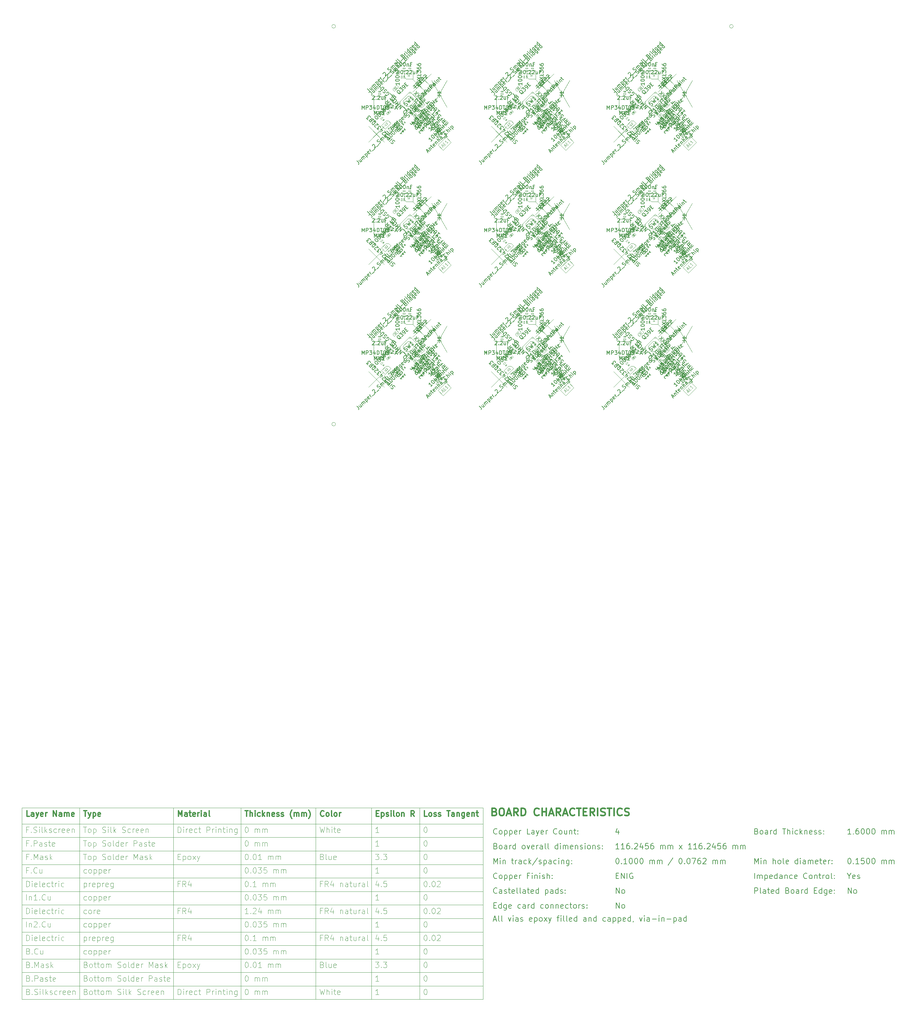
<source format=gbr>
%TF.GenerationSoftware,KiCad,Pcbnew,9.0.0-rc2-3baa6cd791~182~ubuntu24.04.1*%
%TF.CreationDate,2025-01-31T11:47:19-05:00*%
%TF.ProjectId,PCA20073_nRF54L15_Tiny_Board,50434132-3030-4373-935f-6e524635344c,rev?*%
%TF.SameCoordinates,Original*%
%TF.FileFunction,AssemblyDrawing,Top*%
%FSLAX45Y45*%
G04 Gerber Fmt 4.5, Leading zero omitted, Abs format (unit mm)*
G04 Created by KiCad (PCBNEW 9.0.0-rc2-3baa6cd791~182~ubuntu24.04.1) date 2025-01-31 11:47:19*
%MOMM*%
%LPD*%
G01*
G04 APERTURE LIST*
%ADD10C,0.100000*%
%ADD11C,0.200000*%
%ADD12C,0.400000*%
%ADD13C,0.300000*%
%ADD14C,0.150000*%
%ADD15C,0.040000*%
%ADD16C,0.120000*%
%ADD17C,0.075000*%
%ADD18C,0.060000*%
%ADD19C,0.090000*%
%ADD20C,0.050000*%
G04 APERTURE END LIST*
D10*
X1212722Y-26685600D02*
X13531293Y-26685600D01*
X1212722Y-28128000D02*
X13531293Y-28128000D01*
X1212722Y-23800800D02*
X13531293Y-23800800D01*
X1212722Y-25603800D02*
X13531293Y-25603800D01*
X1212722Y-24522000D02*
X13531293Y-24522000D01*
X1212722Y-26325000D02*
X13531293Y-26325000D01*
X1212722Y-24882600D02*
X13531293Y-24882600D01*
X1212722Y-24161400D02*
X13531293Y-24161400D01*
X1212722Y-27046200D02*
X13531293Y-27046200D01*
X5258436Y-23370000D02*
X5258436Y-28488600D01*
X9061293Y-23370000D02*
X9061293Y-28488600D01*
X1212722Y-23370000D02*
X1212722Y-28488600D01*
X13531293Y-23370000D02*
X13531293Y-28488600D01*
X2751293Y-23370000D02*
X2751293Y-28488600D01*
X1212722Y-23370000D02*
X13531293Y-23370000D01*
X1212722Y-28488600D02*
X13531293Y-28488600D01*
X1212722Y-27406800D02*
X13531293Y-27406800D01*
X1212722Y-27767400D02*
X13531293Y-27767400D01*
X11835579Y-23370000D02*
X11835579Y-28488600D01*
X1212722Y-25964400D02*
X13531293Y-25964400D01*
X7058436Y-23370000D02*
X7058436Y-28488600D01*
X1212722Y-25243200D02*
X13531293Y-25243200D01*
X10547007Y-23370000D02*
X10547007Y-28488600D01*
X9164300Y-23882423D02*
X9200015Y-24032423D01*
X9200015Y-24032423D02*
X9228586Y-23925280D01*
X9228586Y-23925280D02*
X9257158Y-24032423D01*
X9257158Y-24032423D02*
X9292872Y-23882423D01*
X9350015Y-24032423D02*
X9350015Y-23882423D01*
X9414301Y-24032423D02*
X9414301Y-23953851D01*
X9414301Y-23953851D02*
X9407158Y-23939566D01*
X9407158Y-23939566D02*
X9392872Y-23932423D01*
X9392872Y-23932423D02*
X9371443Y-23932423D01*
X9371443Y-23932423D02*
X9357158Y-23939566D01*
X9357158Y-23939566D02*
X9350015Y-23946708D01*
X9485729Y-24032423D02*
X9485729Y-23932423D01*
X9485729Y-23882423D02*
X9478586Y-23889566D01*
X9478586Y-23889566D02*
X9485729Y-23896708D01*
X9485729Y-23896708D02*
X9492872Y-23889566D01*
X9492872Y-23889566D02*
X9485729Y-23882423D01*
X9485729Y-23882423D02*
X9485729Y-23896708D01*
X9535729Y-23932423D02*
X9592872Y-23932423D01*
X9557158Y-23882423D02*
X9557158Y-24010994D01*
X9557158Y-24010994D02*
X9564301Y-24025280D01*
X9564301Y-24025280D02*
X9578586Y-24032423D01*
X9578586Y-24032423D02*
X9592872Y-24032423D01*
X9700015Y-24025280D02*
X9685729Y-24032423D01*
X9685729Y-24032423D02*
X9657158Y-24032423D01*
X9657158Y-24032423D02*
X9642872Y-24025280D01*
X9642872Y-24025280D02*
X9635729Y-24010994D01*
X9635729Y-24010994D02*
X9635729Y-23953851D01*
X9635729Y-23953851D02*
X9642872Y-23939566D01*
X9642872Y-23939566D02*
X9657158Y-23932423D01*
X9657158Y-23932423D02*
X9685729Y-23932423D01*
X9685729Y-23932423D02*
X9700015Y-23939566D01*
X9700015Y-23939566D02*
X9707158Y-23953851D01*
X9707158Y-23953851D02*
X9707158Y-23968137D01*
X9707158Y-23968137D02*
X9635729Y-23982423D01*
X11981443Y-24964223D02*
X11995729Y-24964223D01*
X11995729Y-24964223D02*
X12010015Y-24971366D01*
X12010015Y-24971366D02*
X12017158Y-24978508D01*
X12017158Y-24978508D02*
X12024300Y-24992794D01*
X12024300Y-24992794D02*
X12031443Y-25021366D01*
X12031443Y-25021366D02*
X12031443Y-25057080D01*
X12031443Y-25057080D02*
X12024300Y-25085651D01*
X12024300Y-25085651D02*
X12017158Y-25099937D01*
X12017158Y-25099937D02*
X12010015Y-25107080D01*
X12010015Y-25107080D02*
X11995729Y-25114223D01*
X11995729Y-25114223D02*
X11981443Y-25114223D01*
X11981443Y-25114223D02*
X11967158Y-25107080D01*
X11967158Y-25107080D02*
X11960015Y-25099937D01*
X11960015Y-25099937D02*
X11952872Y-25085651D01*
X11952872Y-25085651D02*
X11945729Y-25057080D01*
X11945729Y-25057080D02*
X11945729Y-25021366D01*
X11945729Y-25021366D02*
X11952872Y-24992794D01*
X11952872Y-24992794D02*
X11960015Y-24978508D01*
X11960015Y-24978508D02*
X11967158Y-24971366D01*
X11967158Y-24971366D02*
X11981443Y-24964223D01*
X5425729Y-26117451D02*
X5375729Y-26117451D01*
X5375729Y-26196023D02*
X5375729Y-26046023D01*
X5375729Y-26046023D02*
X5447158Y-26046023D01*
X5590015Y-26196023D02*
X5540015Y-26124594D01*
X5504300Y-26196023D02*
X5504300Y-26046023D01*
X5504300Y-26046023D02*
X5561443Y-26046023D01*
X5561443Y-26046023D02*
X5575729Y-26053166D01*
X5575729Y-26053166D02*
X5582872Y-26060308D01*
X5582872Y-26060308D02*
X5590015Y-26074594D01*
X5590015Y-26074594D02*
X5590015Y-26096023D01*
X5590015Y-26096023D02*
X5582872Y-26110308D01*
X5582872Y-26110308D02*
X5575729Y-26117451D01*
X5575729Y-26117451D02*
X5561443Y-26124594D01*
X5561443Y-26124594D02*
X5504300Y-26124594D01*
X5718586Y-26096023D02*
X5718586Y-26196023D01*
X5682872Y-26038880D02*
X5647157Y-26146023D01*
X5647157Y-26146023D02*
X5740015Y-26146023D01*
X9164300Y-28209623D02*
X9200015Y-28359623D01*
X9200015Y-28359623D02*
X9228586Y-28252480D01*
X9228586Y-28252480D02*
X9257158Y-28359623D01*
X9257158Y-28359623D02*
X9292872Y-28209623D01*
X9350015Y-28359623D02*
X9350015Y-28209623D01*
X9414301Y-28359623D02*
X9414301Y-28281051D01*
X9414301Y-28281051D02*
X9407158Y-28266766D01*
X9407158Y-28266766D02*
X9392872Y-28259623D01*
X9392872Y-28259623D02*
X9371443Y-28259623D01*
X9371443Y-28259623D02*
X9357158Y-28266766D01*
X9357158Y-28266766D02*
X9350015Y-28273908D01*
X9485729Y-28359623D02*
X9485729Y-28259623D01*
X9485729Y-28209623D02*
X9478586Y-28216766D01*
X9478586Y-28216766D02*
X9485729Y-28223908D01*
X9485729Y-28223908D02*
X9492872Y-28216766D01*
X9492872Y-28216766D02*
X9485729Y-28209623D01*
X9485729Y-28209623D02*
X9485729Y-28223908D01*
X9535729Y-28259623D02*
X9592872Y-28259623D01*
X9557158Y-28209623D02*
X9557158Y-28338194D01*
X9557158Y-28338194D02*
X9564301Y-28352480D01*
X9564301Y-28352480D02*
X9578586Y-28359623D01*
X9578586Y-28359623D02*
X9592872Y-28359623D01*
X9700015Y-28352480D02*
X9685729Y-28359623D01*
X9685729Y-28359623D02*
X9657158Y-28359623D01*
X9657158Y-28359623D02*
X9642872Y-28352480D01*
X9642872Y-28352480D02*
X9635729Y-28338194D01*
X9635729Y-28338194D02*
X9635729Y-28281051D01*
X9635729Y-28281051D02*
X9642872Y-28266766D01*
X9642872Y-28266766D02*
X9657158Y-28259623D01*
X9657158Y-28259623D02*
X9685729Y-28259623D01*
X9685729Y-28259623D02*
X9700015Y-28266766D01*
X9700015Y-28266766D02*
X9707158Y-28281051D01*
X9707158Y-28281051D02*
X9707158Y-28295337D01*
X9707158Y-28295337D02*
X9635729Y-28309623D01*
X7254300Y-26196023D02*
X7168586Y-26196023D01*
X7211443Y-26196023D02*
X7211443Y-26046023D01*
X7211443Y-26046023D02*
X7197157Y-26067451D01*
X7197157Y-26067451D02*
X7182872Y-26081737D01*
X7182872Y-26081737D02*
X7168586Y-26088880D01*
X7318586Y-26181737D02*
X7325729Y-26188880D01*
X7325729Y-26188880D02*
X7318586Y-26196023D01*
X7318586Y-26196023D02*
X7311443Y-26188880D01*
X7311443Y-26188880D02*
X7318586Y-26181737D01*
X7318586Y-26181737D02*
X7318586Y-26196023D01*
X7382872Y-26060308D02*
X7390015Y-26053166D01*
X7390015Y-26053166D02*
X7404300Y-26046023D01*
X7404300Y-26046023D02*
X7440015Y-26046023D01*
X7440015Y-26046023D02*
X7454300Y-26053166D01*
X7454300Y-26053166D02*
X7461443Y-26060308D01*
X7461443Y-26060308D02*
X7468586Y-26074594D01*
X7468586Y-26074594D02*
X7468586Y-26088880D01*
X7468586Y-26088880D02*
X7461443Y-26110308D01*
X7461443Y-26110308D02*
X7375729Y-26196023D01*
X7375729Y-26196023D02*
X7468586Y-26196023D01*
X7597157Y-26096023D02*
X7597157Y-26196023D01*
X7561443Y-26038880D02*
X7525729Y-26146023D01*
X7525729Y-26146023D02*
X7618586Y-26146023D01*
X7790014Y-26196023D02*
X7790014Y-26096023D01*
X7790014Y-26110308D02*
X7797157Y-26103166D01*
X7797157Y-26103166D02*
X7811443Y-26096023D01*
X7811443Y-26096023D02*
X7832872Y-26096023D01*
X7832872Y-26096023D02*
X7847157Y-26103166D01*
X7847157Y-26103166D02*
X7854300Y-26117451D01*
X7854300Y-26117451D02*
X7854300Y-26196023D01*
X7854300Y-26117451D02*
X7861443Y-26103166D01*
X7861443Y-26103166D02*
X7875729Y-26096023D01*
X7875729Y-26096023D02*
X7897157Y-26096023D01*
X7897157Y-26096023D02*
X7911443Y-26103166D01*
X7911443Y-26103166D02*
X7918586Y-26117451D01*
X7918586Y-26117451D02*
X7918586Y-26196023D01*
X7990014Y-26196023D02*
X7990014Y-26096023D01*
X7990014Y-26110308D02*
X7997157Y-26103166D01*
X7997157Y-26103166D02*
X8011443Y-26096023D01*
X8011443Y-26096023D02*
X8032872Y-26096023D01*
X8032872Y-26096023D02*
X8047157Y-26103166D01*
X8047157Y-26103166D02*
X8054300Y-26117451D01*
X8054300Y-26117451D02*
X8054300Y-26196023D01*
X8054300Y-26117451D02*
X8061443Y-26103166D01*
X8061443Y-26103166D02*
X8075729Y-26096023D01*
X8075729Y-26096023D02*
X8097157Y-26096023D01*
X8097157Y-26096023D02*
X8111443Y-26103166D01*
X8111443Y-26103166D02*
X8118586Y-26117451D01*
X8118586Y-26117451D02*
X8118586Y-26196023D01*
X10742872Y-25835423D02*
X10657158Y-25835423D01*
X10700015Y-25835423D02*
X10700015Y-25685423D01*
X10700015Y-25685423D02*
X10685729Y-25706851D01*
X10685729Y-25706851D02*
X10671443Y-25721137D01*
X10671443Y-25721137D02*
X10657158Y-25728280D01*
X1380015Y-27559851D02*
X1401443Y-27566994D01*
X1401443Y-27566994D02*
X1408586Y-27574137D01*
X1408586Y-27574137D02*
X1415729Y-27588423D01*
X1415729Y-27588423D02*
X1415729Y-27609851D01*
X1415729Y-27609851D02*
X1408586Y-27624137D01*
X1408586Y-27624137D02*
X1401443Y-27631280D01*
X1401443Y-27631280D02*
X1387158Y-27638423D01*
X1387158Y-27638423D02*
X1330015Y-27638423D01*
X1330015Y-27638423D02*
X1330015Y-27488423D01*
X1330015Y-27488423D02*
X1380015Y-27488423D01*
X1380015Y-27488423D02*
X1394301Y-27495566D01*
X1394301Y-27495566D02*
X1401443Y-27502708D01*
X1401443Y-27502708D02*
X1408586Y-27516994D01*
X1408586Y-27516994D02*
X1408586Y-27531280D01*
X1408586Y-27531280D02*
X1401443Y-27545566D01*
X1401443Y-27545566D02*
X1394301Y-27552708D01*
X1394301Y-27552708D02*
X1380015Y-27559851D01*
X1380015Y-27559851D02*
X1330015Y-27559851D01*
X1480015Y-27624137D02*
X1487158Y-27631280D01*
X1487158Y-27631280D02*
X1480015Y-27638423D01*
X1480015Y-27638423D02*
X1472872Y-27631280D01*
X1472872Y-27631280D02*
X1480015Y-27624137D01*
X1480015Y-27624137D02*
X1480015Y-27638423D01*
X1551443Y-27638423D02*
X1551443Y-27488423D01*
X1551443Y-27488423D02*
X1601443Y-27595566D01*
X1601443Y-27595566D02*
X1651443Y-27488423D01*
X1651443Y-27488423D02*
X1651443Y-27638423D01*
X1787158Y-27638423D02*
X1787158Y-27559851D01*
X1787158Y-27559851D02*
X1780015Y-27545566D01*
X1780015Y-27545566D02*
X1765729Y-27538423D01*
X1765729Y-27538423D02*
X1737158Y-27538423D01*
X1737158Y-27538423D02*
X1722872Y-27545566D01*
X1787158Y-27631280D02*
X1772872Y-27638423D01*
X1772872Y-27638423D02*
X1737158Y-27638423D01*
X1737158Y-27638423D02*
X1722872Y-27631280D01*
X1722872Y-27631280D02*
X1715729Y-27616994D01*
X1715729Y-27616994D02*
X1715729Y-27602708D01*
X1715729Y-27602708D02*
X1722872Y-27588423D01*
X1722872Y-27588423D02*
X1737158Y-27581280D01*
X1737158Y-27581280D02*
X1772872Y-27581280D01*
X1772872Y-27581280D02*
X1787158Y-27574137D01*
X1851443Y-27631280D02*
X1865729Y-27638423D01*
X1865729Y-27638423D02*
X1894300Y-27638423D01*
X1894300Y-27638423D02*
X1908586Y-27631280D01*
X1908586Y-27631280D02*
X1915729Y-27616994D01*
X1915729Y-27616994D02*
X1915729Y-27609851D01*
X1915729Y-27609851D02*
X1908586Y-27595566D01*
X1908586Y-27595566D02*
X1894300Y-27588423D01*
X1894300Y-27588423D02*
X1872872Y-27588423D01*
X1872872Y-27588423D02*
X1858586Y-27581280D01*
X1858586Y-27581280D02*
X1851443Y-27566994D01*
X1851443Y-27566994D02*
X1851443Y-27559851D01*
X1851443Y-27559851D02*
X1858586Y-27545566D01*
X1858586Y-27545566D02*
X1872872Y-27538423D01*
X1872872Y-27538423D02*
X1894300Y-27538423D01*
X1894300Y-27538423D02*
X1908586Y-27545566D01*
X1980015Y-27638423D02*
X1980015Y-27488423D01*
X1994301Y-27581280D02*
X2037158Y-27638423D01*
X2037158Y-27538423D02*
X1980015Y-27595566D01*
X7204300Y-26406623D02*
X7218586Y-26406623D01*
X7218586Y-26406623D02*
X7232872Y-26413766D01*
X7232872Y-26413766D02*
X7240015Y-26420908D01*
X7240015Y-26420908D02*
X7247157Y-26435194D01*
X7247157Y-26435194D02*
X7254300Y-26463766D01*
X7254300Y-26463766D02*
X7254300Y-26499480D01*
X7254300Y-26499480D02*
X7247157Y-26528051D01*
X7247157Y-26528051D02*
X7240015Y-26542337D01*
X7240015Y-26542337D02*
X7232872Y-26549480D01*
X7232872Y-26549480D02*
X7218586Y-26556623D01*
X7218586Y-26556623D02*
X7204300Y-26556623D01*
X7204300Y-26556623D02*
X7190015Y-26549480D01*
X7190015Y-26549480D02*
X7182872Y-26542337D01*
X7182872Y-26542337D02*
X7175729Y-26528051D01*
X7175729Y-26528051D02*
X7168586Y-26499480D01*
X7168586Y-26499480D02*
X7168586Y-26463766D01*
X7168586Y-26463766D02*
X7175729Y-26435194D01*
X7175729Y-26435194D02*
X7182872Y-26420908D01*
X7182872Y-26420908D02*
X7190015Y-26413766D01*
X7190015Y-26413766D02*
X7204300Y-26406623D01*
X7318586Y-26542337D02*
X7325729Y-26549480D01*
X7325729Y-26549480D02*
X7318586Y-26556623D01*
X7318586Y-26556623D02*
X7311443Y-26549480D01*
X7311443Y-26549480D02*
X7318586Y-26542337D01*
X7318586Y-26542337D02*
X7318586Y-26556623D01*
X7418586Y-26406623D02*
X7432872Y-26406623D01*
X7432872Y-26406623D02*
X7447157Y-26413766D01*
X7447157Y-26413766D02*
X7454300Y-26420908D01*
X7454300Y-26420908D02*
X7461443Y-26435194D01*
X7461443Y-26435194D02*
X7468586Y-26463766D01*
X7468586Y-26463766D02*
X7468586Y-26499480D01*
X7468586Y-26499480D02*
X7461443Y-26528051D01*
X7461443Y-26528051D02*
X7454300Y-26542337D01*
X7454300Y-26542337D02*
X7447157Y-26549480D01*
X7447157Y-26549480D02*
X7432872Y-26556623D01*
X7432872Y-26556623D02*
X7418586Y-26556623D01*
X7418586Y-26556623D02*
X7404300Y-26549480D01*
X7404300Y-26549480D02*
X7397157Y-26542337D01*
X7397157Y-26542337D02*
X7390015Y-26528051D01*
X7390015Y-26528051D02*
X7382872Y-26499480D01*
X7382872Y-26499480D02*
X7382872Y-26463766D01*
X7382872Y-26463766D02*
X7390015Y-26435194D01*
X7390015Y-26435194D02*
X7397157Y-26420908D01*
X7397157Y-26420908D02*
X7404300Y-26413766D01*
X7404300Y-26413766D02*
X7418586Y-26406623D01*
X7518586Y-26406623D02*
X7611443Y-26406623D01*
X7611443Y-26406623D02*
X7561443Y-26463766D01*
X7561443Y-26463766D02*
X7582872Y-26463766D01*
X7582872Y-26463766D02*
X7597157Y-26470908D01*
X7597157Y-26470908D02*
X7604300Y-26478051D01*
X7604300Y-26478051D02*
X7611443Y-26492337D01*
X7611443Y-26492337D02*
X7611443Y-26528051D01*
X7611443Y-26528051D02*
X7604300Y-26542337D01*
X7604300Y-26542337D02*
X7597157Y-26549480D01*
X7597157Y-26549480D02*
X7582872Y-26556623D01*
X7582872Y-26556623D02*
X7540015Y-26556623D01*
X7540015Y-26556623D02*
X7525729Y-26549480D01*
X7525729Y-26549480D02*
X7518586Y-26542337D01*
X7747157Y-26406623D02*
X7675729Y-26406623D01*
X7675729Y-26406623D02*
X7668586Y-26478051D01*
X7668586Y-26478051D02*
X7675729Y-26470908D01*
X7675729Y-26470908D02*
X7690015Y-26463766D01*
X7690015Y-26463766D02*
X7725729Y-26463766D01*
X7725729Y-26463766D02*
X7740015Y-26470908D01*
X7740015Y-26470908D02*
X7747157Y-26478051D01*
X7747157Y-26478051D02*
X7754300Y-26492337D01*
X7754300Y-26492337D02*
X7754300Y-26528051D01*
X7754300Y-26528051D02*
X7747157Y-26542337D01*
X7747157Y-26542337D02*
X7740015Y-26549480D01*
X7740015Y-26549480D02*
X7725729Y-26556623D01*
X7725729Y-26556623D02*
X7690015Y-26556623D01*
X7690015Y-26556623D02*
X7675729Y-26549480D01*
X7675729Y-26549480D02*
X7668586Y-26542337D01*
X7932872Y-26556623D02*
X7932872Y-26456623D01*
X7932872Y-26470908D02*
X7940014Y-26463766D01*
X7940014Y-26463766D02*
X7954300Y-26456623D01*
X7954300Y-26456623D02*
X7975729Y-26456623D01*
X7975729Y-26456623D02*
X7990014Y-26463766D01*
X7990014Y-26463766D02*
X7997157Y-26478051D01*
X7997157Y-26478051D02*
X7997157Y-26556623D01*
X7997157Y-26478051D02*
X8004300Y-26463766D01*
X8004300Y-26463766D02*
X8018586Y-26456623D01*
X8018586Y-26456623D02*
X8040014Y-26456623D01*
X8040014Y-26456623D02*
X8054300Y-26463766D01*
X8054300Y-26463766D02*
X8061443Y-26478051D01*
X8061443Y-26478051D02*
X8061443Y-26556623D01*
X8132872Y-26556623D02*
X8132872Y-26456623D01*
X8132872Y-26470908D02*
X8140014Y-26463766D01*
X8140014Y-26463766D02*
X8154300Y-26456623D01*
X8154300Y-26456623D02*
X8175729Y-26456623D01*
X8175729Y-26456623D02*
X8190014Y-26463766D01*
X8190014Y-26463766D02*
X8197157Y-26478051D01*
X8197157Y-26478051D02*
X8197157Y-26556623D01*
X8197157Y-26478051D02*
X8204300Y-26463766D01*
X8204300Y-26463766D02*
X8218586Y-26456623D01*
X8218586Y-26456623D02*
X8240014Y-26456623D01*
X8240014Y-26456623D02*
X8254300Y-26463766D01*
X8254300Y-26463766D02*
X8261443Y-26478051D01*
X8261443Y-26478051D02*
X8261443Y-26556623D01*
X10742872Y-28359623D02*
X10657158Y-28359623D01*
X10700015Y-28359623D02*
X10700015Y-28209623D01*
X10700015Y-28209623D02*
X10685729Y-28231051D01*
X10685729Y-28231051D02*
X10671443Y-28245337D01*
X10671443Y-28245337D02*
X10657158Y-28252480D01*
X2918586Y-28281051D02*
X2940015Y-28288194D01*
X2940015Y-28288194D02*
X2947158Y-28295337D01*
X2947158Y-28295337D02*
X2954300Y-28309623D01*
X2954300Y-28309623D02*
X2954300Y-28331051D01*
X2954300Y-28331051D02*
X2947158Y-28345337D01*
X2947158Y-28345337D02*
X2940015Y-28352480D01*
X2940015Y-28352480D02*
X2925729Y-28359623D01*
X2925729Y-28359623D02*
X2868586Y-28359623D01*
X2868586Y-28359623D02*
X2868586Y-28209623D01*
X2868586Y-28209623D02*
X2918586Y-28209623D01*
X2918586Y-28209623D02*
X2932872Y-28216766D01*
X2932872Y-28216766D02*
X2940015Y-28223908D01*
X2940015Y-28223908D02*
X2947158Y-28238194D01*
X2947158Y-28238194D02*
X2947158Y-28252480D01*
X2947158Y-28252480D02*
X2940015Y-28266766D01*
X2940015Y-28266766D02*
X2932872Y-28273908D01*
X2932872Y-28273908D02*
X2918586Y-28281051D01*
X2918586Y-28281051D02*
X2868586Y-28281051D01*
X3040015Y-28359623D02*
X3025729Y-28352480D01*
X3025729Y-28352480D02*
X3018586Y-28345337D01*
X3018586Y-28345337D02*
X3011443Y-28331051D01*
X3011443Y-28331051D02*
X3011443Y-28288194D01*
X3011443Y-28288194D02*
X3018586Y-28273908D01*
X3018586Y-28273908D02*
X3025729Y-28266766D01*
X3025729Y-28266766D02*
X3040015Y-28259623D01*
X3040015Y-28259623D02*
X3061443Y-28259623D01*
X3061443Y-28259623D02*
X3075729Y-28266766D01*
X3075729Y-28266766D02*
X3082872Y-28273908D01*
X3082872Y-28273908D02*
X3090015Y-28288194D01*
X3090015Y-28288194D02*
X3090015Y-28331051D01*
X3090015Y-28331051D02*
X3082872Y-28345337D01*
X3082872Y-28345337D02*
X3075729Y-28352480D01*
X3075729Y-28352480D02*
X3061443Y-28359623D01*
X3061443Y-28359623D02*
X3040015Y-28359623D01*
X3132872Y-28259623D02*
X3190015Y-28259623D01*
X3154300Y-28209623D02*
X3154300Y-28338194D01*
X3154300Y-28338194D02*
X3161443Y-28352480D01*
X3161443Y-28352480D02*
X3175729Y-28359623D01*
X3175729Y-28359623D02*
X3190015Y-28359623D01*
X3218586Y-28259623D02*
X3275729Y-28259623D01*
X3240015Y-28209623D02*
X3240015Y-28338194D01*
X3240015Y-28338194D02*
X3247158Y-28352480D01*
X3247158Y-28352480D02*
X3261443Y-28359623D01*
X3261443Y-28359623D02*
X3275729Y-28359623D01*
X3347158Y-28359623D02*
X3332872Y-28352480D01*
X3332872Y-28352480D02*
X3325729Y-28345337D01*
X3325729Y-28345337D02*
X3318586Y-28331051D01*
X3318586Y-28331051D02*
X3318586Y-28288194D01*
X3318586Y-28288194D02*
X3325729Y-28273908D01*
X3325729Y-28273908D02*
X3332872Y-28266766D01*
X3332872Y-28266766D02*
X3347158Y-28259623D01*
X3347158Y-28259623D02*
X3368586Y-28259623D01*
X3368586Y-28259623D02*
X3382872Y-28266766D01*
X3382872Y-28266766D02*
X3390015Y-28273908D01*
X3390015Y-28273908D02*
X3397158Y-28288194D01*
X3397158Y-28288194D02*
X3397158Y-28331051D01*
X3397158Y-28331051D02*
X3390015Y-28345337D01*
X3390015Y-28345337D02*
X3382872Y-28352480D01*
X3382872Y-28352480D02*
X3368586Y-28359623D01*
X3368586Y-28359623D02*
X3347158Y-28359623D01*
X3461443Y-28359623D02*
X3461443Y-28259623D01*
X3461443Y-28273908D02*
X3468586Y-28266766D01*
X3468586Y-28266766D02*
X3482872Y-28259623D01*
X3482872Y-28259623D02*
X3504300Y-28259623D01*
X3504300Y-28259623D02*
X3518586Y-28266766D01*
X3518586Y-28266766D02*
X3525729Y-28281051D01*
X3525729Y-28281051D02*
X3525729Y-28359623D01*
X3525729Y-28281051D02*
X3532872Y-28266766D01*
X3532872Y-28266766D02*
X3547158Y-28259623D01*
X3547158Y-28259623D02*
X3568586Y-28259623D01*
X3568586Y-28259623D02*
X3582872Y-28266766D01*
X3582872Y-28266766D02*
X3590015Y-28281051D01*
X3590015Y-28281051D02*
X3590015Y-28359623D01*
X3768586Y-28352480D02*
X3790015Y-28359623D01*
X3790015Y-28359623D02*
X3825729Y-28359623D01*
X3825729Y-28359623D02*
X3840015Y-28352480D01*
X3840015Y-28352480D02*
X3847158Y-28345337D01*
X3847158Y-28345337D02*
X3854300Y-28331051D01*
X3854300Y-28331051D02*
X3854300Y-28316766D01*
X3854300Y-28316766D02*
X3847158Y-28302480D01*
X3847158Y-28302480D02*
X3840015Y-28295337D01*
X3840015Y-28295337D02*
X3825729Y-28288194D01*
X3825729Y-28288194D02*
X3797158Y-28281051D01*
X3797158Y-28281051D02*
X3782872Y-28273908D01*
X3782872Y-28273908D02*
X3775729Y-28266766D01*
X3775729Y-28266766D02*
X3768586Y-28252480D01*
X3768586Y-28252480D02*
X3768586Y-28238194D01*
X3768586Y-28238194D02*
X3775729Y-28223908D01*
X3775729Y-28223908D02*
X3782872Y-28216766D01*
X3782872Y-28216766D02*
X3797158Y-28209623D01*
X3797158Y-28209623D02*
X3832872Y-28209623D01*
X3832872Y-28209623D02*
X3854300Y-28216766D01*
X3918586Y-28359623D02*
X3918586Y-28259623D01*
X3918586Y-28209623D02*
X3911443Y-28216766D01*
X3911443Y-28216766D02*
X3918586Y-28223908D01*
X3918586Y-28223908D02*
X3925729Y-28216766D01*
X3925729Y-28216766D02*
X3918586Y-28209623D01*
X3918586Y-28209623D02*
X3918586Y-28223908D01*
X4011443Y-28359623D02*
X3997158Y-28352480D01*
X3997158Y-28352480D02*
X3990015Y-28338194D01*
X3990015Y-28338194D02*
X3990015Y-28209623D01*
X4068586Y-28359623D02*
X4068586Y-28209623D01*
X4082872Y-28302480D02*
X4125729Y-28359623D01*
X4125729Y-28259623D02*
X4068586Y-28316766D01*
X4297158Y-28352480D02*
X4318586Y-28359623D01*
X4318586Y-28359623D02*
X4354300Y-28359623D01*
X4354300Y-28359623D02*
X4368586Y-28352480D01*
X4368586Y-28352480D02*
X4375729Y-28345337D01*
X4375729Y-28345337D02*
X4382872Y-28331051D01*
X4382872Y-28331051D02*
X4382872Y-28316766D01*
X4382872Y-28316766D02*
X4375729Y-28302480D01*
X4375729Y-28302480D02*
X4368586Y-28295337D01*
X4368586Y-28295337D02*
X4354300Y-28288194D01*
X4354300Y-28288194D02*
X4325729Y-28281051D01*
X4325729Y-28281051D02*
X4311443Y-28273908D01*
X4311443Y-28273908D02*
X4304300Y-28266766D01*
X4304300Y-28266766D02*
X4297158Y-28252480D01*
X4297158Y-28252480D02*
X4297158Y-28238194D01*
X4297158Y-28238194D02*
X4304300Y-28223908D01*
X4304300Y-28223908D02*
X4311443Y-28216766D01*
X4311443Y-28216766D02*
X4325729Y-28209623D01*
X4325729Y-28209623D02*
X4361443Y-28209623D01*
X4361443Y-28209623D02*
X4382872Y-28216766D01*
X4511443Y-28352480D02*
X4497158Y-28359623D01*
X4497158Y-28359623D02*
X4468586Y-28359623D01*
X4468586Y-28359623D02*
X4454300Y-28352480D01*
X4454300Y-28352480D02*
X4447158Y-28345337D01*
X4447158Y-28345337D02*
X4440015Y-28331051D01*
X4440015Y-28331051D02*
X4440015Y-28288194D01*
X4440015Y-28288194D02*
X4447158Y-28273908D01*
X4447158Y-28273908D02*
X4454300Y-28266766D01*
X4454300Y-28266766D02*
X4468586Y-28259623D01*
X4468586Y-28259623D02*
X4497158Y-28259623D01*
X4497158Y-28259623D02*
X4511443Y-28266766D01*
X4575729Y-28359623D02*
X4575729Y-28259623D01*
X4575729Y-28288194D02*
X4582872Y-28273908D01*
X4582872Y-28273908D02*
X4590015Y-28266766D01*
X4590015Y-28266766D02*
X4604300Y-28259623D01*
X4604300Y-28259623D02*
X4618586Y-28259623D01*
X4725729Y-28352480D02*
X4711443Y-28359623D01*
X4711443Y-28359623D02*
X4682872Y-28359623D01*
X4682872Y-28359623D02*
X4668586Y-28352480D01*
X4668586Y-28352480D02*
X4661443Y-28338194D01*
X4661443Y-28338194D02*
X4661443Y-28281051D01*
X4661443Y-28281051D02*
X4668586Y-28266766D01*
X4668586Y-28266766D02*
X4682872Y-28259623D01*
X4682872Y-28259623D02*
X4711443Y-28259623D01*
X4711443Y-28259623D02*
X4725729Y-28266766D01*
X4725729Y-28266766D02*
X4732872Y-28281051D01*
X4732872Y-28281051D02*
X4732872Y-28295337D01*
X4732872Y-28295337D02*
X4661443Y-28309623D01*
X4854300Y-28352480D02*
X4840015Y-28359623D01*
X4840015Y-28359623D02*
X4811443Y-28359623D01*
X4811443Y-28359623D02*
X4797157Y-28352480D01*
X4797157Y-28352480D02*
X4790015Y-28338194D01*
X4790015Y-28338194D02*
X4790015Y-28281051D01*
X4790015Y-28281051D02*
X4797157Y-28266766D01*
X4797157Y-28266766D02*
X4811443Y-28259623D01*
X4811443Y-28259623D02*
X4840015Y-28259623D01*
X4840015Y-28259623D02*
X4854300Y-28266766D01*
X4854300Y-28266766D02*
X4861443Y-28281051D01*
X4861443Y-28281051D02*
X4861443Y-28295337D01*
X4861443Y-28295337D02*
X4790015Y-28309623D01*
X4925729Y-28259623D02*
X4925729Y-28359623D01*
X4925729Y-28273908D02*
X4932872Y-28266766D01*
X4932872Y-28266766D02*
X4947157Y-28259623D01*
X4947157Y-28259623D02*
X4968586Y-28259623D01*
X4968586Y-28259623D02*
X4982872Y-28266766D01*
X4982872Y-28266766D02*
X4990015Y-28281051D01*
X4990015Y-28281051D02*
X4990015Y-28359623D01*
D11*
X23356593Y-24075503D02*
X23270879Y-24075503D01*
X23313736Y-24075503D02*
X23313736Y-23925503D01*
X23313736Y-23925503D02*
X23299450Y-23946931D01*
X23299450Y-23946931D02*
X23285164Y-23961217D01*
X23285164Y-23961217D02*
X23270879Y-23968360D01*
X23420879Y-24061217D02*
X23428022Y-24068360D01*
X23428022Y-24068360D02*
X23420879Y-24075503D01*
X23420879Y-24075503D02*
X23413736Y-24068360D01*
X23413736Y-24068360D02*
X23420879Y-24061217D01*
X23420879Y-24061217D02*
X23420879Y-24075503D01*
X23556593Y-23925503D02*
X23528022Y-23925503D01*
X23528022Y-23925503D02*
X23513736Y-23932646D01*
X23513736Y-23932646D02*
X23506593Y-23939788D01*
X23506593Y-23939788D02*
X23492307Y-23961217D01*
X23492307Y-23961217D02*
X23485164Y-23989788D01*
X23485164Y-23989788D02*
X23485164Y-24046931D01*
X23485164Y-24046931D02*
X23492307Y-24061217D01*
X23492307Y-24061217D02*
X23499450Y-24068360D01*
X23499450Y-24068360D02*
X23513736Y-24075503D01*
X23513736Y-24075503D02*
X23542307Y-24075503D01*
X23542307Y-24075503D02*
X23556593Y-24068360D01*
X23556593Y-24068360D02*
X23563736Y-24061217D01*
X23563736Y-24061217D02*
X23570879Y-24046931D01*
X23570879Y-24046931D02*
X23570879Y-24011217D01*
X23570879Y-24011217D02*
X23563736Y-23996931D01*
X23563736Y-23996931D02*
X23556593Y-23989788D01*
X23556593Y-23989788D02*
X23542307Y-23982646D01*
X23542307Y-23982646D02*
X23513736Y-23982646D01*
X23513736Y-23982646D02*
X23499450Y-23989788D01*
X23499450Y-23989788D02*
X23492307Y-23996931D01*
X23492307Y-23996931D02*
X23485164Y-24011217D01*
X23663736Y-23925503D02*
X23678022Y-23925503D01*
X23678022Y-23925503D02*
X23692307Y-23932646D01*
X23692307Y-23932646D02*
X23699450Y-23939788D01*
X23699450Y-23939788D02*
X23706593Y-23954074D01*
X23706593Y-23954074D02*
X23713736Y-23982646D01*
X23713736Y-23982646D02*
X23713736Y-24018360D01*
X23713736Y-24018360D02*
X23706593Y-24046931D01*
X23706593Y-24046931D02*
X23699450Y-24061217D01*
X23699450Y-24061217D02*
X23692307Y-24068360D01*
X23692307Y-24068360D02*
X23678022Y-24075503D01*
X23678022Y-24075503D02*
X23663736Y-24075503D01*
X23663736Y-24075503D02*
X23649450Y-24068360D01*
X23649450Y-24068360D02*
X23642307Y-24061217D01*
X23642307Y-24061217D02*
X23635164Y-24046931D01*
X23635164Y-24046931D02*
X23628022Y-24018360D01*
X23628022Y-24018360D02*
X23628022Y-23982646D01*
X23628022Y-23982646D02*
X23635164Y-23954074D01*
X23635164Y-23954074D02*
X23642307Y-23939788D01*
X23642307Y-23939788D02*
X23649450Y-23932646D01*
X23649450Y-23932646D02*
X23663736Y-23925503D01*
X23806593Y-23925503D02*
X23820879Y-23925503D01*
X23820879Y-23925503D02*
X23835164Y-23932646D01*
X23835164Y-23932646D02*
X23842307Y-23939788D01*
X23842307Y-23939788D02*
X23849450Y-23954074D01*
X23849450Y-23954074D02*
X23856593Y-23982646D01*
X23856593Y-23982646D02*
X23856593Y-24018360D01*
X23856593Y-24018360D02*
X23849450Y-24046931D01*
X23849450Y-24046931D02*
X23842307Y-24061217D01*
X23842307Y-24061217D02*
X23835164Y-24068360D01*
X23835164Y-24068360D02*
X23820879Y-24075503D01*
X23820879Y-24075503D02*
X23806593Y-24075503D01*
X23806593Y-24075503D02*
X23792307Y-24068360D01*
X23792307Y-24068360D02*
X23785164Y-24061217D01*
X23785164Y-24061217D02*
X23778021Y-24046931D01*
X23778021Y-24046931D02*
X23770879Y-24018360D01*
X23770879Y-24018360D02*
X23770879Y-23982646D01*
X23770879Y-23982646D02*
X23778021Y-23954074D01*
X23778021Y-23954074D02*
X23785164Y-23939788D01*
X23785164Y-23939788D02*
X23792307Y-23932646D01*
X23792307Y-23932646D02*
X23806593Y-23925503D01*
X23949450Y-23925503D02*
X23963736Y-23925503D01*
X23963736Y-23925503D02*
X23978021Y-23932646D01*
X23978021Y-23932646D02*
X23985164Y-23939788D01*
X23985164Y-23939788D02*
X23992307Y-23954074D01*
X23992307Y-23954074D02*
X23999450Y-23982646D01*
X23999450Y-23982646D02*
X23999450Y-24018360D01*
X23999450Y-24018360D02*
X23992307Y-24046931D01*
X23992307Y-24046931D02*
X23985164Y-24061217D01*
X23985164Y-24061217D02*
X23978021Y-24068360D01*
X23978021Y-24068360D02*
X23963736Y-24075503D01*
X23963736Y-24075503D02*
X23949450Y-24075503D01*
X23949450Y-24075503D02*
X23935164Y-24068360D01*
X23935164Y-24068360D02*
X23928021Y-24061217D01*
X23928021Y-24061217D02*
X23920879Y-24046931D01*
X23920879Y-24046931D02*
X23913736Y-24018360D01*
X23913736Y-24018360D02*
X23913736Y-23982646D01*
X23913736Y-23982646D02*
X23920879Y-23954074D01*
X23920879Y-23954074D02*
X23928021Y-23939788D01*
X23928021Y-23939788D02*
X23935164Y-23932646D01*
X23935164Y-23932646D02*
X23949450Y-23925503D01*
X24178021Y-24075503D02*
X24178021Y-23975503D01*
X24178021Y-23989788D02*
X24185164Y-23982646D01*
X24185164Y-23982646D02*
X24199450Y-23975503D01*
X24199450Y-23975503D02*
X24220879Y-23975503D01*
X24220879Y-23975503D02*
X24235164Y-23982646D01*
X24235164Y-23982646D02*
X24242307Y-23996931D01*
X24242307Y-23996931D02*
X24242307Y-24075503D01*
X24242307Y-23996931D02*
X24249450Y-23982646D01*
X24249450Y-23982646D02*
X24263736Y-23975503D01*
X24263736Y-23975503D02*
X24285164Y-23975503D01*
X24285164Y-23975503D02*
X24299450Y-23982646D01*
X24299450Y-23982646D02*
X24306593Y-23996931D01*
X24306593Y-23996931D02*
X24306593Y-24075503D01*
X24378021Y-24075503D02*
X24378021Y-23975503D01*
X24378021Y-23989788D02*
X24385164Y-23982646D01*
X24385164Y-23982646D02*
X24399450Y-23975503D01*
X24399450Y-23975503D02*
X24420879Y-23975503D01*
X24420879Y-23975503D02*
X24435164Y-23982646D01*
X24435164Y-23982646D02*
X24442307Y-23996931D01*
X24442307Y-23996931D02*
X24442307Y-24075503D01*
X24442307Y-23996931D02*
X24449450Y-23982646D01*
X24449450Y-23982646D02*
X24463736Y-23975503D01*
X24463736Y-23975503D02*
X24485164Y-23975503D01*
X24485164Y-23975503D02*
X24499450Y-23982646D01*
X24499450Y-23982646D02*
X24506593Y-23996931D01*
X24506593Y-23996931D02*
X24506593Y-24075503D01*
D10*
X10742872Y-24032423D02*
X10657158Y-24032423D01*
X10700015Y-24032423D02*
X10700015Y-23882423D01*
X10700015Y-23882423D02*
X10685729Y-23903851D01*
X10685729Y-23903851D02*
X10671443Y-23918137D01*
X10671443Y-23918137D02*
X10657158Y-23925280D01*
X1380015Y-25035651D02*
X1330015Y-25035651D01*
X1330015Y-25114223D02*
X1330015Y-24964223D01*
X1330015Y-24964223D02*
X1401443Y-24964223D01*
X1458586Y-25099937D02*
X1465729Y-25107080D01*
X1465729Y-25107080D02*
X1458586Y-25114223D01*
X1458586Y-25114223D02*
X1451443Y-25107080D01*
X1451443Y-25107080D02*
X1458586Y-25099937D01*
X1458586Y-25099937D02*
X1458586Y-25114223D01*
X1615729Y-25099937D02*
X1608586Y-25107080D01*
X1608586Y-25107080D02*
X1587158Y-25114223D01*
X1587158Y-25114223D02*
X1572872Y-25114223D01*
X1572872Y-25114223D02*
X1551443Y-25107080D01*
X1551443Y-25107080D02*
X1537158Y-25092794D01*
X1537158Y-25092794D02*
X1530015Y-25078508D01*
X1530015Y-25078508D02*
X1522872Y-25049937D01*
X1522872Y-25049937D02*
X1522872Y-25028508D01*
X1522872Y-25028508D02*
X1530015Y-24999937D01*
X1530015Y-24999937D02*
X1537158Y-24985651D01*
X1537158Y-24985651D02*
X1551443Y-24971366D01*
X1551443Y-24971366D02*
X1572872Y-24964223D01*
X1572872Y-24964223D02*
X1587158Y-24964223D01*
X1587158Y-24964223D02*
X1608586Y-24971366D01*
X1608586Y-24971366D02*
X1615729Y-24978508D01*
X1744300Y-25014223D02*
X1744300Y-25114223D01*
X1680015Y-25014223D02*
X1680015Y-25092794D01*
X1680015Y-25092794D02*
X1687158Y-25107080D01*
X1687158Y-25107080D02*
X1701443Y-25114223D01*
X1701443Y-25114223D02*
X1722872Y-25114223D01*
X1722872Y-25114223D02*
X1737158Y-25107080D01*
X1737158Y-25107080D02*
X1744300Y-25099937D01*
X2932872Y-26188880D02*
X2918586Y-26196023D01*
X2918586Y-26196023D02*
X2890015Y-26196023D01*
X2890015Y-26196023D02*
X2875729Y-26188880D01*
X2875729Y-26188880D02*
X2868586Y-26181737D01*
X2868586Y-26181737D02*
X2861443Y-26167451D01*
X2861443Y-26167451D02*
X2861443Y-26124594D01*
X2861443Y-26124594D02*
X2868586Y-26110308D01*
X2868586Y-26110308D02*
X2875729Y-26103166D01*
X2875729Y-26103166D02*
X2890015Y-26096023D01*
X2890015Y-26096023D02*
X2918586Y-26096023D01*
X2918586Y-26096023D02*
X2932872Y-26103166D01*
X3018586Y-26196023D02*
X3004300Y-26188880D01*
X3004300Y-26188880D02*
X2997157Y-26181737D01*
X2997157Y-26181737D02*
X2990015Y-26167451D01*
X2990015Y-26167451D02*
X2990015Y-26124594D01*
X2990015Y-26124594D02*
X2997157Y-26110308D01*
X2997157Y-26110308D02*
X3004300Y-26103166D01*
X3004300Y-26103166D02*
X3018586Y-26096023D01*
X3018586Y-26096023D02*
X3040015Y-26096023D01*
X3040015Y-26096023D02*
X3054300Y-26103166D01*
X3054300Y-26103166D02*
X3061443Y-26110308D01*
X3061443Y-26110308D02*
X3068586Y-26124594D01*
X3068586Y-26124594D02*
X3068586Y-26167451D01*
X3068586Y-26167451D02*
X3061443Y-26181737D01*
X3061443Y-26181737D02*
X3054300Y-26188880D01*
X3054300Y-26188880D02*
X3040015Y-26196023D01*
X3040015Y-26196023D02*
X3018586Y-26196023D01*
X3132872Y-26196023D02*
X3132872Y-26096023D01*
X3132872Y-26124594D02*
X3140015Y-26110308D01*
X3140015Y-26110308D02*
X3147158Y-26103166D01*
X3147158Y-26103166D02*
X3161443Y-26096023D01*
X3161443Y-26096023D02*
X3175729Y-26096023D01*
X3282872Y-26188880D02*
X3268586Y-26196023D01*
X3268586Y-26196023D02*
X3240015Y-26196023D01*
X3240015Y-26196023D02*
X3225729Y-26188880D01*
X3225729Y-26188880D02*
X3218586Y-26174594D01*
X3218586Y-26174594D02*
X3218586Y-26117451D01*
X3218586Y-26117451D02*
X3225729Y-26103166D01*
X3225729Y-26103166D02*
X3240015Y-26096023D01*
X3240015Y-26096023D02*
X3268586Y-26096023D01*
X3268586Y-26096023D02*
X3282872Y-26103166D01*
X3282872Y-26103166D02*
X3290015Y-26117451D01*
X3290015Y-26117451D02*
X3290015Y-26131737D01*
X3290015Y-26131737D02*
X3218586Y-26146023D01*
X11981443Y-27849023D02*
X11995729Y-27849023D01*
X11995729Y-27849023D02*
X12010015Y-27856166D01*
X12010015Y-27856166D02*
X12017158Y-27863308D01*
X12017158Y-27863308D02*
X12024300Y-27877594D01*
X12024300Y-27877594D02*
X12031443Y-27906166D01*
X12031443Y-27906166D02*
X12031443Y-27941880D01*
X12031443Y-27941880D02*
X12024300Y-27970451D01*
X12024300Y-27970451D02*
X12017158Y-27984737D01*
X12017158Y-27984737D02*
X12010015Y-27991880D01*
X12010015Y-27991880D02*
X11995729Y-27999023D01*
X11995729Y-27999023D02*
X11981443Y-27999023D01*
X11981443Y-27999023D02*
X11967158Y-27991880D01*
X11967158Y-27991880D02*
X11960015Y-27984737D01*
X11960015Y-27984737D02*
X11952872Y-27970451D01*
X11952872Y-27970451D02*
X11945729Y-27941880D01*
X11945729Y-27941880D02*
X11945729Y-27906166D01*
X11945729Y-27906166D02*
X11952872Y-27877594D01*
X11952872Y-27877594D02*
X11960015Y-27863308D01*
X11960015Y-27863308D02*
X11967158Y-27856166D01*
X11967158Y-27856166D02*
X11981443Y-27849023D01*
D12*
X13833323Y-23472682D02*
X13861894Y-23482206D01*
X13861894Y-23482206D02*
X13871418Y-23491729D01*
X13871418Y-23491729D02*
X13880942Y-23510777D01*
X13880942Y-23510777D02*
X13880942Y-23539348D01*
X13880942Y-23539348D02*
X13871418Y-23558396D01*
X13871418Y-23558396D02*
X13861894Y-23567920D01*
X13861894Y-23567920D02*
X13842847Y-23577444D01*
X13842847Y-23577444D02*
X13766656Y-23577444D01*
X13766656Y-23577444D02*
X13766656Y-23377444D01*
X13766656Y-23377444D02*
X13833323Y-23377444D01*
X13833323Y-23377444D02*
X13852371Y-23386968D01*
X13852371Y-23386968D02*
X13861894Y-23396491D01*
X13861894Y-23396491D02*
X13871418Y-23415539D01*
X13871418Y-23415539D02*
X13871418Y-23434587D01*
X13871418Y-23434587D02*
X13861894Y-23453634D01*
X13861894Y-23453634D02*
X13852371Y-23463158D01*
X13852371Y-23463158D02*
X13833323Y-23472682D01*
X13833323Y-23472682D02*
X13766656Y-23472682D01*
X14004751Y-23377444D02*
X14042847Y-23377444D01*
X14042847Y-23377444D02*
X14061894Y-23386968D01*
X14061894Y-23386968D02*
X14080942Y-23406015D01*
X14080942Y-23406015D02*
X14090466Y-23444110D01*
X14090466Y-23444110D02*
X14090466Y-23510777D01*
X14090466Y-23510777D02*
X14080942Y-23548872D01*
X14080942Y-23548872D02*
X14061894Y-23567920D01*
X14061894Y-23567920D02*
X14042847Y-23577444D01*
X14042847Y-23577444D02*
X14004751Y-23577444D01*
X14004751Y-23577444D02*
X13985704Y-23567920D01*
X13985704Y-23567920D02*
X13966656Y-23548872D01*
X13966656Y-23548872D02*
X13957132Y-23510777D01*
X13957132Y-23510777D02*
X13957132Y-23444110D01*
X13957132Y-23444110D02*
X13966656Y-23406015D01*
X13966656Y-23406015D02*
X13985704Y-23386968D01*
X13985704Y-23386968D02*
X14004751Y-23377444D01*
X14166656Y-23520301D02*
X14261894Y-23520301D01*
X14147609Y-23577444D02*
X14214275Y-23377444D01*
X14214275Y-23377444D02*
X14280942Y-23577444D01*
X14461894Y-23577444D02*
X14395228Y-23482206D01*
X14347609Y-23577444D02*
X14347609Y-23377444D01*
X14347609Y-23377444D02*
X14423799Y-23377444D01*
X14423799Y-23377444D02*
X14442847Y-23386968D01*
X14442847Y-23386968D02*
X14452371Y-23396491D01*
X14452371Y-23396491D02*
X14461894Y-23415539D01*
X14461894Y-23415539D02*
X14461894Y-23444110D01*
X14461894Y-23444110D02*
X14452371Y-23463158D01*
X14452371Y-23463158D02*
X14442847Y-23472682D01*
X14442847Y-23472682D02*
X14423799Y-23482206D01*
X14423799Y-23482206D02*
X14347609Y-23482206D01*
X14547609Y-23577444D02*
X14547609Y-23377444D01*
X14547609Y-23377444D02*
X14595228Y-23377444D01*
X14595228Y-23377444D02*
X14623799Y-23386968D01*
X14623799Y-23386968D02*
X14642847Y-23406015D01*
X14642847Y-23406015D02*
X14652371Y-23425063D01*
X14652371Y-23425063D02*
X14661894Y-23463158D01*
X14661894Y-23463158D02*
X14661894Y-23491729D01*
X14661894Y-23491729D02*
X14652371Y-23529825D01*
X14652371Y-23529825D02*
X14642847Y-23548872D01*
X14642847Y-23548872D02*
X14623799Y-23567920D01*
X14623799Y-23567920D02*
X14595228Y-23577444D01*
X14595228Y-23577444D02*
X14547609Y-23577444D01*
X15014275Y-23558396D02*
X15004752Y-23567920D01*
X15004752Y-23567920D02*
X14976180Y-23577444D01*
X14976180Y-23577444D02*
X14957133Y-23577444D01*
X14957133Y-23577444D02*
X14928561Y-23567920D01*
X14928561Y-23567920D02*
X14909513Y-23548872D01*
X14909513Y-23548872D02*
X14899990Y-23529825D01*
X14899990Y-23529825D02*
X14890466Y-23491729D01*
X14890466Y-23491729D02*
X14890466Y-23463158D01*
X14890466Y-23463158D02*
X14899990Y-23425063D01*
X14899990Y-23425063D02*
X14909513Y-23406015D01*
X14909513Y-23406015D02*
X14928561Y-23386968D01*
X14928561Y-23386968D02*
X14957133Y-23377444D01*
X14957133Y-23377444D02*
X14976180Y-23377444D01*
X14976180Y-23377444D02*
X15004752Y-23386968D01*
X15004752Y-23386968D02*
X15014275Y-23396491D01*
X15099990Y-23577444D02*
X15099990Y-23377444D01*
X15099990Y-23472682D02*
X15214275Y-23472682D01*
X15214275Y-23577444D02*
X15214275Y-23377444D01*
X15299990Y-23520301D02*
X15395228Y-23520301D01*
X15280942Y-23577444D02*
X15347609Y-23377444D01*
X15347609Y-23377444D02*
X15414275Y-23577444D01*
X15595228Y-23577444D02*
X15528561Y-23482206D01*
X15480942Y-23577444D02*
X15480942Y-23377444D01*
X15480942Y-23377444D02*
X15557133Y-23377444D01*
X15557133Y-23377444D02*
X15576180Y-23386968D01*
X15576180Y-23386968D02*
X15585704Y-23396491D01*
X15585704Y-23396491D02*
X15595228Y-23415539D01*
X15595228Y-23415539D02*
X15595228Y-23444110D01*
X15595228Y-23444110D02*
X15585704Y-23463158D01*
X15585704Y-23463158D02*
X15576180Y-23472682D01*
X15576180Y-23472682D02*
X15557133Y-23482206D01*
X15557133Y-23482206D02*
X15480942Y-23482206D01*
X15671418Y-23520301D02*
X15766656Y-23520301D01*
X15652371Y-23577444D02*
X15719037Y-23377444D01*
X15719037Y-23377444D02*
X15785704Y-23577444D01*
X15966656Y-23558396D02*
X15957133Y-23567920D01*
X15957133Y-23567920D02*
X15928561Y-23577444D01*
X15928561Y-23577444D02*
X15909514Y-23577444D01*
X15909514Y-23577444D02*
X15880942Y-23567920D01*
X15880942Y-23567920D02*
X15861894Y-23548872D01*
X15861894Y-23548872D02*
X15852371Y-23529825D01*
X15852371Y-23529825D02*
X15842847Y-23491729D01*
X15842847Y-23491729D02*
X15842847Y-23463158D01*
X15842847Y-23463158D02*
X15852371Y-23425063D01*
X15852371Y-23425063D02*
X15861894Y-23406015D01*
X15861894Y-23406015D02*
X15880942Y-23386968D01*
X15880942Y-23386968D02*
X15909514Y-23377444D01*
X15909514Y-23377444D02*
X15928561Y-23377444D01*
X15928561Y-23377444D02*
X15957133Y-23386968D01*
X15957133Y-23386968D02*
X15966656Y-23396491D01*
X16023799Y-23377444D02*
X16138085Y-23377444D01*
X16080942Y-23577444D02*
X16080942Y-23377444D01*
X16204752Y-23472682D02*
X16271418Y-23472682D01*
X16299990Y-23577444D02*
X16204752Y-23577444D01*
X16204752Y-23577444D02*
X16204752Y-23377444D01*
X16204752Y-23377444D02*
X16299990Y-23377444D01*
X16499990Y-23577444D02*
X16433323Y-23482206D01*
X16385704Y-23577444D02*
X16385704Y-23377444D01*
X16385704Y-23377444D02*
X16461895Y-23377444D01*
X16461895Y-23377444D02*
X16480942Y-23386968D01*
X16480942Y-23386968D02*
X16490466Y-23396491D01*
X16490466Y-23396491D02*
X16499990Y-23415539D01*
X16499990Y-23415539D02*
X16499990Y-23444110D01*
X16499990Y-23444110D02*
X16490466Y-23463158D01*
X16490466Y-23463158D02*
X16480942Y-23472682D01*
X16480942Y-23472682D02*
X16461895Y-23482206D01*
X16461895Y-23482206D02*
X16385704Y-23482206D01*
X16585704Y-23577444D02*
X16585704Y-23377444D01*
X16671418Y-23567920D02*
X16699990Y-23577444D01*
X16699990Y-23577444D02*
X16747609Y-23577444D01*
X16747609Y-23577444D02*
X16766656Y-23567920D01*
X16766656Y-23567920D02*
X16776180Y-23558396D01*
X16776180Y-23558396D02*
X16785704Y-23539348D01*
X16785704Y-23539348D02*
X16785704Y-23520301D01*
X16785704Y-23520301D02*
X16776180Y-23501253D01*
X16776180Y-23501253D02*
X16766656Y-23491729D01*
X16766656Y-23491729D02*
X16747609Y-23482206D01*
X16747609Y-23482206D02*
X16709514Y-23472682D01*
X16709514Y-23472682D02*
X16690466Y-23463158D01*
X16690466Y-23463158D02*
X16680942Y-23453634D01*
X16680942Y-23453634D02*
X16671418Y-23434587D01*
X16671418Y-23434587D02*
X16671418Y-23415539D01*
X16671418Y-23415539D02*
X16680942Y-23396491D01*
X16680942Y-23396491D02*
X16690466Y-23386968D01*
X16690466Y-23386968D02*
X16709514Y-23377444D01*
X16709514Y-23377444D02*
X16757133Y-23377444D01*
X16757133Y-23377444D02*
X16785704Y-23386968D01*
X16842847Y-23377444D02*
X16957133Y-23377444D01*
X16899990Y-23577444D02*
X16899990Y-23377444D01*
X17023799Y-23577444D02*
X17023799Y-23377444D01*
X17233323Y-23558396D02*
X17223799Y-23567920D01*
X17223799Y-23567920D02*
X17195228Y-23577444D01*
X17195228Y-23577444D02*
X17176180Y-23577444D01*
X17176180Y-23577444D02*
X17147609Y-23567920D01*
X17147609Y-23567920D02*
X17128561Y-23548872D01*
X17128561Y-23548872D02*
X17119038Y-23529825D01*
X17119038Y-23529825D02*
X17109514Y-23491729D01*
X17109514Y-23491729D02*
X17109514Y-23463158D01*
X17109514Y-23463158D02*
X17119038Y-23425063D01*
X17119038Y-23425063D02*
X17128561Y-23406015D01*
X17128561Y-23406015D02*
X17147609Y-23386968D01*
X17147609Y-23386968D02*
X17176180Y-23377444D01*
X17176180Y-23377444D02*
X17195228Y-23377444D01*
X17195228Y-23377444D02*
X17223799Y-23386968D01*
X17223799Y-23386968D02*
X17233323Y-23396491D01*
X17309514Y-23567920D02*
X17338085Y-23577444D01*
X17338085Y-23577444D02*
X17385704Y-23577444D01*
X17385704Y-23577444D02*
X17404752Y-23567920D01*
X17404752Y-23567920D02*
X17414276Y-23558396D01*
X17414276Y-23558396D02*
X17423799Y-23539348D01*
X17423799Y-23539348D02*
X17423799Y-23520301D01*
X17423799Y-23520301D02*
X17414276Y-23501253D01*
X17414276Y-23501253D02*
X17404752Y-23491729D01*
X17404752Y-23491729D02*
X17385704Y-23482206D01*
X17385704Y-23482206D02*
X17347609Y-23472682D01*
X17347609Y-23472682D02*
X17328561Y-23463158D01*
X17328561Y-23463158D02*
X17319038Y-23453634D01*
X17319038Y-23453634D02*
X17309514Y-23434587D01*
X17309514Y-23434587D02*
X17309514Y-23415539D01*
X17309514Y-23415539D02*
X17319038Y-23396491D01*
X17319038Y-23396491D02*
X17328561Y-23386968D01*
X17328561Y-23386968D02*
X17347609Y-23377444D01*
X17347609Y-23377444D02*
X17395228Y-23377444D01*
X17395228Y-23377444D02*
X17423799Y-23386968D01*
D13*
X5388887Y-23600583D02*
X5388887Y-23450583D01*
X5388887Y-23450583D02*
X5438887Y-23557726D01*
X5438887Y-23557726D02*
X5488887Y-23450583D01*
X5488887Y-23450583D02*
X5488887Y-23600583D01*
X5624601Y-23600583D02*
X5624601Y-23522011D01*
X5624601Y-23522011D02*
X5617458Y-23507726D01*
X5617458Y-23507726D02*
X5603173Y-23500583D01*
X5603173Y-23500583D02*
X5574601Y-23500583D01*
X5574601Y-23500583D02*
X5560315Y-23507726D01*
X5624601Y-23593440D02*
X5610315Y-23600583D01*
X5610315Y-23600583D02*
X5574601Y-23600583D01*
X5574601Y-23600583D02*
X5560315Y-23593440D01*
X5560315Y-23593440D02*
X5553173Y-23579154D01*
X5553173Y-23579154D02*
X5553173Y-23564868D01*
X5553173Y-23564868D02*
X5560315Y-23550583D01*
X5560315Y-23550583D02*
X5574601Y-23543440D01*
X5574601Y-23543440D02*
X5610315Y-23543440D01*
X5610315Y-23543440D02*
X5624601Y-23536297D01*
X5674601Y-23500583D02*
X5731744Y-23500583D01*
X5696030Y-23450583D02*
X5696030Y-23579154D01*
X5696030Y-23579154D02*
X5703173Y-23593440D01*
X5703173Y-23593440D02*
X5717458Y-23600583D01*
X5717458Y-23600583D02*
X5731744Y-23600583D01*
X5838887Y-23593440D02*
X5824601Y-23600583D01*
X5824601Y-23600583D02*
X5796030Y-23600583D01*
X5796030Y-23600583D02*
X5781744Y-23593440D01*
X5781744Y-23593440D02*
X5774601Y-23579154D01*
X5774601Y-23579154D02*
X5774601Y-23522011D01*
X5774601Y-23522011D02*
X5781744Y-23507726D01*
X5781744Y-23507726D02*
X5796030Y-23500583D01*
X5796030Y-23500583D02*
X5824601Y-23500583D01*
X5824601Y-23500583D02*
X5838887Y-23507726D01*
X5838887Y-23507726D02*
X5846030Y-23522011D01*
X5846030Y-23522011D02*
X5846030Y-23536297D01*
X5846030Y-23536297D02*
X5774601Y-23550583D01*
X5910315Y-23600583D02*
X5910315Y-23500583D01*
X5910315Y-23529154D02*
X5917458Y-23514868D01*
X5917458Y-23514868D02*
X5924601Y-23507726D01*
X5924601Y-23507726D02*
X5938887Y-23500583D01*
X5938887Y-23500583D02*
X5953173Y-23500583D01*
X6003172Y-23600583D02*
X6003172Y-23500583D01*
X6003172Y-23450583D02*
X5996030Y-23457726D01*
X5996030Y-23457726D02*
X6003172Y-23464868D01*
X6003172Y-23464868D02*
X6010315Y-23457726D01*
X6010315Y-23457726D02*
X6003172Y-23450583D01*
X6003172Y-23450583D02*
X6003172Y-23464868D01*
X6138887Y-23600583D02*
X6138887Y-23522011D01*
X6138887Y-23522011D02*
X6131744Y-23507726D01*
X6131744Y-23507726D02*
X6117458Y-23500583D01*
X6117458Y-23500583D02*
X6088887Y-23500583D01*
X6088887Y-23500583D02*
X6074601Y-23507726D01*
X6138887Y-23593440D02*
X6124601Y-23600583D01*
X6124601Y-23600583D02*
X6088887Y-23600583D01*
X6088887Y-23600583D02*
X6074601Y-23593440D01*
X6074601Y-23593440D02*
X6067458Y-23579154D01*
X6067458Y-23579154D02*
X6067458Y-23564868D01*
X6067458Y-23564868D02*
X6074601Y-23550583D01*
X6074601Y-23550583D02*
X6088887Y-23543440D01*
X6088887Y-23543440D02*
X6124601Y-23543440D01*
X6124601Y-23543440D02*
X6138887Y-23536297D01*
X6231744Y-23600583D02*
X6217458Y-23593440D01*
X6217458Y-23593440D02*
X6210315Y-23579154D01*
X6210315Y-23579154D02*
X6210315Y-23450583D01*
D10*
X7204300Y-27488423D02*
X7218586Y-27488423D01*
X7218586Y-27488423D02*
X7232872Y-27495566D01*
X7232872Y-27495566D02*
X7240015Y-27502708D01*
X7240015Y-27502708D02*
X7247157Y-27516994D01*
X7247157Y-27516994D02*
X7254300Y-27545566D01*
X7254300Y-27545566D02*
X7254300Y-27581280D01*
X7254300Y-27581280D02*
X7247157Y-27609851D01*
X7247157Y-27609851D02*
X7240015Y-27624137D01*
X7240015Y-27624137D02*
X7232872Y-27631280D01*
X7232872Y-27631280D02*
X7218586Y-27638423D01*
X7218586Y-27638423D02*
X7204300Y-27638423D01*
X7204300Y-27638423D02*
X7190015Y-27631280D01*
X7190015Y-27631280D02*
X7182872Y-27624137D01*
X7182872Y-27624137D02*
X7175729Y-27609851D01*
X7175729Y-27609851D02*
X7168586Y-27581280D01*
X7168586Y-27581280D02*
X7168586Y-27545566D01*
X7168586Y-27545566D02*
X7175729Y-27516994D01*
X7175729Y-27516994D02*
X7182872Y-27502708D01*
X7182872Y-27502708D02*
X7190015Y-27495566D01*
X7190015Y-27495566D02*
X7204300Y-27488423D01*
X7318586Y-27624137D02*
X7325729Y-27631280D01*
X7325729Y-27631280D02*
X7318586Y-27638423D01*
X7318586Y-27638423D02*
X7311443Y-27631280D01*
X7311443Y-27631280D02*
X7318586Y-27624137D01*
X7318586Y-27624137D02*
X7318586Y-27638423D01*
X7418586Y-27488423D02*
X7432872Y-27488423D01*
X7432872Y-27488423D02*
X7447157Y-27495566D01*
X7447157Y-27495566D02*
X7454300Y-27502708D01*
X7454300Y-27502708D02*
X7461443Y-27516994D01*
X7461443Y-27516994D02*
X7468586Y-27545566D01*
X7468586Y-27545566D02*
X7468586Y-27581280D01*
X7468586Y-27581280D02*
X7461443Y-27609851D01*
X7461443Y-27609851D02*
X7454300Y-27624137D01*
X7454300Y-27624137D02*
X7447157Y-27631280D01*
X7447157Y-27631280D02*
X7432872Y-27638423D01*
X7432872Y-27638423D02*
X7418586Y-27638423D01*
X7418586Y-27638423D02*
X7404300Y-27631280D01*
X7404300Y-27631280D02*
X7397157Y-27624137D01*
X7397157Y-27624137D02*
X7390015Y-27609851D01*
X7390015Y-27609851D02*
X7382872Y-27581280D01*
X7382872Y-27581280D02*
X7382872Y-27545566D01*
X7382872Y-27545566D02*
X7390015Y-27516994D01*
X7390015Y-27516994D02*
X7397157Y-27502708D01*
X7397157Y-27502708D02*
X7404300Y-27495566D01*
X7404300Y-27495566D02*
X7418586Y-27488423D01*
X7611443Y-27638423D02*
X7525729Y-27638423D01*
X7568586Y-27638423D02*
X7568586Y-27488423D01*
X7568586Y-27488423D02*
X7554300Y-27509851D01*
X7554300Y-27509851D02*
X7540015Y-27524137D01*
X7540015Y-27524137D02*
X7525729Y-27531280D01*
X7790014Y-27638423D02*
X7790014Y-27538423D01*
X7790014Y-27552708D02*
X7797157Y-27545566D01*
X7797157Y-27545566D02*
X7811443Y-27538423D01*
X7811443Y-27538423D02*
X7832872Y-27538423D01*
X7832872Y-27538423D02*
X7847157Y-27545566D01*
X7847157Y-27545566D02*
X7854300Y-27559851D01*
X7854300Y-27559851D02*
X7854300Y-27638423D01*
X7854300Y-27559851D02*
X7861443Y-27545566D01*
X7861443Y-27545566D02*
X7875729Y-27538423D01*
X7875729Y-27538423D02*
X7897157Y-27538423D01*
X7897157Y-27538423D02*
X7911443Y-27545566D01*
X7911443Y-27545566D02*
X7918586Y-27559851D01*
X7918586Y-27559851D02*
X7918586Y-27638423D01*
X7990014Y-27638423D02*
X7990014Y-27538423D01*
X7990014Y-27552708D02*
X7997157Y-27545566D01*
X7997157Y-27545566D02*
X8011443Y-27538423D01*
X8011443Y-27538423D02*
X8032872Y-27538423D01*
X8032872Y-27538423D02*
X8047157Y-27545566D01*
X8047157Y-27545566D02*
X8054300Y-27559851D01*
X8054300Y-27559851D02*
X8054300Y-27638423D01*
X8054300Y-27559851D02*
X8061443Y-27545566D01*
X8061443Y-27545566D02*
X8075729Y-27538423D01*
X8075729Y-27538423D02*
X8097157Y-27538423D01*
X8097157Y-27538423D02*
X8111443Y-27545566D01*
X8111443Y-27545566D02*
X8118586Y-27559851D01*
X8118586Y-27559851D02*
X8118586Y-27638423D01*
X2847158Y-24603623D02*
X2932872Y-24603623D01*
X2890015Y-24753623D02*
X2890015Y-24603623D01*
X3004300Y-24753623D02*
X2990015Y-24746480D01*
X2990015Y-24746480D02*
X2982872Y-24739337D01*
X2982872Y-24739337D02*
X2975729Y-24725051D01*
X2975729Y-24725051D02*
X2975729Y-24682194D01*
X2975729Y-24682194D02*
X2982872Y-24667908D01*
X2982872Y-24667908D02*
X2990015Y-24660766D01*
X2990015Y-24660766D02*
X3004300Y-24653623D01*
X3004300Y-24653623D02*
X3025729Y-24653623D01*
X3025729Y-24653623D02*
X3040015Y-24660766D01*
X3040015Y-24660766D02*
X3047158Y-24667908D01*
X3047158Y-24667908D02*
X3054300Y-24682194D01*
X3054300Y-24682194D02*
X3054300Y-24725051D01*
X3054300Y-24725051D02*
X3047158Y-24739337D01*
X3047158Y-24739337D02*
X3040015Y-24746480D01*
X3040015Y-24746480D02*
X3025729Y-24753623D01*
X3025729Y-24753623D02*
X3004300Y-24753623D01*
X3118586Y-24653623D02*
X3118586Y-24803623D01*
X3118586Y-24660766D02*
X3132872Y-24653623D01*
X3132872Y-24653623D02*
X3161443Y-24653623D01*
X3161443Y-24653623D02*
X3175729Y-24660766D01*
X3175729Y-24660766D02*
X3182872Y-24667908D01*
X3182872Y-24667908D02*
X3190015Y-24682194D01*
X3190015Y-24682194D02*
X3190015Y-24725051D01*
X3190015Y-24725051D02*
X3182872Y-24739337D01*
X3182872Y-24739337D02*
X3175729Y-24746480D01*
X3175729Y-24746480D02*
X3161443Y-24753623D01*
X3161443Y-24753623D02*
X3132872Y-24753623D01*
X3132872Y-24753623D02*
X3118586Y-24746480D01*
X3361443Y-24746480D02*
X3382872Y-24753623D01*
X3382872Y-24753623D02*
X3418586Y-24753623D01*
X3418586Y-24753623D02*
X3432872Y-24746480D01*
X3432872Y-24746480D02*
X3440015Y-24739337D01*
X3440015Y-24739337D02*
X3447158Y-24725051D01*
X3447158Y-24725051D02*
X3447158Y-24710766D01*
X3447158Y-24710766D02*
X3440015Y-24696480D01*
X3440015Y-24696480D02*
X3432872Y-24689337D01*
X3432872Y-24689337D02*
X3418586Y-24682194D01*
X3418586Y-24682194D02*
X3390015Y-24675051D01*
X3390015Y-24675051D02*
X3375729Y-24667908D01*
X3375729Y-24667908D02*
X3368586Y-24660766D01*
X3368586Y-24660766D02*
X3361443Y-24646480D01*
X3361443Y-24646480D02*
X3361443Y-24632194D01*
X3361443Y-24632194D02*
X3368586Y-24617908D01*
X3368586Y-24617908D02*
X3375729Y-24610766D01*
X3375729Y-24610766D02*
X3390015Y-24603623D01*
X3390015Y-24603623D02*
X3425729Y-24603623D01*
X3425729Y-24603623D02*
X3447158Y-24610766D01*
X3532872Y-24753623D02*
X3518586Y-24746480D01*
X3518586Y-24746480D02*
X3511443Y-24739337D01*
X3511443Y-24739337D02*
X3504300Y-24725051D01*
X3504300Y-24725051D02*
X3504300Y-24682194D01*
X3504300Y-24682194D02*
X3511443Y-24667908D01*
X3511443Y-24667908D02*
X3518586Y-24660766D01*
X3518586Y-24660766D02*
X3532872Y-24653623D01*
X3532872Y-24653623D02*
X3554300Y-24653623D01*
X3554300Y-24653623D02*
X3568586Y-24660766D01*
X3568586Y-24660766D02*
X3575729Y-24667908D01*
X3575729Y-24667908D02*
X3582872Y-24682194D01*
X3582872Y-24682194D02*
X3582872Y-24725051D01*
X3582872Y-24725051D02*
X3575729Y-24739337D01*
X3575729Y-24739337D02*
X3568586Y-24746480D01*
X3568586Y-24746480D02*
X3554300Y-24753623D01*
X3554300Y-24753623D02*
X3532872Y-24753623D01*
X3668586Y-24753623D02*
X3654300Y-24746480D01*
X3654300Y-24746480D02*
X3647157Y-24732194D01*
X3647157Y-24732194D02*
X3647157Y-24603623D01*
X3790015Y-24753623D02*
X3790015Y-24603623D01*
X3790015Y-24746480D02*
X3775729Y-24753623D01*
X3775729Y-24753623D02*
X3747157Y-24753623D01*
X3747157Y-24753623D02*
X3732872Y-24746480D01*
X3732872Y-24746480D02*
X3725729Y-24739337D01*
X3725729Y-24739337D02*
X3718586Y-24725051D01*
X3718586Y-24725051D02*
X3718586Y-24682194D01*
X3718586Y-24682194D02*
X3725729Y-24667908D01*
X3725729Y-24667908D02*
X3732872Y-24660766D01*
X3732872Y-24660766D02*
X3747157Y-24653623D01*
X3747157Y-24653623D02*
X3775729Y-24653623D01*
X3775729Y-24653623D02*
X3790015Y-24660766D01*
X3918586Y-24746480D02*
X3904300Y-24753623D01*
X3904300Y-24753623D02*
X3875729Y-24753623D01*
X3875729Y-24753623D02*
X3861443Y-24746480D01*
X3861443Y-24746480D02*
X3854300Y-24732194D01*
X3854300Y-24732194D02*
X3854300Y-24675051D01*
X3854300Y-24675051D02*
X3861443Y-24660766D01*
X3861443Y-24660766D02*
X3875729Y-24653623D01*
X3875729Y-24653623D02*
X3904300Y-24653623D01*
X3904300Y-24653623D02*
X3918586Y-24660766D01*
X3918586Y-24660766D02*
X3925729Y-24675051D01*
X3925729Y-24675051D02*
X3925729Y-24689337D01*
X3925729Y-24689337D02*
X3854300Y-24703623D01*
X3990015Y-24753623D02*
X3990015Y-24653623D01*
X3990015Y-24682194D02*
X3997157Y-24667908D01*
X3997157Y-24667908D02*
X4004300Y-24660766D01*
X4004300Y-24660766D02*
X4018586Y-24653623D01*
X4018586Y-24653623D02*
X4032872Y-24653623D01*
X4197157Y-24753623D02*
X4197157Y-24603623D01*
X4197157Y-24603623D02*
X4247157Y-24710766D01*
X4247157Y-24710766D02*
X4297157Y-24603623D01*
X4297157Y-24603623D02*
X4297157Y-24753623D01*
X4432872Y-24753623D02*
X4432872Y-24675051D01*
X4432872Y-24675051D02*
X4425729Y-24660766D01*
X4425729Y-24660766D02*
X4411443Y-24653623D01*
X4411443Y-24653623D02*
X4382872Y-24653623D01*
X4382872Y-24653623D02*
X4368586Y-24660766D01*
X4432872Y-24746480D02*
X4418586Y-24753623D01*
X4418586Y-24753623D02*
X4382872Y-24753623D01*
X4382872Y-24753623D02*
X4368586Y-24746480D01*
X4368586Y-24746480D02*
X4361443Y-24732194D01*
X4361443Y-24732194D02*
X4361443Y-24717908D01*
X4361443Y-24717908D02*
X4368586Y-24703623D01*
X4368586Y-24703623D02*
X4382872Y-24696480D01*
X4382872Y-24696480D02*
X4418586Y-24696480D01*
X4418586Y-24696480D02*
X4432872Y-24689337D01*
X4497158Y-24746480D02*
X4511443Y-24753623D01*
X4511443Y-24753623D02*
X4540015Y-24753623D01*
X4540015Y-24753623D02*
X4554300Y-24746480D01*
X4554300Y-24746480D02*
X4561443Y-24732194D01*
X4561443Y-24732194D02*
X4561443Y-24725051D01*
X4561443Y-24725051D02*
X4554300Y-24710766D01*
X4554300Y-24710766D02*
X4540015Y-24703623D01*
X4540015Y-24703623D02*
X4518586Y-24703623D01*
X4518586Y-24703623D02*
X4504300Y-24696480D01*
X4504300Y-24696480D02*
X4497158Y-24682194D01*
X4497158Y-24682194D02*
X4497158Y-24675051D01*
X4497158Y-24675051D02*
X4504300Y-24660766D01*
X4504300Y-24660766D02*
X4518586Y-24653623D01*
X4518586Y-24653623D02*
X4540015Y-24653623D01*
X4540015Y-24653623D02*
X4554300Y-24660766D01*
X4625729Y-24753623D02*
X4625729Y-24603623D01*
X4640015Y-24696480D02*
X4682872Y-24753623D01*
X4682872Y-24653623D02*
X4625729Y-24710766D01*
X1380015Y-27199251D02*
X1401443Y-27206394D01*
X1401443Y-27206394D02*
X1408586Y-27213537D01*
X1408586Y-27213537D02*
X1415729Y-27227823D01*
X1415729Y-27227823D02*
X1415729Y-27249251D01*
X1415729Y-27249251D02*
X1408586Y-27263537D01*
X1408586Y-27263537D02*
X1401443Y-27270680D01*
X1401443Y-27270680D02*
X1387158Y-27277823D01*
X1387158Y-27277823D02*
X1330015Y-27277823D01*
X1330015Y-27277823D02*
X1330015Y-27127823D01*
X1330015Y-27127823D02*
X1380015Y-27127823D01*
X1380015Y-27127823D02*
X1394301Y-27134966D01*
X1394301Y-27134966D02*
X1401443Y-27142108D01*
X1401443Y-27142108D02*
X1408586Y-27156394D01*
X1408586Y-27156394D02*
X1408586Y-27170680D01*
X1408586Y-27170680D02*
X1401443Y-27184966D01*
X1401443Y-27184966D02*
X1394301Y-27192108D01*
X1394301Y-27192108D02*
X1380015Y-27199251D01*
X1380015Y-27199251D02*
X1330015Y-27199251D01*
X1480015Y-27263537D02*
X1487158Y-27270680D01*
X1487158Y-27270680D02*
X1480015Y-27277823D01*
X1480015Y-27277823D02*
X1472872Y-27270680D01*
X1472872Y-27270680D02*
X1480015Y-27263537D01*
X1480015Y-27263537D02*
X1480015Y-27277823D01*
X1637158Y-27263537D02*
X1630015Y-27270680D01*
X1630015Y-27270680D02*
X1608586Y-27277823D01*
X1608586Y-27277823D02*
X1594300Y-27277823D01*
X1594300Y-27277823D02*
X1572872Y-27270680D01*
X1572872Y-27270680D02*
X1558586Y-27256394D01*
X1558586Y-27256394D02*
X1551443Y-27242108D01*
X1551443Y-27242108D02*
X1544300Y-27213537D01*
X1544300Y-27213537D02*
X1544300Y-27192108D01*
X1544300Y-27192108D02*
X1551443Y-27163537D01*
X1551443Y-27163537D02*
X1558586Y-27149251D01*
X1558586Y-27149251D02*
X1572872Y-27134966D01*
X1572872Y-27134966D02*
X1594300Y-27127823D01*
X1594300Y-27127823D02*
X1608586Y-27127823D01*
X1608586Y-27127823D02*
X1630015Y-27134966D01*
X1630015Y-27134966D02*
X1637158Y-27142108D01*
X1765729Y-27177823D02*
X1765729Y-27277823D01*
X1701443Y-27177823D02*
X1701443Y-27256394D01*
X1701443Y-27256394D02*
X1708586Y-27270680D01*
X1708586Y-27270680D02*
X1722872Y-27277823D01*
X1722872Y-27277823D02*
X1744300Y-27277823D01*
X1744300Y-27277823D02*
X1758586Y-27270680D01*
X1758586Y-27270680D02*
X1765729Y-27263537D01*
X9228586Y-24675051D02*
X9250015Y-24682194D01*
X9250015Y-24682194D02*
X9257158Y-24689337D01*
X9257158Y-24689337D02*
X9264300Y-24703623D01*
X9264300Y-24703623D02*
X9264300Y-24725051D01*
X9264300Y-24725051D02*
X9257158Y-24739337D01*
X9257158Y-24739337D02*
X9250015Y-24746480D01*
X9250015Y-24746480D02*
X9235729Y-24753623D01*
X9235729Y-24753623D02*
X9178586Y-24753623D01*
X9178586Y-24753623D02*
X9178586Y-24603623D01*
X9178586Y-24603623D02*
X9228586Y-24603623D01*
X9228586Y-24603623D02*
X9242872Y-24610766D01*
X9242872Y-24610766D02*
X9250015Y-24617908D01*
X9250015Y-24617908D02*
X9257158Y-24632194D01*
X9257158Y-24632194D02*
X9257158Y-24646480D01*
X9257158Y-24646480D02*
X9250015Y-24660766D01*
X9250015Y-24660766D02*
X9242872Y-24667908D01*
X9242872Y-24667908D02*
X9228586Y-24675051D01*
X9228586Y-24675051D02*
X9178586Y-24675051D01*
X9350015Y-24753623D02*
X9335729Y-24746480D01*
X9335729Y-24746480D02*
X9328586Y-24732194D01*
X9328586Y-24732194D02*
X9328586Y-24603623D01*
X9471443Y-24653623D02*
X9471443Y-24753623D01*
X9407158Y-24653623D02*
X9407158Y-24732194D01*
X9407158Y-24732194D02*
X9414300Y-24746480D01*
X9414300Y-24746480D02*
X9428586Y-24753623D01*
X9428586Y-24753623D02*
X9450015Y-24753623D01*
X9450015Y-24753623D02*
X9464300Y-24746480D01*
X9464300Y-24746480D02*
X9471443Y-24739337D01*
X9600015Y-24746480D02*
X9585729Y-24753623D01*
X9585729Y-24753623D02*
X9557158Y-24753623D01*
X9557158Y-24753623D02*
X9542872Y-24746480D01*
X9542872Y-24746480D02*
X9535729Y-24732194D01*
X9535729Y-24732194D02*
X9535729Y-24675051D01*
X9535729Y-24675051D02*
X9542872Y-24660766D01*
X9542872Y-24660766D02*
X9557158Y-24653623D01*
X9557158Y-24653623D02*
X9585729Y-24653623D01*
X9585729Y-24653623D02*
X9600015Y-24660766D01*
X9600015Y-24660766D02*
X9607158Y-24675051D01*
X9607158Y-24675051D02*
X9607158Y-24689337D01*
X9607158Y-24689337D02*
X9535729Y-24703623D01*
X11981443Y-24243023D02*
X11995729Y-24243023D01*
X11995729Y-24243023D02*
X12010015Y-24250166D01*
X12010015Y-24250166D02*
X12017158Y-24257308D01*
X12017158Y-24257308D02*
X12024300Y-24271594D01*
X12024300Y-24271594D02*
X12031443Y-24300166D01*
X12031443Y-24300166D02*
X12031443Y-24335880D01*
X12031443Y-24335880D02*
X12024300Y-24364451D01*
X12024300Y-24364451D02*
X12017158Y-24378737D01*
X12017158Y-24378737D02*
X12010015Y-24385880D01*
X12010015Y-24385880D02*
X11995729Y-24393023D01*
X11995729Y-24393023D02*
X11981443Y-24393023D01*
X11981443Y-24393023D02*
X11967158Y-24385880D01*
X11967158Y-24385880D02*
X11960015Y-24378737D01*
X11960015Y-24378737D02*
X11952872Y-24364451D01*
X11952872Y-24364451D02*
X11945729Y-24335880D01*
X11945729Y-24335880D02*
X11945729Y-24300166D01*
X11945729Y-24300166D02*
X11952872Y-24271594D01*
X11952872Y-24271594D02*
X11960015Y-24257308D01*
X11960015Y-24257308D02*
X11967158Y-24250166D01*
X11967158Y-24250166D02*
X11981443Y-24243023D01*
X1330015Y-26917223D02*
X1330015Y-26767223D01*
X1330015Y-26767223D02*
X1365729Y-26767223D01*
X1365729Y-26767223D02*
X1387158Y-26774366D01*
X1387158Y-26774366D02*
X1401443Y-26788651D01*
X1401443Y-26788651D02*
X1408586Y-26802937D01*
X1408586Y-26802937D02*
X1415729Y-26831508D01*
X1415729Y-26831508D02*
X1415729Y-26852937D01*
X1415729Y-26852937D02*
X1408586Y-26881508D01*
X1408586Y-26881508D02*
X1401443Y-26895794D01*
X1401443Y-26895794D02*
X1387158Y-26910080D01*
X1387158Y-26910080D02*
X1365729Y-26917223D01*
X1365729Y-26917223D02*
X1330015Y-26917223D01*
X1480015Y-26917223D02*
X1480015Y-26817223D01*
X1480015Y-26767223D02*
X1472872Y-26774366D01*
X1472872Y-26774366D02*
X1480015Y-26781508D01*
X1480015Y-26781508D02*
X1487158Y-26774366D01*
X1487158Y-26774366D02*
X1480015Y-26767223D01*
X1480015Y-26767223D02*
X1480015Y-26781508D01*
X1608586Y-26910080D02*
X1594300Y-26917223D01*
X1594300Y-26917223D02*
X1565729Y-26917223D01*
X1565729Y-26917223D02*
X1551443Y-26910080D01*
X1551443Y-26910080D02*
X1544300Y-26895794D01*
X1544300Y-26895794D02*
X1544300Y-26838651D01*
X1544300Y-26838651D02*
X1551443Y-26824366D01*
X1551443Y-26824366D02*
X1565729Y-26817223D01*
X1565729Y-26817223D02*
X1594300Y-26817223D01*
X1594300Y-26817223D02*
X1608586Y-26824366D01*
X1608586Y-26824366D02*
X1615729Y-26838651D01*
X1615729Y-26838651D02*
X1615729Y-26852937D01*
X1615729Y-26852937D02*
X1544300Y-26867223D01*
X1701443Y-26917223D02*
X1687158Y-26910080D01*
X1687158Y-26910080D02*
X1680015Y-26895794D01*
X1680015Y-26895794D02*
X1680015Y-26767223D01*
X1815729Y-26910080D02*
X1801443Y-26917223D01*
X1801443Y-26917223D02*
X1772872Y-26917223D01*
X1772872Y-26917223D02*
X1758586Y-26910080D01*
X1758586Y-26910080D02*
X1751443Y-26895794D01*
X1751443Y-26895794D02*
X1751443Y-26838651D01*
X1751443Y-26838651D02*
X1758586Y-26824366D01*
X1758586Y-26824366D02*
X1772872Y-26817223D01*
X1772872Y-26817223D02*
X1801443Y-26817223D01*
X1801443Y-26817223D02*
X1815729Y-26824366D01*
X1815729Y-26824366D02*
X1822872Y-26838651D01*
X1822872Y-26838651D02*
X1822872Y-26852937D01*
X1822872Y-26852937D02*
X1751443Y-26867223D01*
X1951443Y-26910080D02*
X1937157Y-26917223D01*
X1937157Y-26917223D02*
X1908586Y-26917223D01*
X1908586Y-26917223D02*
X1894300Y-26910080D01*
X1894300Y-26910080D02*
X1887157Y-26902937D01*
X1887157Y-26902937D02*
X1880015Y-26888651D01*
X1880015Y-26888651D02*
X1880015Y-26845794D01*
X1880015Y-26845794D02*
X1887157Y-26831508D01*
X1887157Y-26831508D02*
X1894300Y-26824366D01*
X1894300Y-26824366D02*
X1908586Y-26817223D01*
X1908586Y-26817223D02*
X1937157Y-26817223D01*
X1937157Y-26817223D02*
X1951443Y-26824366D01*
X1994300Y-26817223D02*
X2051443Y-26817223D01*
X2015729Y-26767223D02*
X2015729Y-26895794D01*
X2015729Y-26895794D02*
X2022872Y-26910080D01*
X2022872Y-26910080D02*
X2037157Y-26917223D01*
X2037157Y-26917223D02*
X2051443Y-26917223D01*
X2101443Y-26917223D02*
X2101443Y-26817223D01*
X2101443Y-26845794D02*
X2108586Y-26831508D01*
X2108586Y-26831508D02*
X2115729Y-26824366D01*
X2115729Y-26824366D02*
X2130015Y-26817223D01*
X2130015Y-26817223D02*
X2144300Y-26817223D01*
X2194300Y-26917223D02*
X2194300Y-26817223D01*
X2194300Y-26767223D02*
X2187158Y-26774366D01*
X2187158Y-26774366D02*
X2194300Y-26781508D01*
X2194300Y-26781508D02*
X2201443Y-26774366D01*
X2201443Y-26774366D02*
X2194300Y-26767223D01*
X2194300Y-26767223D02*
X2194300Y-26781508D01*
X2330015Y-26910080D02*
X2315729Y-26917223D01*
X2315729Y-26917223D02*
X2287158Y-26917223D01*
X2287158Y-26917223D02*
X2272872Y-26910080D01*
X2272872Y-26910080D02*
X2265729Y-26902937D01*
X2265729Y-26902937D02*
X2258586Y-26888651D01*
X2258586Y-26888651D02*
X2258586Y-26845794D01*
X2258586Y-26845794D02*
X2265729Y-26831508D01*
X2265729Y-26831508D02*
X2272872Y-26824366D01*
X2272872Y-26824366D02*
X2287158Y-26817223D01*
X2287158Y-26817223D02*
X2315729Y-26817223D01*
X2315729Y-26817223D02*
X2330015Y-26824366D01*
D11*
X20783736Y-25658303D02*
X20783736Y-25508303D01*
X20783736Y-25508303D02*
X20840879Y-25508303D01*
X20840879Y-25508303D02*
X20855165Y-25515446D01*
X20855165Y-25515446D02*
X20862307Y-25522588D01*
X20862307Y-25522588D02*
X20869450Y-25536874D01*
X20869450Y-25536874D02*
X20869450Y-25558303D01*
X20869450Y-25558303D02*
X20862307Y-25572588D01*
X20862307Y-25572588D02*
X20855165Y-25579731D01*
X20855165Y-25579731D02*
X20840879Y-25586874D01*
X20840879Y-25586874D02*
X20783736Y-25586874D01*
X20955165Y-25658303D02*
X20940879Y-25651160D01*
X20940879Y-25651160D02*
X20933736Y-25636874D01*
X20933736Y-25636874D02*
X20933736Y-25508303D01*
X21076593Y-25658303D02*
X21076593Y-25579731D01*
X21076593Y-25579731D02*
X21069450Y-25565446D01*
X21069450Y-25565446D02*
X21055165Y-25558303D01*
X21055165Y-25558303D02*
X21026593Y-25558303D01*
X21026593Y-25558303D02*
X21012307Y-25565446D01*
X21076593Y-25651160D02*
X21062307Y-25658303D01*
X21062307Y-25658303D02*
X21026593Y-25658303D01*
X21026593Y-25658303D02*
X21012307Y-25651160D01*
X21012307Y-25651160D02*
X21005165Y-25636874D01*
X21005165Y-25636874D02*
X21005165Y-25622588D01*
X21005165Y-25622588D02*
X21012307Y-25608303D01*
X21012307Y-25608303D02*
X21026593Y-25601160D01*
X21026593Y-25601160D02*
X21062307Y-25601160D01*
X21062307Y-25601160D02*
X21076593Y-25594017D01*
X21126593Y-25558303D02*
X21183736Y-25558303D01*
X21148022Y-25508303D02*
X21148022Y-25636874D01*
X21148022Y-25636874D02*
X21155165Y-25651160D01*
X21155165Y-25651160D02*
X21169450Y-25658303D01*
X21169450Y-25658303D02*
X21183736Y-25658303D01*
X21290879Y-25651160D02*
X21276593Y-25658303D01*
X21276593Y-25658303D02*
X21248022Y-25658303D01*
X21248022Y-25658303D02*
X21233736Y-25651160D01*
X21233736Y-25651160D02*
X21226593Y-25636874D01*
X21226593Y-25636874D02*
X21226593Y-25579731D01*
X21226593Y-25579731D02*
X21233736Y-25565446D01*
X21233736Y-25565446D02*
X21248022Y-25558303D01*
X21248022Y-25558303D02*
X21276593Y-25558303D01*
X21276593Y-25558303D02*
X21290879Y-25565446D01*
X21290879Y-25565446D02*
X21298022Y-25579731D01*
X21298022Y-25579731D02*
X21298022Y-25594017D01*
X21298022Y-25594017D02*
X21226593Y-25608303D01*
X21426593Y-25658303D02*
X21426593Y-25508303D01*
X21426593Y-25651160D02*
X21412307Y-25658303D01*
X21412307Y-25658303D02*
X21383736Y-25658303D01*
X21383736Y-25658303D02*
X21369450Y-25651160D01*
X21369450Y-25651160D02*
X21362307Y-25644017D01*
X21362307Y-25644017D02*
X21355165Y-25629731D01*
X21355165Y-25629731D02*
X21355165Y-25586874D01*
X21355165Y-25586874D02*
X21362307Y-25572588D01*
X21362307Y-25572588D02*
X21369450Y-25565446D01*
X21369450Y-25565446D02*
X21383736Y-25558303D01*
X21383736Y-25558303D02*
X21412307Y-25558303D01*
X21412307Y-25558303D02*
X21426593Y-25565446D01*
X21662307Y-25579731D02*
X21683736Y-25586874D01*
X21683736Y-25586874D02*
X21690879Y-25594017D01*
X21690879Y-25594017D02*
X21698022Y-25608303D01*
X21698022Y-25608303D02*
X21698022Y-25629731D01*
X21698022Y-25629731D02*
X21690879Y-25644017D01*
X21690879Y-25644017D02*
X21683736Y-25651160D01*
X21683736Y-25651160D02*
X21669450Y-25658303D01*
X21669450Y-25658303D02*
X21612307Y-25658303D01*
X21612307Y-25658303D02*
X21612307Y-25508303D01*
X21612307Y-25508303D02*
X21662307Y-25508303D01*
X21662307Y-25508303D02*
X21676593Y-25515446D01*
X21676593Y-25515446D02*
X21683736Y-25522588D01*
X21683736Y-25522588D02*
X21690879Y-25536874D01*
X21690879Y-25536874D02*
X21690879Y-25551160D01*
X21690879Y-25551160D02*
X21683736Y-25565446D01*
X21683736Y-25565446D02*
X21676593Y-25572588D01*
X21676593Y-25572588D02*
X21662307Y-25579731D01*
X21662307Y-25579731D02*
X21612307Y-25579731D01*
X21783736Y-25658303D02*
X21769450Y-25651160D01*
X21769450Y-25651160D02*
X21762307Y-25644017D01*
X21762307Y-25644017D02*
X21755165Y-25629731D01*
X21755165Y-25629731D02*
X21755165Y-25586874D01*
X21755165Y-25586874D02*
X21762307Y-25572588D01*
X21762307Y-25572588D02*
X21769450Y-25565446D01*
X21769450Y-25565446D02*
X21783736Y-25558303D01*
X21783736Y-25558303D02*
X21805165Y-25558303D01*
X21805165Y-25558303D02*
X21819450Y-25565446D01*
X21819450Y-25565446D02*
X21826593Y-25572588D01*
X21826593Y-25572588D02*
X21833736Y-25586874D01*
X21833736Y-25586874D02*
X21833736Y-25629731D01*
X21833736Y-25629731D02*
X21826593Y-25644017D01*
X21826593Y-25644017D02*
X21819450Y-25651160D01*
X21819450Y-25651160D02*
X21805165Y-25658303D01*
X21805165Y-25658303D02*
X21783736Y-25658303D01*
X21962307Y-25658303D02*
X21962307Y-25579731D01*
X21962307Y-25579731D02*
X21955165Y-25565446D01*
X21955165Y-25565446D02*
X21940879Y-25558303D01*
X21940879Y-25558303D02*
X21912307Y-25558303D01*
X21912307Y-25558303D02*
X21898022Y-25565446D01*
X21962307Y-25651160D02*
X21948022Y-25658303D01*
X21948022Y-25658303D02*
X21912307Y-25658303D01*
X21912307Y-25658303D02*
X21898022Y-25651160D01*
X21898022Y-25651160D02*
X21890879Y-25636874D01*
X21890879Y-25636874D02*
X21890879Y-25622588D01*
X21890879Y-25622588D02*
X21898022Y-25608303D01*
X21898022Y-25608303D02*
X21912307Y-25601160D01*
X21912307Y-25601160D02*
X21948022Y-25601160D01*
X21948022Y-25601160D02*
X21962307Y-25594017D01*
X22033736Y-25658303D02*
X22033736Y-25558303D01*
X22033736Y-25586874D02*
X22040879Y-25572588D01*
X22040879Y-25572588D02*
X22048022Y-25565446D01*
X22048022Y-25565446D02*
X22062307Y-25558303D01*
X22062307Y-25558303D02*
X22076593Y-25558303D01*
X22190879Y-25658303D02*
X22190879Y-25508303D01*
X22190879Y-25651160D02*
X22176593Y-25658303D01*
X22176593Y-25658303D02*
X22148022Y-25658303D01*
X22148022Y-25658303D02*
X22133736Y-25651160D01*
X22133736Y-25651160D02*
X22126593Y-25644017D01*
X22126593Y-25644017D02*
X22119450Y-25629731D01*
X22119450Y-25629731D02*
X22119450Y-25586874D01*
X22119450Y-25586874D02*
X22126593Y-25572588D01*
X22126593Y-25572588D02*
X22133736Y-25565446D01*
X22133736Y-25565446D02*
X22148022Y-25558303D01*
X22148022Y-25558303D02*
X22176593Y-25558303D01*
X22176593Y-25558303D02*
X22190879Y-25565446D01*
X22376593Y-25579731D02*
X22426593Y-25579731D01*
X22448022Y-25658303D02*
X22376593Y-25658303D01*
X22376593Y-25658303D02*
X22376593Y-25508303D01*
X22376593Y-25508303D02*
X22448022Y-25508303D01*
X22576593Y-25658303D02*
X22576593Y-25508303D01*
X22576593Y-25651160D02*
X22562307Y-25658303D01*
X22562307Y-25658303D02*
X22533736Y-25658303D01*
X22533736Y-25658303D02*
X22519450Y-25651160D01*
X22519450Y-25651160D02*
X22512307Y-25644017D01*
X22512307Y-25644017D02*
X22505164Y-25629731D01*
X22505164Y-25629731D02*
X22505164Y-25586874D01*
X22505164Y-25586874D02*
X22512307Y-25572588D01*
X22512307Y-25572588D02*
X22519450Y-25565446D01*
X22519450Y-25565446D02*
X22533736Y-25558303D01*
X22533736Y-25558303D02*
X22562307Y-25558303D01*
X22562307Y-25558303D02*
X22576593Y-25565446D01*
X22712307Y-25558303D02*
X22712307Y-25679731D01*
X22712307Y-25679731D02*
X22705164Y-25694017D01*
X22705164Y-25694017D02*
X22698022Y-25701160D01*
X22698022Y-25701160D02*
X22683736Y-25708303D01*
X22683736Y-25708303D02*
X22662307Y-25708303D01*
X22662307Y-25708303D02*
X22648022Y-25701160D01*
X22712307Y-25651160D02*
X22698022Y-25658303D01*
X22698022Y-25658303D02*
X22669450Y-25658303D01*
X22669450Y-25658303D02*
X22655164Y-25651160D01*
X22655164Y-25651160D02*
X22648022Y-25644017D01*
X22648022Y-25644017D02*
X22640879Y-25629731D01*
X22640879Y-25629731D02*
X22640879Y-25586874D01*
X22640879Y-25586874D02*
X22648022Y-25572588D01*
X22648022Y-25572588D02*
X22655164Y-25565446D01*
X22655164Y-25565446D02*
X22669450Y-25558303D01*
X22669450Y-25558303D02*
X22698022Y-25558303D01*
X22698022Y-25558303D02*
X22712307Y-25565446D01*
X22840879Y-25651160D02*
X22826593Y-25658303D01*
X22826593Y-25658303D02*
X22798022Y-25658303D01*
X22798022Y-25658303D02*
X22783736Y-25651160D01*
X22783736Y-25651160D02*
X22776593Y-25636874D01*
X22776593Y-25636874D02*
X22776593Y-25579731D01*
X22776593Y-25579731D02*
X22783736Y-25565446D01*
X22783736Y-25565446D02*
X22798022Y-25558303D01*
X22798022Y-25558303D02*
X22826593Y-25558303D01*
X22826593Y-25558303D02*
X22840879Y-25565446D01*
X22840879Y-25565446D02*
X22848022Y-25579731D01*
X22848022Y-25579731D02*
X22848022Y-25594017D01*
X22848022Y-25594017D02*
X22776593Y-25608303D01*
X22912307Y-25644017D02*
X22919450Y-25651160D01*
X22919450Y-25651160D02*
X22912307Y-25658303D01*
X22912307Y-25658303D02*
X22905164Y-25651160D01*
X22905164Y-25651160D02*
X22912307Y-25644017D01*
X22912307Y-25644017D02*
X22912307Y-25658303D01*
X22912307Y-25565446D02*
X22919450Y-25572588D01*
X22919450Y-25572588D02*
X22912307Y-25579731D01*
X22912307Y-25579731D02*
X22905164Y-25572588D01*
X22905164Y-25572588D02*
X22912307Y-25565446D01*
X22912307Y-25565446D02*
X22912307Y-25579731D01*
X13816594Y-24866903D02*
X13816594Y-24716903D01*
X13816594Y-24716903D02*
X13866594Y-24824046D01*
X13866594Y-24824046D02*
X13916594Y-24716903D01*
X13916594Y-24716903D02*
X13916594Y-24866903D01*
X13988022Y-24866903D02*
X13988022Y-24766903D01*
X13988022Y-24716903D02*
X13980879Y-24724046D01*
X13980879Y-24724046D02*
X13988022Y-24731188D01*
X13988022Y-24731188D02*
X13995165Y-24724046D01*
X13995165Y-24724046D02*
X13988022Y-24716903D01*
X13988022Y-24716903D02*
X13988022Y-24731188D01*
X14059451Y-24766903D02*
X14059451Y-24866903D01*
X14059451Y-24781188D02*
X14066594Y-24774046D01*
X14066594Y-24774046D02*
X14080879Y-24766903D01*
X14080879Y-24766903D02*
X14102308Y-24766903D01*
X14102308Y-24766903D02*
X14116594Y-24774046D01*
X14116594Y-24774046D02*
X14123737Y-24788331D01*
X14123737Y-24788331D02*
X14123737Y-24866903D01*
X14288022Y-24766903D02*
X14345165Y-24766903D01*
X14309451Y-24716903D02*
X14309451Y-24845474D01*
X14309451Y-24845474D02*
X14316594Y-24859760D01*
X14316594Y-24859760D02*
X14330879Y-24866903D01*
X14330879Y-24866903D02*
X14345165Y-24866903D01*
X14395165Y-24866903D02*
X14395165Y-24766903D01*
X14395165Y-24795474D02*
X14402308Y-24781188D01*
X14402308Y-24781188D02*
X14409451Y-24774046D01*
X14409451Y-24774046D02*
X14423737Y-24766903D01*
X14423737Y-24766903D02*
X14438022Y-24766903D01*
X14552308Y-24866903D02*
X14552308Y-24788331D01*
X14552308Y-24788331D02*
X14545165Y-24774046D01*
X14545165Y-24774046D02*
X14530879Y-24766903D01*
X14530879Y-24766903D02*
X14502308Y-24766903D01*
X14502308Y-24766903D02*
X14488022Y-24774046D01*
X14552308Y-24859760D02*
X14538022Y-24866903D01*
X14538022Y-24866903D02*
X14502308Y-24866903D01*
X14502308Y-24866903D02*
X14488022Y-24859760D01*
X14488022Y-24859760D02*
X14480879Y-24845474D01*
X14480879Y-24845474D02*
X14480879Y-24831188D01*
X14480879Y-24831188D02*
X14488022Y-24816903D01*
X14488022Y-24816903D02*
X14502308Y-24809760D01*
X14502308Y-24809760D02*
X14538022Y-24809760D01*
X14538022Y-24809760D02*
X14552308Y-24802617D01*
X14688022Y-24859760D02*
X14673736Y-24866903D01*
X14673736Y-24866903D02*
X14645165Y-24866903D01*
X14645165Y-24866903D02*
X14630879Y-24859760D01*
X14630879Y-24859760D02*
X14623736Y-24852617D01*
X14623736Y-24852617D02*
X14616594Y-24838331D01*
X14616594Y-24838331D02*
X14616594Y-24795474D01*
X14616594Y-24795474D02*
X14623736Y-24781188D01*
X14623736Y-24781188D02*
X14630879Y-24774046D01*
X14630879Y-24774046D02*
X14645165Y-24766903D01*
X14645165Y-24766903D02*
X14673736Y-24766903D01*
X14673736Y-24766903D02*
X14688022Y-24774046D01*
X14752308Y-24866903D02*
X14752308Y-24716903D01*
X14766594Y-24809760D02*
X14809451Y-24866903D01*
X14809451Y-24766903D02*
X14752308Y-24824046D01*
X14980879Y-24709760D02*
X14852308Y-24902617D01*
X15023737Y-24859760D02*
X15038022Y-24866903D01*
X15038022Y-24866903D02*
X15066594Y-24866903D01*
X15066594Y-24866903D02*
X15080879Y-24859760D01*
X15080879Y-24859760D02*
X15088022Y-24845474D01*
X15088022Y-24845474D02*
X15088022Y-24838331D01*
X15088022Y-24838331D02*
X15080879Y-24824046D01*
X15080879Y-24824046D02*
X15066594Y-24816903D01*
X15066594Y-24816903D02*
X15045165Y-24816903D01*
X15045165Y-24816903D02*
X15030879Y-24809760D01*
X15030879Y-24809760D02*
X15023737Y-24795474D01*
X15023737Y-24795474D02*
X15023737Y-24788331D01*
X15023737Y-24788331D02*
X15030879Y-24774046D01*
X15030879Y-24774046D02*
X15045165Y-24766903D01*
X15045165Y-24766903D02*
X15066594Y-24766903D01*
X15066594Y-24766903D02*
X15080879Y-24774046D01*
X15152308Y-24766903D02*
X15152308Y-24916903D01*
X15152308Y-24774046D02*
X15166594Y-24766903D01*
X15166594Y-24766903D02*
X15195165Y-24766903D01*
X15195165Y-24766903D02*
X15209451Y-24774046D01*
X15209451Y-24774046D02*
X15216594Y-24781188D01*
X15216594Y-24781188D02*
X15223737Y-24795474D01*
X15223737Y-24795474D02*
X15223737Y-24838331D01*
X15223737Y-24838331D02*
X15216594Y-24852617D01*
X15216594Y-24852617D02*
X15209451Y-24859760D01*
X15209451Y-24859760D02*
X15195165Y-24866903D01*
X15195165Y-24866903D02*
X15166594Y-24866903D01*
X15166594Y-24866903D02*
X15152308Y-24859760D01*
X15352308Y-24866903D02*
X15352308Y-24788331D01*
X15352308Y-24788331D02*
X15345165Y-24774046D01*
X15345165Y-24774046D02*
X15330879Y-24766903D01*
X15330879Y-24766903D02*
X15302308Y-24766903D01*
X15302308Y-24766903D02*
X15288022Y-24774046D01*
X15352308Y-24859760D02*
X15338022Y-24866903D01*
X15338022Y-24866903D02*
X15302308Y-24866903D01*
X15302308Y-24866903D02*
X15288022Y-24859760D01*
X15288022Y-24859760D02*
X15280879Y-24845474D01*
X15280879Y-24845474D02*
X15280879Y-24831188D01*
X15280879Y-24831188D02*
X15288022Y-24816903D01*
X15288022Y-24816903D02*
X15302308Y-24809760D01*
X15302308Y-24809760D02*
X15338022Y-24809760D01*
X15338022Y-24809760D02*
X15352308Y-24802617D01*
X15488022Y-24859760D02*
X15473737Y-24866903D01*
X15473737Y-24866903D02*
X15445165Y-24866903D01*
X15445165Y-24866903D02*
X15430879Y-24859760D01*
X15430879Y-24859760D02*
X15423737Y-24852617D01*
X15423737Y-24852617D02*
X15416594Y-24838331D01*
X15416594Y-24838331D02*
X15416594Y-24795474D01*
X15416594Y-24795474D02*
X15423737Y-24781188D01*
X15423737Y-24781188D02*
X15430879Y-24774046D01*
X15430879Y-24774046D02*
X15445165Y-24766903D01*
X15445165Y-24766903D02*
X15473737Y-24766903D01*
X15473737Y-24766903D02*
X15488022Y-24774046D01*
X15552308Y-24866903D02*
X15552308Y-24766903D01*
X15552308Y-24716903D02*
X15545165Y-24724046D01*
X15545165Y-24724046D02*
X15552308Y-24731188D01*
X15552308Y-24731188D02*
X15559451Y-24724046D01*
X15559451Y-24724046D02*
X15552308Y-24716903D01*
X15552308Y-24716903D02*
X15552308Y-24731188D01*
X15623737Y-24766903D02*
X15623737Y-24866903D01*
X15623737Y-24781188D02*
X15630879Y-24774046D01*
X15630879Y-24774046D02*
X15645165Y-24766903D01*
X15645165Y-24766903D02*
X15666594Y-24766903D01*
X15666594Y-24766903D02*
X15680879Y-24774046D01*
X15680879Y-24774046D02*
X15688022Y-24788331D01*
X15688022Y-24788331D02*
X15688022Y-24866903D01*
X15823737Y-24766903D02*
X15823737Y-24888331D01*
X15823737Y-24888331D02*
X15816594Y-24902617D01*
X15816594Y-24902617D02*
X15809451Y-24909760D01*
X15809451Y-24909760D02*
X15795165Y-24916903D01*
X15795165Y-24916903D02*
X15773737Y-24916903D01*
X15773737Y-24916903D02*
X15759451Y-24909760D01*
X15823737Y-24859760D02*
X15809451Y-24866903D01*
X15809451Y-24866903D02*
X15780879Y-24866903D01*
X15780879Y-24866903D02*
X15766594Y-24859760D01*
X15766594Y-24859760D02*
X15759451Y-24852617D01*
X15759451Y-24852617D02*
X15752308Y-24838331D01*
X15752308Y-24838331D02*
X15752308Y-24795474D01*
X15752308Y-24795474D02*
X15759451Y-24781188D01*
X15759451Y-24781188D02*
X15766594Y-24774046D01*
X15766594Y-24774046D02*
X15780879Y-24766903D01*
X15780879Y-24766903D02*
X15809451Y-24766903D01*
X15809451Y-24766903D02*
X15823737Y-24774046D01*
X15895165Y-24852617D02*
X15902308Y-24859760D01*
X15902308Y-24859760D02*
X15895165Y-24866903D01*
X15895165Y-24866903D02*
X15888022Y-24859760D01*
X15888022Y-24859760D02*
X15895165Y-24852617D01*
X15895165Y-24852617D02*
X15895165Y-24866903D01*
X15895165Y-24774046D02*
X15902308Y-24781188D01*
X15902308Y-24781188D02*
X15895165Y-24788331D01*
X15895165Y-24788331D02*
X15888022Y-24781188D01*
X15888022Y-24781188D02*
X15895165Y-24774046D01*
X15895165Y-24774046D02*
X15895165Y-24788331D01*
D10*
X11981443Y-27488423D02*
X11995729Y-27488423D01*
X11995729Y-27488423D02*
X12010015Y-27495566D01*
X12010015Y-27495566D02*
X12017158Y-27502708D01*
X12017158Y-27502708D02*
X12024300Y-27516994D01*
X12024300Y-27516994D02*
X12031443Y-27545566D01*
X12031443Y-27545566D02*
X12031443Y-27581280D01*
X12031443Y-27581280D02*
X12024300Y-27609851D01*
X12024300Y-27609851D02*
X12017158Y-27624137D01*
X12017158Y-27624137D02*
X12010015Y-27631280D01*
X12010015Y-27631280D02*
X11995729Y-27638423D01*
X11995729Y-27638423D02*
X11981443Y-27638423D01*
X11981443Y-27638423D02*
X11967158Y-27631280D01*
X11967158Y-27631280D02*
X11960015Y-27624137D01*
X11960015Y-27624137D02*
X11952872Y-27609851D01*
X11952872Y-27609851D02*
X11945729Y-27581280D01*
X11945729Y-27581280D02*
X11945729Y-27545566D01*
X11945729Y-27545566D02*
X11952872Y-27516994D01*
X11952872Y-27516994D02*
X11960015Y-27502708D01*
X11960015Y-27502708D02*
X11967158Y-27495566D01*
X11967158Y-27495566D02*
X11981443Y-27488423D01*
D11*
X20783736Y-25262603D02*
X20783736Y-25112603D01*
X20855165Y-25262603D02*
X20855165Y-25162603D01*
X20855165Y-25176888D02*
X20862307Y-25169746D01*
X20862307Y-25169746D02*
X20876593Y-25162603D01*
X20876593Y-25162603D02*
X20898022Y-25162603D01*
X20898022Y-25162603D02*
X20912307Y-25169746D01*
X20912307Y-25169746D02*
X20919450Y-25184031D01*
X20919450Y-25184031D02*
X20919450Y-25262603D01*
X20919450Y-25184031D02*
X20926593Y-25169746D01*
X20926593Y-25169746D02*
X20940879Y-25162603D01*
X20940879Y-25162603D02*
X20962307Y-25162603D01*
X20962307Y-25162603D02*
X20976593Y-25169746D01*
X20976593Y-25169746D02*
X20983736Y-25184031D01*
X20983736Y-25184031D02*
X20983736Y-25262603D01*
X21055165Y-25162603D02*
X21055165Y-25312603D01*
X21055165Y-25169746D02*
X21069450Y-25162603D01*
X21069450Y-25162603D02*
X21098022Y-25162603D01*
X21098022Y-25162603D02*
X21112307Y-25169746D01*
X21112307Y-25169746D02*
X21119450Y-25176888D01*
X21119450Y-25176888D02*
X21126593Y-25191174D01*
X21126593Y-25191174D02*
X21126593Y-25234031D01*
X21126593Y-25234031D02*
X21119450Y-25248317D01*
X21119450Y-25248317D02*
X21112307Y-25255460D01*
X21112307Y-25255460D02*
X21098022Y-25262603D01*
X21098022Y-25262603D02*
X21069450Y-25262603D01*
X21069450Y-25262603D02*
X21055165Y-25255460D01*
X21248022Y-25255460D02*
X21233736Y-25262603D01*
X21233736Y-25262603D02*
X21205165Y-25262603D01*
X21205165Y-25262603D02*
X21190879Y-25255460D01*
X21190879Y-25255460D02*
X21183736Y-25241174D01*
X21183736Y-25241174D02*
X21183736Y-25184031D01*
X21183736Y-25184031D02*
X21190879Y-25169746D01*
X21190879Y-25169746D02*
X21205165Y-25162603D01*
X21205165Y-25162603D02*
X21233736Y-25162603D01*
X21233736Y-25162603D02*
X21248022Y-25169746D01*
X21248022Y-25169746D02*
X21255165Y-25184031D01*
X21255165Y-25184031D02*
X21255165Y-25198317D01*
X21255165Y-25198317D02*
X21183736Y-25212603D01*
X21383736Y-25262603D02*
X21383736Y-25112603D01*
X21383736Y-25255460D02*
X21369450Y-25262603D01*
X21369450Y-25262603D02*
X21340879Y-25262603D01*
X21340879Y-25262603D02*
X21326593Y-25255460D01*
X21326593Y-25255460D02*
X21319450Y-25248317D01*
X21319450Y-25248317D02*
X21312307Y-25234031D01*
X21312307Y-25234031D02*
X21312307Y-25191174D01*
X21312307Y-25191174D02*
X21319450Y-25176888D01*
X21319450Y-25176888D02*
X21326593Y-25169746D01*
X21326593Y-25169746D02*
X21340879Y-25162603D01*
X21340879Y-25162603D02*
X21369450Y-25162603D01*
X21369450Y-25162603D02*
X21383736Y-25169746D01*
X21519450Y-25262603D02*
X21519450Y-25184031D01*
X21519450Y-25184031D02*
X21512307Y-25169746D01*
X21512307Y-25169746D02*
X21498022Y-25162603D01*
X21498022Y-25162603D02*
X21469450Y-25162603D01*
X21469450Y-25162603D02*
X21455165Y-25169746D01*
X21519450Y-25255460D02*
X21505165Y-25262603D01*
X21505165Y-25262603D02*
X21469450Y-25262603D01*
X21469450Y-25262603D02*
X21455165Y-25255460D01*
X21455165Y-25255460D02*
X21448022Y-25241174D01*
X21448022Y-25241174D02*
X21448022Y-25226888D01*
X21448022Y-25226888D02*
X21455165Y-25212603D01*
X21455165Y-25212603D02*
X21469450Y-25205460D01*
X21469450Y-25205460D02*
X21505165Y-25205460D01*
X21505165Y-25205460D02*
X21519450Y-25198317D01*
X21590879Y-25162603D02*
X21590879Y-25262603D01*
X21590879Y-25176888D02*
X21598022Y-25169746D01*
X21598022Y-25169746D02*
X21612307Y-25162603D01*
X21612307Y-25162603D02*
X21633736Y-25162603D01*
X21633736Y-25162603D02*
X21648022Y-25169746D01*
X21648022Y-25169746D02*
X21655165Y-25184031D01*
X21655165Y-25184031D02*
X21655165Y-25262603D01*
X21790879Y-25255460D02*
X21776593Y-25262603D01*
X21776593Y-25262603D02*
X21748022Y-25262603D01*
X21748022Y-25262603D02*
X21733736Y-25255460D01*
X21733736Y-25255460D02*
X21726593Y-25248317D01*
X21726593Y-25248317D02*
X21719450Y-25234031D01*
X21719450Y-25234031D02*
X21719450Y-25191174D01*
X21719450Y-25191174D02*
X21726593Y-25176888D01*
X21726593Y-25176888D02*
X21733736Y-25169746D01*
X21733736Y-25169746D02*
X21748022Y-25162603D01*
X21748022Y-25162603D02*
X21776593Y-25162603D01*
X21776593Y-25162603D02*
X21790879Y-25169746D01*
X21912307Y-25255460D02*
X21898022Y-25262603D01*
X21898022Y-25262603D02*
X21869450Y-25262603D01*
X21869450Y-25262603D02*
X21855165Y-25255460D01*
X21855165Y-25255460D02*
X21848022Y-25241174D01*
X21848022Y-25241174D02*
X21848022Y-25184031D01*
X21848022Y-25184031D02*
X21855165Y-25169746D01*
X21855165Y-25169746D02*
X21869450Y-25162603D01*
X21869450Y-25162603D02*
X21898022Y-25162603D01*
X21898022Y-25162603D02*
X21912307Y-25169746D01*
X21912307Y-25169746D02*
X21919450Y-25184031D01*
X21919450Y-25184031D02*
X21919450Y-25198317D01*
X21919450Y-25198317D02*
X21848022Y-25212603D01*
X22183736Y-25248317D02*
X22176593Y-25255460D01*
X22176593Y-25255460D02*
X22155165Y-25262603D01*
X22155165Y-25262603D02*
X22140879Y-25262603D01*
X22140879Y-25262603D02*
X22119450Y-25255460D01*
X22119450Y-25255460D02*
X22105165Y-25241174D01*
X22105165Y-25241174D02*
X22098022Y-25226888D01*
X22098022Y-25226888D02*
X22090879Y-25198317D01*
X22090879Y-25198317D02*
X22090879Y-25176888D01*
X22090879Y-25176888D02*
X22098022Y-25148317D01*
X22098022Y-25148317D02*
X22105165Y-25134031D01*
X22105165Y-25134031D02*
X22119450Y-25119746D01*
X22119450Y-25119746D02*
X22140879Y-25112603D01*
X22140879Y-25112603D02*
X22155165Y-25112603D01*
X22155165Y-25112603D02*
X22176593Y-25119746D01*
X22176593Y-25119746D02*
X22183736Y-25126888D01*
X22269450Y-25262603D02*
X22255165Y-25255460D01*
X22255165Y-25255460D02*
X22248022Y-25248317D01*
X22248022Y-25248317D02*
X22240879Y-25234031D01*
X22240879Y-25234031D02*
X22240879Y-25191174D01*
X22240879Y-25191174D02*
X22248022Y-25176888D01*
X22248022Y-25176888D02*
X22255165Y-25169746D01*
X22255165Y-25169746D02*
X22269450Y-25162603D01*
X22269450Y-25162603D02*
X22290879Y-25162603D01*
X22290879Y-25162603D02*
X22305165Y-25169746D01*
X22305165Y-25169746D02*
X22312307Y-25176888D01*
X22312307Y-25176888D02*
X22319450Y-25191174D01*
X22319450Y-25191174D02*
X22319450Y-25234031D01*
X22319450Y-25234031D02*
X22312307Y-25248317D01*
X22312307Y-25248317D02*
X22305165Y-25255460D01*
X22305165Y-25255460D02*
X22290879Y-25262603D01*
X22290879Y-25262603D02*
X22269450Y-25262603D01*
X22383736Y-25162603D02*
X22383736Y-25262603D01*
X22383736Y-25176888D02*
X22390879Y-25169746D01*
X22390879Y-25169746D02*
X22405164Y-25162603D01*
X22405164Y-25162603D02*
X22426593Y-25162603D01*
X22426593Y-25162603D02*
X22440879Y-25169746D01*
X22440879Y-25169746D02*
X22448022Y-25184031D01*
X22448022Y-25184031D02*
X22448022Y-25262603D01*
X22498022Y-25162603D02*
X22555164Y-25162603D01*
X22519450Y-25112603D02*
X22519450Y-25241174D01*
X22519450Y-25241174D02*
X22526593Y-25255460D01*
X22526593Y-25255460D02*
X22540879Y-25262603D01*
X22540879Y-25262603D02*
X22555164Y-25262603D01*
X22605164Y-25262603D02*
X22605164Y-25162603D01*
X22605164Y-25191174D02*
X22612307Y-25176888D01*
X22612307Y-25176888D02*
X22619450Y-25169746D01*
X22619450Y-25169746D02*
X22633736Y-25162603D01*
X22633736Y-25162603D02*
X22648022Y-25162603D01*
X22719450Y-25262603D02*
X22705164Y-25255460D01*
X22705164Y-25255460D02*
X22698022Y-25248317D01*
X22698022Y-25248317D02*
X22690879Y-25234031D01*
X22690879Y-25234031D02*
X22690879Y-25191174D01*
X22690879Y-25191174D02*
X22698022Y-25176888D01*
X22698022Y-25176888D02*
X22705164Y-25169746D01*
X22705164Y-25169746D02*
X22719450Y-25162603D01*
X22719450Y-25162603D02*
X22740879Y-25162603D01*
X22740879Y-25162603D02*
X22755164Y-25169746D01*
X22755164Y-25169746D02*
X22762307Y-25176888D01*
X22762307Y-25176888D02*
X22769450Y-25191174D01*
X22769450Y-25191174D02*
X22769450Y-25234031D01*
X22769450Y-25234031D02*
X22762307Y-25248317D01*
X22762307Y-25248317D02*
X22755164Y-25255460D01*
X22755164Y-25255460D02*
X22740879Y-25262603D01*
X22740879Y-25262603D02*
X22719450Y-25262603D01*
X22855164Y-25262603D02*
X22840879Y-25255460D01*
X22840879Y-25255460D02*
X22833736Y-25241174D01*
X22833736Y-25241174D02*
X22833736Y-25112603D01*
X22912307Y-25248317D02*
X22919450Y-25255460D01*
X22919450Y-25255460D02*
X22912307Y-25262603D01*
X22912307Y-25262603D02*
X22905164Y-25255460D01*
X22905164Y-25255460D02*
X22912307Y-25248317D01*
X22912307Y-25248317D02*
X22912307Y-25262603D01*
X22912307Y-25169746D02*
X22919450Y-25176888D01*
X22919450Y-25176888D02*
X22912307Y-25184031D01*
X22912307Y-25184031D02*
X22905164Y-25176888D01*
X22905164Y-25176888D02*
X22912307Y-25169746D01*
X22912307Y-25169746D02*
X22912307Y-25184031D01*
D10*
X1380015Y-23953851D02*
X1330015Y-23953851D01*
X1330015Y-24032423D02*
X1330015Y-23882423D01*
X1330015Y-23882423D02*
X1401443Y-23882423D01*
X1458586Y-24018137D02*
X1465729Y-24025280D01*
X1465729Y-24025280D02*
X1458586Y-24032423D01*
X1458586Y-24032423D02*
X1451443Y-24025280D01*
X1451443Y-24025280D02*
X1458586Y-24018137D01*
X1458586Y-24018137D02*
X1458586Y-24032423D01*
X1522872Y-24025280D02*
X1544300Y-24032423D01*
X1544300Y-24032423D02*
X1580015Y-24032423D01*
X1580015Y-24032423D02*
X1594300Y-24025280D01*
X1594300Y-24025280D02*
X1601443Y-24018137D01*
X1601443Y-24018137D02*
X1608586Y-24003851D01*
X1608586Y-24003851D02*
X1608586Y-23989566D01*
X1608586Y-23989566D02*
X1601443Y-23975280D01*
X1601443Y-23975280D02*
X1594300Y-23968137D01*
X1594300Y-23968137D02*
X1580015Y-23960994D01*
X1580015Y-23960994D02*
X1551443Y-23953851D01*
X1551443Y-23953851D02*
X1537158Y-23946708D01*
X1537158Y-23946708D02*
X1530015Y-23939566D01*
X1530015Y-23939566D02*
X1522872Y-23925280D01*
X1522872Y-23925280D02*
X1522872Y-23910994D01*
X1522872Y-23910994D02*
X1530015Y-23896708D01*
X1530015Y-23896708D02*
X1537158Y-23889566D01*
X1537158Y-23889566D02*
X1551443Y-23882423D01*
X1551443Y-23882423D02*
X1587158Y-23882423D01*
X1587158Y-23882423D02*
X1608586Y-23889566D01*
X1672872Y-24032423D02*
X1672872Y-23932423D01*
X1672872Y-23882423D02*
X1665729Y-23889566D01*
X1665729Y-23889566D02*
X1672872Y-23896708D01*
X1672872Y-23896708D02*
X1680015Y-23889566D01*
X1680015Y-23889566D02*
X1672872Y-23882423D01*
X1672872Y-23882423D02*
X1672872Y-23896708D01*
X1765729Y-24032423D02*
X1751443Y-24025280D01*
X1751443Y-24025280D02*
X1744300Y-24010994D01*
X1744300Y-24010994D02*
X1744300Y-23882423D01*
X1822872Y-24032423D02*
X1822872Y-23882423D01*
X1837158Y-23975280D02*
X1880015Y-24032423D01*
X1880015Y-23932423D02*
X1822872Y-23989566D01*
X1937158Y-24025280D02*
X1951443Y-24032423D01*
X1951443Y-24032423D02*
X1980015Y-24032423D01*
X1980015Y-24032423D02*
X1994300Y-24025280D01*
X1994300Y-24025280D02*
X2001443Y-24010994D01*
X2001443Y-24010994D02*
X2001443Y-24003851D01*
X2001443Y-24003851D02*
X1994300Y-23989566D01*
X1994300Y-23989566D02*
X1980015Y-23982423D01*
X1980015Y-23982423D02*
X1958586Y-23982423D01*
X1958586Y-23982423D02*
X1944300Y-23975280D01*
X1944300Y-23975280D02*
X1937158Y-23960994D01*
X1937158Y-23960994D02*
X1937158Y-23953851D01*
X1937158Y-23953851D02*
X1944300Y-23939566D01*
X1944300Y-23939566D02*
X1958586Y-23932423D01*
X1958586Y-23932423D02*
X1980015Y-23932423D01*
X1980015Y-23932423D02*
X1994300Y-23939566D01*
X2130015Y-24025280D02*
X2115729Y-24032423D01*
X2115729Y-24032423D02*
X2087158Y-24032423D01*
X2087158Y-24032423D02*
X2072872Y-24025280D01*
X2072872Y-24025280D02*
X2065729Y-24018137D01*
X2065729Y-24018137D02*
X2058586Y-24003851D01*
X2058586Y-24003851D02*
X2058586Y-23960994D01*
X2058586Y-23960994D02*
X2065729Y-23946708D01*
X2065729Y-23946708D02*
X2072872Y-23939566D01*
X2072872Y-23939566D02*
X2087158Y-23932423D01*
X2087158Y-23932423D02*
X2115729Y-23932423D01*
X2115729Y-23932423D02*
X2130015Y-23939566D01*
X2194300Y-24032423D02*
X2194300Y-23932423D01*
X2194300Y-23960994D02*
X2201443Y-23946708D01*
X2201443Y-23946708D02*
X2208586Y-23939566D01*
X2208586Y-23939566D02*
X2222872Y-23932423D01*
X2222872Y-23932423D02*
X2237158Y-23932423D01*
X2344300Y-24025280D02*
X2330015Y-24032423D01*
X2330015Y-24032423D02*
X2301443Y-24032423D01*
X2301443Y-24032423D02*
X2287158Y-24025280D01*
X2287158Y-24025280D02*
X2280015Y-24010994D01*
X2280015Y-24010994D02*
X2280015Y-23953851D01*
X2280015Y-23953851D02*
X2287158Y-23939566D01*
X2287158Y-23939566D02*
X2301443Y-23932423D01*
X2301443Y-23932423D02*
X2330015Y-23932423D01*
X2330015Y-23932423D02*
X2344300Y-23939566D01*
X2344300Y-23939566D02*
X2351443Y-23953851D01*
X2351443Y-23953851D02*
X2351443Y-23968137D01*
X2351443Y-23968137D02*
X2280015Y-23982423D01*
X2472872Y-24025280D02*
X2458586Y-24032423D01*
X2458586Y-24032423D02*
X2430015Y-24032423D01*
X2430015Y-24032423D02*
X2415729Y-24025280D01*
X2415729Y-24025280D02*
X2408586Y-24010994D01*
X2408586Y-24010994D02*
X2408586Y-23953851D01*
X2408586Y-23953851D02*
X2415729Y-23939566D01*
X2415729Y-23939566D02*
X2430015Y-23932423D01*
X2430015Y-23932423D02*
X2458586Y-23932423D01*
X2458586Y-23932423D02*
X2472872Y-23939566D01*
X2472872Y-23939566D02*
X2480015Y-23953851D01*
X2480015Y-23953851D02*
X2480015Y-23968137D01*
X2480015Y-23968137D02*
X2408586Y-23982423D01*
X2544300Y-23932423D02*
X2544300Y-24032423D01*
X2544300Y-23946708D02*
X2551443Y-23939566D01*
X2551443Y-23939566D02*
X2565729Y-23932423D01*
X2565729Y-23932423D02*
X2587158Y-23932423D01*
X2587158Y-23932423D02*
X2601443Y-23939566D01*
X2601443Y-23939566D02*
X2608586Y-23953851D01*
X2608586Y-23953851D02*
X2608586Y-24032423D01*
X5425729Y-26838651D02*
X5375729Y-26838651D01*
X5375729Y-26917223D02*
X5375729Y-26767223D01*
X5375729Y-26767223D02*
X5447158Y-26767223D01*
X5590015Y-26917223D02*
X5540015Y-26845794D01*
X5504300Y-26917223D02*
X5504300Y-26767223D01*
X5504300Y-26767223D02*
X5561443Y-26767223D01*
X5561443Y-26767223D02*
X5575729Y-26774366D01*
X5575729Y-26774366D02*
X5582872Y-26781508D01*
X5582872Y-26781508D02*
X5590015Y-26795794D01*
X5590015Y-26795794D02*
X5590015Y-26817223D01*
X5590015Y-26817223D02*
X5582872Y-26831508D01*
X5582872Y-26831508D02*
X5575729Y-26838651D01*
X5575729Y-26838651D02*
X5561443Y-26845794D01*
X5561443Y-26845794D02*
X5504300Y-26845794D01*
X5718586Y-26817223D02*
X5718586Y-26917223D01*
X5682872Y-26760080D02*
X5647157Y-26867223D01*
X5647157Y-26867223D02*
X5740015Y-26867223D01*
X10742872Y-24393023D02*
X10657158Y-24393023D01*
X10700015Y-24393023D02*
X10700015Y-24243023D01*
X10700015Y-24243023D02*
X10685729Y-24264451D01*
X10685729Y-24264451D02*
X10671443Y-24278737D01*
X10671443Y-24278737D02*
X10657158Y-24285880D01*
D11*
X13902308Y-25644017D02*
X13895165Y-25651160D01*
X13895165Y-25651160D02*
X13873736Y-25658303D01*
X13873736Y-25658303D02*
X13859451Y-25658303D01*
X13859451Y-25658303D02*
X13838022Y-25651160D01*
X13838022Y-25651160D02*
X13823736Y-25636874D01*
X13823736Y-25636874D02*
X13816594Y-25622588D01*
X13816594Y-25622588D02*
X13809451Y-25594017D01*
X13809451Y-25594017D02*
X13809451Y-25572588D01*
X13809451Y-25572588D02*
X13816594Y-25544017D01*
X13816594Y-25544017D02*
X13823736Y-25529731D01*
X13823736Y-25529731D02*
X13838022Y-25515446D01*
X13838022Y-25515446D02*
X13859451Y-25508303D01*
X13859451Y-25508303D02*
X13873736Y-25508303D01*
X13873736Y-25508303D02*
X13895165Y-25515446D01*
X13895165Y-25515446D02*
X13902308Y-25522588D01*
X14030879Y-25658303D02*
X14030879Y-25579731D01*
X14030879Y-25579731D02*
X14023736Y-25565446D01*
X14023736Y-25565446D02*
X14009451Y-25558303D01*
X14009451Y-25558303D02*
X13980879Y-25558303D01*
X13980879Y-25558303D02*
X13966594Y-25565446D01*
X14030879Y-25651160D02*
X14016594Y-25658303D01*
X14016594Y-25658303D02*
X13980879Y-25658303D01*
X13980879Y-25658303D02*
X13966594Y-25651160D01*
X13966594Y-25651160D02*
X13959451Y-25636874D01*
X13959451Y-25636874D02*
X13959451Y-25622588D01*
X13959451Y-25622588D02*
X13966594Y-25608303D01*
X13966594Y-25608303D02*
X13980879Y-25601160D01*
X13980879Y-25601160D02*
X14016594Y-25601160D01*
X14016594Y-25601160D02*
X14030879Y-25594017D01*
X14095165Y-25651160D02*
X14109451Y-25658303D01*
X14109451Y-25658303D02*
X14138022Y-25658303D01*
X14138022Y-25658303D02*
X14152308Y-25651160D01*
X14152308Y-25651160D02*
X14159451Y-25636874D01*
X14159451Y-25636874D02*
X14159451Y-25629731D01*
X14159451Y-25629731D02*
X14152308Y-25615446D01*
X14152308Y-25615446D02*
X14138022Y-25608303D01*
X14138022Y-25608303D02*
X14116594Y-25608303D01*
X14116594Y-25608303D02*
X14102308Y-25601160D01*
X14102308Y-25601160D02*
X14095165Y-25586874D01*
X14095165Y-25586874D02*
X14095165Y-25579731D01*
X14095165Y-25579731D02*
X14102308Y-25565446D01*
X14102308Y-25565446D02*
X14116594Y-25558303D01*
X14116594Y-25558303D02*
X14138022Y-25558303D01*
X14138022Y-25558303D02*
X14152308Y-25565446D01*
X14202308Y-25558303D02*
X14259451Y-25558303D01*
X14223736Y-25508303D02*
X14223736Y-25636874D01*
X14223736Y-25636874D02*
X14230879Y-25651160D01*
X14230879Y-25651160D02*
X14245165Y-25658303D01*
X14245165Y-25658303D02*
X14259451Y-25658303D01*
X14366594Y-25651160D02*
X14352308Y-25658303D01*
X14352308Y-25658303D02*
X14323737Y-25658303D01*
X14323737Y-25658303D02*
X14309451Y-25651160D01*
X14309451Y-25651160D02*
X14302308Y-25636874D01*
X14302308Y-25636874D02*
X14302308Y-25579731D01*
X14302308Y-25579731D02*
X14309451Y-25565446D01*
X14309451Y-25565446D02*
X14323737Y-25558303D01*
X14323737Y-25558303D02*
X14352308Y-25558303D01*
X14352308Y-25558303D02*
X14366594Y-25565446D01*
X14366594Y-25565446D02*
X14373737Y-25579731D01*
X14373737Y-25579731D02*
X14373737Y-25594017D01*
X14373737Y-25594017D02*
X14302308Y-25608303D01*
X14459451Y-25658303D02*
X14445165Y-25651160D01*
X14445165Y-25651160D02*
X14438022Y-25636874D01*
X14438022Y-25636874D02*
X14438022Y-25508303D01*
X14538022Y-25658303D02*
X14523736Y-25651160D01*
X14523736Y-25651160D02*
X14516594Y-25636874D01*
X14516594Y-25636874D02*
X14516594Y-25508303D01*
X14659451Y-25658303D02*
X14659451Y-25579731D01*
X14659451Y-25579731D02*
X14652308Y-25565446D01*
X14652308Y-25565446D02*
X14638022Y-25558303D01*
X14638022Y-25558303D02*
X14609451Y-25558303D01*
X14609451Y-25558303D02*
X14595165Y-25565446D01*
X14659451Y-25651160D02*
X14645165Y-25658303D01*
X14645165Y-25658303D02*
X14609451Y-25658303D01*
X14609451Y-25658303D02*
X14595165Y-25651160D01*
X14595165Y-25651160D02*
X14588022Y-25636874D01*
X14588022Y-25636874D02*
X14588022Y-25622588D01*
X14588022Y-25622588D02*
X14595165Y-25608303D01*
X14595165Y-25608303D02*
X14609451Y-25601160D01*
X14609451Y-25601160D02*
X14645165Y-25601160D01*
X14645165Y-25601160D02*
X14659451Y-25594017D01*
X14709451Y-25558303D02*
X14766594Y-25558303D01*
X14730879Y-25508303D02*
X14730879Y-25636874D01*
X14730879Y-25636874D02*
X14738022Y-25651160D01*
X14738022Y-25651160D02*
X14752308Y-25658303D01*
X14752308Y-25658303D02*
X14766594Y-25658303D01*
X14873736Y-25651160D02*
X14859451Y-25658303D01*
X14859451Y-25658303D02*
X14830879Y-25658303D01*
X14830879Y-25658303D02*
X14816594Y-25651160D01*
X14816594Y-25651160D02*
X14809451Y-25636874D01*
X14809451Y-25636874D02*
X14809451Y-25579731D01*
X14809451Y-25579731D02*
X14816594Y-25565446D01*
X14816594Y-25565446D02*
X14830879Y-25558303D01*
X14830879Y-25558303D02*
X14859451Y-25558303D01*
X14859451Y-25558303D02*
X14873736Y-25565446D01*
X14873736Y-25565446D02*
X14880879Y-25579731D01*
X14880879Y-25579731D02*
X14880879Y-25594017D01*
X14880879Y-25594017D02*
X14809451Y-25608303D01*
X15009451Y-25658303D02*
X15009451Y-25508303D01*
X15009451Y-25651160D02*
X14995165Y-25658303D01*
X14995165Y-25658303D02*
X14966594Y-25658303D01*
X14966594Y-25658303D02*
X14952308Y-25651160D01*
X14952308Y-25651160D02*
X14945165Y-25644017D01*
X14945165Y-25644017D02*
X14938022Y-25629731D01*
X14938022Y-25629731D02*
X14938022Y-25586874D01*
X14938022Y-25586874D02*
X14945165Y-25572588D01*
X14945165Y-25572588D02*
X14952308Y-25565446D01*
X14952308Y-25565446D02*
X14966594Y-25558303D01*
X14966594Y-25558303D02*
X14995165Y-25558303D01*
X14995165Y-25558303D02*
X15009451Y-25565446D01*
X15195165Y-25558303D02*
X15195165Y-25708303D01*
X15195165Y-25565446D02*
X15209451Y-25558303D01*
X15209451Y-25558303D02*
X15238022Y-25558303D01*
X15238022Y-25558303D02*
X15252308Y-25565446D01*
X15252308Y-25565446D02*
X15259451Y-25572588D01*
X15259451Y-25572588D02*
X15266594Y-25586874D01*
X15266594Y-25586874D02*
X15266594Y-25629731D01*
X15266594Y-25629731D02*
X15259451Y-25644017D01*
X15259451Y-25644017D02*
X15252308Y-25651160D01*
X15252308Y-25651160D02*
X15238022Y-25658303D01*
X15238022Y-25658303D02*
X15209451Y-25658303D01*
X15209451Y-25658303D02*
X15195165Y-25651160D01*
X15395165Y-25658303D02*
X15395165Y-25579731D01*
X15395165Y-25579731D02*
X15388022Y-25565446D01*
X15388022Y-25565446D02*
X15373736Y-25558303D01*
X15373736Y-25558303D02*
X15345165Y-25558303D01*
X15345165Y-25558303D02*
X15330879Y-25565446D01*
X15395165Y-25651160D02*
X15380879Y-25658303D01*
X15380879Y-25658303D02*
X15345165Y-25658303D01*
X15345165Y-25658303D02*
X15330879Y-25651160D01*
X15330879Y-25651160D02*
X15323736Y-25636874D01*
X15323736Y-25636874D02*
X15323736Y-25622588D01*
X15323736Y-25622588D02*
X15330879Y-25608303D01*
X15330879Y-25608303D02*
X15345165Y-25601160D01*
X15345165Y-25601160D02*
X15380879Y-25601160D01*
X15380879Y-25601160D02*
X15395165Y-25594017D01*
X15530879Y-25658303D02*
X15530879Y-25508303D01*
X15530879Y-25651160D02*
X15516594Y-25658303D01*
X15516594Y-25658303D02*
X15488022Y-25658303D01*
X15488022Y-25658303D02*
X15473736Y-25651160D01*
X15473736Y-25651160D02*
X15466594Y-25644017D01*
X15466594Y-25644017D02*
X15459451Y-25629731D01*
X15459451Y-25629731D02*
X15459451Y-25586874D01*
X15459451Y-25586874D02*
X15466594Y-25572588D01*
X15466594Y-25572588D02*
X15473736Y-25565446D01*
X15473736Y-25565446D02*
X15488022Y-25558303D01*
X15488022Y-25558303D02*
X15516594Y-25558303D01*
X15516594Y-25558303D02*
X15530879Y-25565446D01*
X15595165Y-25651160D02*
X15609451Y-25658303D01*
X15609451Y-25658303D02*
X15638022Y-25658303D01*
X15638022Y-25658303D02*
X15652308Y-25651160D01*
X15652308Y-25651160D02*
X15659451Y-25636874D01*
X15659451Y-25636874D02*
X15659451Y-25629731D01*
X15659451Y-25629731D02*
X15652308Y-25615446D01*
X15652308Y-25615446D02*
X15638022Y-25608303D01*
X15638022Y-25608303D02*
X15616594Y-25608303D01*
X15616594Y-25608303D02*
X15602308Y-25601160D01*
X15602308Y-25601160D02*
X15595165Y-25586874D01*
X15595165Y-25586874D02*
X15595165Y-25579731D01*
X15595165Y-25579731D02*
X15602308Y-25565446D01*
X15602308Y-25565446D02*
X15616594Y-25558303D01*
X15616594Y-25558303D02*
X15638022Y-25558303D01*
X15638022Y-25558303D02*
X15652308Y-25565446D01*
X15723736Y-25644017D02*
X15730879Y-25651160D01*
X15730879Y-25651160D02*
X15723736Y-25658303D01*
X15723736Y-25658303D02*
X15716594Y-25651160D01*
X15716594Y-25651160D02*
X15723736Y-25644017D01*
X15723736Y-25644017D02*
X15723736Y-25658303D01*
X15723736Y-25565446D02*
X15730879Y-25572588D01*
X15730879Y-25572588D02*
X15723736Y-25579731D01*
X15723736Y-25579731D02*
X15716594Y-25572588D01*
X15716594Y-25572588D02*
X15723736Y-25565446D01*
X15723736Y-25565446D02*
X15723736Y-25579731D01*
X23306593Y-24716903D02*
X23320879Y-24716903D01*
X23320879Y-24716903D02*
X23335164Y-24724046D01*
X23335164Y-24724046D02*
X23342307Y-24731188D01*
X23342307Y-24731188D02*
X23349450Y-24745474D01*
X23349450Y-24745474D02*
X23356593Y-24774046D01*
X23356593Y-24774046D02*
X23356593Y-24809760D01*
X23356593Y-24809760D02*
X23349450Y-24838331D01*
X23349450Y-24838331D02*
X23342307Y-24852617D01*
X23342307Y-24852617D02*
X23335164Y-24859760D01*
X23335164Y-24859760D02*
X23320879Y-24866903D01*
X23320879Y-24866903D02*
X23306593Y-24866903D01*
X23306593Y-24866903D02*
X23292307Y-24859760D01*
X23292307Y-24859760D02*
X23285164Y-24852617D01*
X23285164Y-24852617D02*
X23278022Y-24838331D01*
X23278022Y-24838331D02*
X23270879Y-24809760D01*
X23270879Y-24809760D02*
X23270879Y-24774046D01*
X23270879Y-24774046D02*
X23278022Y-24745474D01*
X23278022Y-24745474D02*
X23285164Y-24731188D01*
X23285164Y-24731188D02*
X23292307Y-24724046D01*
X23292307Y-24724046D02*
X23306593Y-24716903D01*
X23420879Y-24852617D02*
X23428022Y-24859760D01*
X23428022Y-24859760D02*
X23420879Y-24866903D01*
X23420879Y-24866903D02*
X23413736Y-24859760D01*
X23413736Y-24859760D02*
X23420879Y-24852617D01*
X23420879Y-24852617D02*
X23420879Y-24866903D01*
X23570879Y-24866903D02*
X23485164Y-24866903D01*
X23528022Y-24866903D02*
X23528022Y-24716903D01*
X23528022Y-24716903D02*
X23513736Y-24738331D01*
X23513736Y-24738331D02*
X23499450Y-24752617D01*
X23499450Y-24752617D02*
X23485164Y-24759760D01*
X23706593Y-24716903D02*
X23635164Y-24716903D01*
X23635164Y-24716903D02*
X23628022Y-24788331D01*
X23628022Y-24788331D02*
X23635164Y-24781188D01*
X23635164Y-24781188D02*
X23649450Y-24774046D01*
X23649450Y-24774046D02*
X23685164Y-24774046D01*
X23685164Y-24774046D02*
X23699450Y-24781188D01*
X23699450Y-24781188D02*
X23706593Y-24788331D01*
X23706593Y-24788331D02*
X23713736Y-24802617D01*
X23713736Y-24802617D02*
X23713736Y-24838331D01*
X23713736Y-24838331D02*
X23706593Y-24852617D01*
X23706593Y-24852617D02*
X23699450Y-24859760D01*
X23699450Y-24859760D02*
X23685164Y-24866903D01*
X23685164Y-24866903D02*
X23649450Y-24866903D01*
X23649450Y-24866903D02*
X23635164Y-24859760D01*
X23635164Y-24859760D02*
X23628022Y-24852617D01*
X23806593Y-24716903D02*
X23820879Y-24716903D01*
X23820879Y-24716903D02*
X23835164Y-24724046D01*
X23835164Y-24724046D02*
X23842307Y-24731188D01*
X23842307Y-24731188D02*
X23849450Y-24745474D01*
X23849450Y-24745474D02*
X23856593Y-24774046D01*
X23856593Y-24774046D02*
X23856593Y-24809760D01*
X23856593Y-24809760D02*
X23849450Y-24838331D01*
X23849450Y-24838331D02*
X23842307Y-24852617D01*
X23842307Y-24852617D02*
X23835164Y-24859760D01*
X23835164Y-24859760D02*
X23820879Y-24866903D01*
X23820879Y-24866903D02*
X23806593Y-24866903D01*
X23806593Y-24866903D02*
X23792307Y-24859760D01*
X23792307Y-24859760D02*
X23785164Y-24852617D01*
X23785164Y-24852617D02*
X23778021Y-24838331D01*
X23778021Y-24838331D02*
X23770879Y-24809760D01*
X23770879Y-24809760D02*
X23770879Y-24774046D01*
X23770879Y-24774046D02*
X23778021Y-24745474D01*
X23778021Y-24745474D02*
X23785164Y-24731188D01*
X23785164Y-24731188D02*
X23792307Y-24724046D01*
X23792307Y-24724046D02*
X23806593Y-24716903D01*
X23949450Y-24716903D02*
X23963736Y-24716903D01*
X23963736Y-24716903D02*
X23978021Y-24724046D01*
X23978021Y-24724046D02*
X23985164Y-24731188D01*
X23985164Y-24731188D02*
X23992307Y-24745474D01*
X23992307Y-24745474D02*
X23999450Y-24774046D01*
X23999450Y-24774046D02*
X23999450Y-24809760D01*
X23999450Y-24809760D02*
X23992307Y-24838331D01*
X23992307Y-24838331D02*
X23985164Y-24852617D01*
X23985164Y-24852617D02*
X23978021Y-24859760D01*
X23978021Y-24859760D02*
X23963736Y-24866903D01*
X23963736Y-24866903D02*
X23949450Y-24866903D01*
X23949450Y-24866903D02*
X23935164Y-24859760D01*
X23935164Y-24859760D02*
X23928021Y-24852617D01*
X23928021Y-24852617D02*
X23920879Y-24838331D01*
X23920879Y-24838331D02*
X23913736Y-24809760D01*
X23913736Y-24809760D02*
X23913736Y-24774046D01*
X23913736Y-24774046D02*
X23920879Y-24745474D01*
X23920879Y-24745474D02*
X23928021Y-24731188D01*
X23928021Y-24731188D02*
X23935164Y-24724046D01*
X23935164Y-24724046D02*
X23949450Y-24716903D01*
X24178021Y-24866903D02*
X24178021Y-24766903D01*
X24178021Y-24781188D02*
X24185164Y-24774046D01*
X24185164Y-24774046D02*
X24199450Y-24766903D01*
X24199450Y-24766903D02*
X24220879Y-24766903D01*
X24220879Y-24766903D02*
X24235164Y-24774046D01*
X24235164Y-24774046D02*
X24242307Y-24788331D01*
X24242307Y-24788331D02*
X24242307Y-24866903D01*
X24242307Y-24788331D02*
X24249450Y-24774046D01*
X24249450Y-24774046D02*
X24263736Y-24766903D01*
X24263736Y-24766903D02*
X24285164Y-24766903D01*
X24285164Y-24766903D02*
X24299450Y-24774046D01*
X24299450Y-24774046D02*
X24306593Y-24788331D01*
X24306593Y-24788331D02*
X24306593Y-24866903D01*
X24378021Y-24866903D02*
X24378021Y-24766903D01*
X24378021Y-24781188D02*
X24385164Y-24774046D01*
X24385164Y-24774046D02*
X24399450Y-24766903D01*
X24399450Y-24766903D02*
X24420879Y-24766903D01*
X24420879Y-24766903D02*
X24435164Y-24774046D01*
X24435164Y-24774046D02*
X24442307Y-24788331D01*
X24442307Y-24788331D02*
X24442307Y-24866903D01*
X24442307Y-24788331D02*
X24449450Y-24774046D01*
X24449450Y-24774046D02*
X24463736Y-24766903D01*
X24463736Y-24766903D02*
X24485164Y-24766903D01*
X24485164Y-24766903D02*
X24499450Y-24774046D01*
X24499450Y-24774046D02*
X24506593Y-24788331D01*
X24506593Y-24788331D02*
X24506593Y-24866903D01*
D10*
X11981443Y-26406623D02*
X11995729Y-26406623D01*
X11995729Y-26406623D02*
X12010015Y-26413766D01*
X12010015Y-26413766D02*
X12017158Y-26420908D01*
X12017158Y-26420908D02*
X12024300Y-26435194D01*
X12024300Y-26435194D02*
X12031443Y-26463766D01*
X12031443Y-26463766D02*
X12031443Y-26499480D01*
X12031443Y-26499480D02*
X12024300Y-26528051D01*
X12024300Y-26528051D02*
X12017158Y-26542337D01*
X12017158Y-26542337D02*
X12010015Y-26549480D01*
X12010015Y-26549480D02*
X11995729Y-26556623D01*
X11995729Y-26556623D02*
X11981443Y-26556623D01*
X11981443Y-26556623D02*
X11967158Y-26549480D01*
X11967158Y-26549480D02*
X11960015Y-26542337D01*
X11960015Y-26542337D02*
X11952872Y-26528051D01*
X11952872Y-26528051D02*
X11945729Y-26499480D01*
X11945729Y-26499480D02*
X11945729Y-26463766D01*
X11945729Y-26463766D02*
X11952872Y-26435194D01*
X11952872Y-26435194D02*
X11960015Y-26420908D01*
X11960015Y-26420908D02*
X11967158Y-26413766D01*
X11967158Y-26413766D02*
X11981443Y-26406623D01*
X5375729Y-27559851D02*
X5425729Y-27559851D01*
X5447158Y-27638423D02*
X5375729Y-27638423D01*
X5375729Y-27638423D02*
X5375729Y-27488423D01*
X5375729Y-27488423D02*
X5447158Y-27488423D01*
X5511443Y-27538423D02*
X5511443Y-27688423D01*
X5511443Y-27545566D02*
X5525729Y-27538423D01*
X5525729Y-27538423D02*
X5554300Y-27538423D01*
X5554300Y-27538423D02*
X5568586Y-27545566D01*
X5568586Y-27545566D02*
X5575729Y-27552708D01*
X5575729Y-27552708D02*
X5582872Y-27566994D01*
X5582872Y-27566994D02*
X5582872Y-27609851D01*
X5582872Y-27609851D02*
X5575729Y-27624137D01*
X5575729Y-27624137D02*
X5568586Y-27631280D01*
X5568586Y-27631280D02*
X5554300Y-27638423D01*
X5554300Y-27638423D02*
X5525729Y-27638423D01*
X5525729Y-27638423D02*
X5511443Y-27631280D01*
X5668586Y-27638423D02*
X5654300Y-27631280D01*
X5654300Y-27631280D02*
X5647157Y-27624137D01*
X5647157Y-27624137D02*
X5640015Y-27609851D01*
X5640015Y-27609851D02*
X5640015Y-27566994D01*
X5640015Y-27566994D02*
X5647157Y-27552708D01*
X5647157Y-27552708D02*
X5654300Y-27545566D01*
X5654300Y-27545566D02*
X5668586Y-27538423D01*
X5668586Y-27538423D02*
X5690015Y-27538423D01*
X5690015Y-27538423D02*
X5704300Y-27545566D01*
X5704300Y-27545566D02*
X5711443Y-27552708D01*
X5711443Y-27552708D02*
X5718586Y-27566994D01*
X5718586Y-27566994D02*
X5718586Y-27609851D01*
X5718586Y-27609851D02*
X5711443Y-27624137D01*
X5711443Y-27624137D02*
X5704300Y-27631280D01*
X5704300Y-27631280D02*
X5690015Y-27638423D01*
X5690015Y-27638423D02*
X5668586Y-27638423D01*
X5768586Y-27638423D02*
X5847158Y-27538423D01*
X5768586Y-27538423D02*
X5847158Y-27638423D01*
X5890015Y-27538423D02*
X5925729Y-27638423D01*
X5961443Y-27538423D02*
X5925729Y-27638423D01*
X5925729Y-27638423D02*
X5911443Y-27674137D01*
X5911443Y-27674137D02*
X5904300Y-27681280D01*
X5904300Y-27681280D02*
X5890015Y-27688423D01*
X1380015Y-28281051D02*
X1401443Y-28288194D01*
X1401443Y-28288194D02*
X1408586Y-28295337D01*
X1408586Y-28295337D02*
X1415729Y-28309623D01*
X1415729Y-28309623D02*
X1415729Y-28331051D01*
X1415729Y-28331051D02*
X1408586Y-28345337D01*
X1408586Y-28345337D02*
X1401443Y-28352480D01*
X1401443Y-28352480D02*
X1387158Y-28359623D01*
X1387158Y-28359623D02*
X1330015Y-28359623D01*
X1330015Y-28359623D02*
X1330015Y-28209623D01*
X1330015Y-28209623D02*
X1380015Y-28209623D01*
X1380015Y-28209623D02*
X1394301Y-28216766D01*
X1394301Y-28216766D02*
X1401443Y-28223908D01*
X1401443Y-28223908D02*
X1408586Y-28238194D01*
X1408586Y-28238194D02*
X1408586Y-28252480D01*
X1408586Y-28252480D02*
X1401443Y-28266766D01*
X1401443Y-28266766D02*
X1394301Y-28273908D01*
X1394301Y-28273908D02*
X1380015Y-28281051D01*
X1380015Y-28281051D02*
X1330015Y-28281051D01*
X1480015Y-28345337D02*
X1487158Y-28352480D01*
X1487158Y-28352480D02*
X1480015Y-28359623D01*
X1480015Y-28359623D02*
X1472872Y-28352480D01*
X1472872Y-28352480D02*
X1480015Y-28345337D01*
X1480015Y-28345337D02*
X1480015Y-28359623D01*
X1544300Y-28352480D02*
X1565729Y-28359623D01*
X1565729Y-28359623D02*
X1601443Y-28359623D01*
X1601443Y-28359623D02*
X1615729Y-28352480D01*
X1615729Y-28352480D02*
X1622872Y-28345337D01*
X1622872Y-28345337D02*
X1630015Y-28331051D01*
X1630015Y-28331051D02*
X1630015Y-28316766D01*
X1630015Y-28316766D02*
X1622872Y-28302480D01*
X1622872Y-28302480D02*
X1615729Y-28295337D01*
X1615729Y-28295337D02*
X1601443Y-28288194D01*
X1601443Y-28288194D02*
X1572872Y-28281051D01*
X1572872Y-28281051D02*
X1558586Y-28273908D01*
X1558586Y-28273908D02*
X1551443Y-28266766D01*
X1551443Y-28266766D02*
X1544300Y-28252480D01*
X1544300Y-28252480D02*
X1544300Y-28238194D01*
X1544300Y-28238194D02*
X1551443Y-28223908D01*
X1551443Y-28223908D02*
X1558586Y-28216766D01*
X1558586Y-28216766D02*
X1572872Y-28209623D01*
X1572872Y-28209623D02*
X1608586Y-28209623D01*
X1608586Y-28209623D02*
X1630015Y-28216766D01*
X1694300Y-28359623D02*
X1694300Y-28259623D01*
X1694300Y-28209623D02*
X1687158Y-28216766D01*
X1687158Y-28216766D02*
X1694300Y-28223908D01*
X1694300Y-28223908D02*
X1701443Y-28216766D01*
X1701443Y-28216766D02*
X1694300Y-28209623D01*
X1694300Y-28209623D02*
X1694300Y-28223908D01*
X1787158Y-28359623D02*
X1772872Y-28352480D01*
X1772872Y-28352480D02*
X1765729Y-28338194D01*
X1765729Y-28338194D02*
X1765729Y-28209623D01*
X1844300Y-28359623D02*
X1844300Y-28209623D01*
X1858586Y-28302480D02*
X1901443Y-28359623D01*
X1901443Y-28259623D02*
X1844300Y-28316766D01*
X1958586Y-28352480D02*
X1972872Y-28359623D01*
X1972872Y-28359623D02*
X2001443Y-28359623D01*
X2001443Y-28359623D02*
X2015729Y-28352480D01*
X2015729Y-28352480D02*
X2022872Y-28338194D01*
X2022872Y-28338194D02*
X2022872Y-28331051D01*
X2022872Y-28331051D02*
X2015729Y-28316766D01*
X2015729Y-28316766D02*
X2001443Y-28309623D01*
X2001443Y-28309623D02*
X1980015Y-28309623D01*
X1980015Y-28309623D02*
X1965729Y-28302480D01*
X1965729Y-28302480D02*
X1958586Y-28288194D01*
X1958586Y-28288194D02*
X1958586Y-28281051D01*
X1958586Y-28281051D02*
X1965729Y-28266766D01*
X1965729Y-28266766D02*
X1980015Y-28259623D01*
X1980015Y-28259623D02*
X2001443Y-28259623D01*
X2001443Y-28259623D02*
X2015729Y-28266766D01*
X2151443Y-28352480D02*
X2137158Y-28359623D01*
X2137158Y-28359623D02*
X2108586Y-28359623D01*
X2108586Y-28359623D02*
X2094300Y-28352480D01*
X2094300Y-28352480D02*
X2087158Y-28345337D01*
X2087158Y-28345337D02*
X2080015Y-28331051D01*
X2080015Y-28331051D02*
X2080015Y-28288194D01*
X2080015Y-28288194D02*
X2087158Y-28273908D01*
X2087158Y-28273908D02*
X2094300Y-28266766D01*
X2094300Y-28266766D02*
X2108586Y-28259623D01*
X2108586Y-28259623D02*
X2137158Y-28259623D01*
X2137158Y-28259623D02*
X2151443Y-28266766D01*
X2215729Y-28359623D02*
X2215729Y-28259623D01*
X2215729Y-28288194D02*
X2222872Y-28273908D01*
X2222872Y-28273908D02*
X2230015Y-28266766D01*
X2230015Y-28266766D02*
X2244301Y-28259623D01*
X2244301Y-28259623D02*
X2258586Y-28259623D01*
X2365729Y-28352480D02*
X2351443Y-28359623D01*
X2351443Y-28359623D02*
X2322872Y-28359623D01*
X2322872Y-28359623D02*
X2308586Y-28352480D01*
X2308586Y-28352480D02*
X2301443Y-28338194D01*
X2301443Y-28338194D02*
X2301443Y-28281051D01*
X2301443Y-28281051D02*
X2308586Y-28266766D01*
X2308586Y-28266766D02*
X2322872Y-28259623D01*
X2322872Y-28259623D02*
X2351443Y-28259623D01*
X2351443Y-28259623D02*
X2365729Y-28266766D01*
X2365729Y-28266766D02*
X2372872Y-28281051D01*
X2372872Y-28281051D02*
X2372872Y-28295337D01*
X2372872Y-28295337D02*
X2301443Y-28309623D01*
X2494300Y-28352480D02*
X2480015Y-28359623D01*
X2480015Y-28359623D02*
X2451443Y-28359623D01*
X2451443Y-28359623D02*
X2437158Y-28352480D01*
X2437158Y-28352480D02*
X2430015Y-28338194D01*
X2430015Y-28338194D02*
X2430015Y-28281051D01*
X2430015Y-28281051D02*
X2437158Y-28266766D01*
X2437158Y-28266766D02*
X2451443Y-28259623D01*
X2451443Y-28259623D02*
X2480015Y-28259623D01*
X2480015Y-28259623D02*
X2494300Y-28266766D01*
X2494300Y-28266766D02*
X2501443Y-28281051D01*
X2501443Y-28281051D02*
X2501443Y-28295337D01*
X2501443Y-28295337D02*
X2430015Y-28309623D01*
X2565729Y-28259623D02*
X2565729Y-28359623D01*
X2565729Y-28273908D02*
X2572872Y-28266766D01*
X2572872Y-28266766D02*
X2587158Y-28259623D01*
X2587158Y-28259623D02*
X2608586Y-28259623D01*
X2608586Y-28259623D02*
X2622872Y-28266766D01*
X2622872Y-28266766D02*
X2630015Y-28281051D01*
X2630015Y-28281051D02*
X2630015Y-28359623D01*
D11*
X20833736Y-23996931D02*
X20855165Y-24004074D01*
X20855165Y-24004074D02*
X20862307Y-24011217D01*
X20862307Y-24011217D02*
X20869450Y-24025503D01*
X20869450Y-24025503D02*
X20869450Y-24046931D01*
X20869450Y-24046931D02*
X20862307Y-24061217D01*
X20862307Y-24061217D02*
X20855165Y-24068360D01*
X20855165Y-24068360D02*
X20840879Y-24075503D01*
X20840879Y-24075503D02*
X20783736Y-24075503D01*
X20783736Y-24075503D02*
X20783736Y-23925503D01*
X20783736Y-23925503D02*
X20833736Y-23925503D01*
X20833736Y-23925503D02*
X20848022Y-23932646D01*
X20848022Y-23932646D02*
X20855165Y-23939788D01*
X20855165Y-23939788D02*
X20862307Y-23954074D01*
X20862307Y-23954074D02*
X20862307Y-23968360D01*
X20862307Y-23968360D02*
X20855165Y-23982646D01*
X20855165Y-23982646D02*
X20848022Y-23989788D01*
X20848022Y-23989788D02*
X20833736Y-23996931D01*
X20833736Y-23996931D02*
X20783736Y-23996931D01*
X20955165Y-24075503D02*
X20940879Y-24068360D01*
X20940879Y-24068360D02*
X20933736Y-24061217D01*
X20933736Y-24061217D02*
X20926593Y-24046931D01*
X20926593Y-24046931D02*
X20926593Y-24004074D01*
X20926593Y-24004074D02*
X20933736Y-23989788D01*
X20933736Y-23989788D02*
X20940879Y-23982646D01*
X20940879Y-23982646D02*
X20955165Y-23975503D01*
X20955165Y-23975503D02*
X20976593Y-23975503D01*
X20976593Y-23975503D02*
X20990879Y-23982646D01*
X20990879Y-23982646D02*
X20998022Y-23989788D01*
X20998022Y-23989788D02*
X21005165Y-24004074D01*
X21005165Y-24004074D02*
X21005165Y-24046931D01*
X21005165Y-24046931D02*
X20998022Y-24061217D01*
X20998022Y-24061217D02*
X20990879Y-24068360D01*
X20990879Y-24068360D02*
X20976593Y-24075503D01*
X20976593Y-24075503D02*
X20955165Y-24075503D01*
X21133736Y-24075503D02*
X21133736Y-23996931D01*
X21133736Y-23996931D02*
X21126593Y-23982646D01*
X21126593Y-23982646D02*
X21112307Y-23975503D01*
X21112307Y-23975503D02*
X21083736Y-23975503D01*
X21083736Y-23975503D02*
X21069450Y-23982646D01*
X21133736Y-24068360D02*
X21119450Y-24075503D01*
X21119450Y-24075503D02*
X21083736Y-24075503D01*
X21083736Y-24075503D02*
X21069450Y-24068360D01*
X21069450Y-24068360D02*
X21062307Y-24054074D01*
X21062307Y-24054074D02*
X21062307Y-24039788D01*
X21062307Y-24039788D02*
X21069450Y-24025503D01*
X21069450Y-24025503D02*
X21083736Y-24018360D01*
X21083736Y-24018360D02*
X21119450Y-24018360D01*
X21119450Y-24018360D02*
X21133736Y-24011217D01*
X21205165Y-24075503D02*
X21205165Y-23975503D01*
X21205165Y-24004074D02*
X21212307Y-23989788D01*
X21212307Y-23989788D02*
X21219450Y-23982646D01*
X21219450Y-23982646D02*
X21233736Y-23975503D01*
X21233736Y-23975503D02*
X21248022Y-23975503D01*
X21362307Y-24075503D02*
X21362307Y-23925503D01*
X21362307Y-24068360D02*
X21348022Y-24075503D01*
X21348022Y-24075503D02*
X21319450Y-24075503D01*
X21319450Y-24075503D02*
X21305165Y-24068360D01*
X21305165Y-24068360D02*
X21298022Y-24061217D01*
X21298022Y-24061217D02*
X21290879Y-24046931D01*
X21290879Y-24046931D02*
X21290879Y-24004074D01*
X21290879Y-24004074D02*
X21298022Y-23989788D01*
X21298022Y-23989788D02*
X21305165Y-23982646D01*
X21305165Y-23982646D02*
X21319450Y-23975503D01*
X21319450Y-23975503D02*
X21348022Y-23975503D01*
X21348022Y-23975503D02*
X21362307Y-23982646D01*
X21526593Y-23925503D02*
X21612307Y-23925503D01*
X21569450Y-24075503D02*
X21569450Y-23925503D01*
X21662307Y-24075503D02*
X21662307Y-23925503D01*
X21726593Y-24075503D02*
X21726593Y-23996931D01*
X21726593Y-23996931D02*
X21719450Y-23982646D01*
X21719450Y-23982646D02*
X21705165Y-23975503D01*
X21705165Y-23975503D02*
X21683736Y-23975503D01*
X21683736Y-23975503D02*
X21669450Y-23982646D01*
X21669450Y-23982646D02*
X21662307Y-23989788D01*
X21798022Y-24075503D02*
X21798022Y-23975503D01*
X21798022Y-23925503D02*
X21790879Y-23932646D01*
X21790879Y-23932646D02*
X21798022Y-23939788D01*
X21798022Y-23939788D02*
X21805165Y-23932646D01*
X21805165Y-23932646D02*
X21798022Y-23925503D01*
X21798022Y-23925503D02*
X21798022Y-23939788D01*
X21933736Y-24068360D02*
X21919450Y-24075503D01*
X21919450Y-24075503D02*
X21890879Y-24075503D01*
X21890879Y-24075503D02*
X21876593Y-24068360D01*
X21876593Y-24068360D02*
X21869450Y-24061217D01*
X21869450Y-24061217D02*
X21862307Y-24046931D01*
X21862307Y-24046931D02*
X21862307Y-24004074D01*
X21862307Y-24004074D02*
X21869450Y-23989788D01*
X21869450Y-23989788D02*
X21876593Y-23982646D01*
X21876593Y-23982646D02*
X21890879Y-23975503D01*
X21890879Y-23975503D02*
X21919450Y-23975503D01*
X21919450Y-23975503D02*
X21933736Y-23982646D01*
X21998022Y-24075503D02*
X21998022Y-23925503D01*
X22012307Y-24018360D02*
X22055165Y-24075503D01*
X22055165Y-23975503D02*
X21998022Y-24032646D01*
X22119450Y-23975503D02*
X22119450Y-24075503D01*
X22119450Y-23989788D02*
X22126593Y-23982646D01*
X22126593Y-23982646D02*
X22140879Y-23975503D01*
X22140879Y-23975503D02*
X22162307Y-23975503D01*
X22162307Y-23975503D02*
X22176593Y-23982646D01*
X22176593Y-23982646D02*
X22183736Y-23996931D01*
X22183736Y-23996931D02*
X22183736Y-24075503D01*
X22312307Y-24068360D02*
X22298022Y-24075503D01*
X22298022Y-24075503D02*
X22269450Y-24075503D01*
X22269450Y-24075503D02*
X22255165Y-24068360D01*
X22255165Y-24068360D02*
X22248022Y-24054074D01*
X22248022Y-24054074D02*
X22248022Y-23996931D01*
X22248022Y-23996931D02*
X22255165Y-23982646D01*
X22255165Y-23982646D02*
X22269450Y-23975503D01*
X22269450Y-23975503D02*
X22298022Y-23975503D01*
X22298022Y-23975503D02*
X22312307Y-23982646D01*
X22312307Y-23982646D02*
X22319450Y-23996931D01*
X22319450Y-23996931D02*
X22319450Y-24011217D01*
X22319450Y-24011217D02*
X22248022Y-24025503D01*
X22376593Y-24068360D02*
X22390879Y-24075503D01*
X22390879Y-24075503D02*
X22419450Y-24075503D01*
X22419450Y-24075503D02*
X22433736Y-24068360D01*
X22433736Y-24068360D02*
X22440879Y-24054074D01*
X22440879Y-24054074D02*
X22440879Y-24046931D01*
X22440879Y-24046931D02*
X22433736Y-24032646D01*
X22433736Y-24032646D02*
X22419450Y-24025503D01*
X22419450Y-24025503D02*
X22398022Y-24025503D01*
X22398022Y-24025503D02*
X22383736Y-24018360D01*
X22383736Y-24018360D02*
X22376593Y-24004074D01*
X22376593Y-24004074D02*
X22376593Y-23996931D01*
X22376593Y-23996931D02*
X22383736Y-23982646D01*
X22383736Y-23982646D02*
X22398022Y-23975503D01*
X22398022Y-23975503D02*
X22419450Y-23975503D01*
X22419450Y-23975503D02*
X22433736Y-23982646D01*
X22498022Y-24068360D02*
X22512307Y-24075503D01*
X22512307Y-24075503D02*
X22540879Y-24075503D01*
X22540879Y-24075503D02*
X22555164Y-24068360D01*
X22555164Y-24068360D02*
X22562307Y-24054074D01*
X22562307Y-24054074D02*
X22562307Y-24046931D01*
X22562307Y-24046931D02*
X22555164Y-24032646D01*
X22555164Y-24032646D02*
X22540879Y-24025503D01*
X22540879Y-24025503D02*
X22519450Y-24025503D01*
X22519450Y-24025503D02*
X22505164Y-24018360D01*
X22505164Y-24018360D02*
X22498022Y-24004074D01*
X22498022Y-24004074D02*
X22498022Y-23996931D01*
X22498022Y-23996931D02*
X22505164Y-23982646D01*
X22505164Y-23982646D02*
X22519450Y-23975503D01*
X22519450Y-23975503D02*
X22540879Y-23975503D01*
X22540879Y-23975503D02*
X22555164Y-23982646D01*
X22626593Y-24061217D02*
X22633736Y-24068360D01*
X22633736Y-24068360D02*
X22626593Y-24075503D01*
X22626593Y-24075503D02*
X22619450Y-24068360D01*
X22619450Y-24068360D02*
X22626593Y-24061217D01*
X22626593Y-24061217D02*
X22626593Y-24075503D01*
X22626593Y-23982646D02*
X22633736Y-23989788D01*
X22633736Y-23989788D02*
X22626593Y-23996931D01*
X22626593Y-23996931D02*
X22619450Y-23989788D01*
X22619450Y-23989788D02*
X22626593Y-23982646D01*
X22626593Y-23982646D02*
X22626593Y-23996931D01*
D10*
X11981443Y-28209623D02*
X11995729Y-28209623D01*
X11995729Y-28209623D02*
X12010015Y-28216766D01*
X12010015Y-28216766D02*
X12017158Y-28223908D01*
X12017158Y-28223908D02*
X12024300Y-28238194D01*
X12024300Y-28238194D02*
X12031443Y-28266766D01*
X12031443Y-28266766D02*
X12031443Y-28302480D01*
X12031443Y-28302480D02*
X12024300Y-28331051D01*
X12024300Y-28331051D02*
X12017158Y-28345337D01*
X12017158Y-28345337D02*
X12010015Y-28352480D01*
X12010015Y-28352480D02*
X11995729Y-28359623D01*
X11995729Y-28359623D02*
X11981443Y-28359623D01*
X11981443Y-28359623D02*
X11967158Y-28352480D01*
X11967158Y-28352480D02*
X11960015Y-28345337D01*
X11960015Y-28345337D02*
X11952872Y-28331051D01*
X11952872Y-28331051D02*
X11945729Y-28302480D01*
X11945729Y-28302480D02*
X11945729Y-28266766D01*
X11945729Y-28266766D02*
X11952872Y-28238194D01*
X11952872Y-28238194D02*
X11960015Y-28223908D01*
X11960015Y-28223908D02*
X11967158Y-28216766D01*
X11967158Y-28216766D02*
X11981443Y-28209623D01*
D13*
X2860315Y-23450583D02*
X2946030Y-23450583D01*
X2903173Y-23600583D02*
X2903173Y-23450583D01*
X2981744Y-23500583D02*
X3017458Y-23600583D01*
X3053173Y-23500583D02*
X3017458Y-23600583D01*
X3017458Y-23600583D02*
X3003173Y-23636297D01*
X3003173Y-23636297D02*
X2996030Y-23643440D01*
X2996030Y-23643440D02*
X2981744Y-23650583D01*
X3110315Y-23500583D02*
X3110315Y-23650583D01*
X3110315Y-23507726D02*
X3124601Y-23500583D01*
X3124601Y-23500583D02*
X3153173Y-23500583D01*
X3153173Y-23500583D02*
X3167458Y-23507726D01*
X3167458Y-23507726D02*
X3174601Y-23514868D01*
X3174601Y-23514868D02*
X3181744Y-23529154D01*
X3181744Y-23529154D02*
X3181744Y-23572011D01*
X3181744Y-23572011D02*
X3174601Y-23586297D01*
X3174601Y-23586297D02*
X3167458Y-23593440D01*
X3167458Y-23593440D02*
X3153173Y-23600583D01*
X3153173Y-23600583D02*
X3124601Y-23600583D01*
X3124601Y-23600583D02*
X3110315Y-23593440D01*
X3303173Y-23593440D02*
X3288887Y-23600583D01*
X3288887Y-23600583D02*
X3260315Y-23600583D01*
X3260315Y-23600583D02*
X3246030Y-23593440D01*
X3246030Y-23593440D02*
X3238887Y-23579154D01*
X3238887Y-23579154D02*
X3238887Y-23522011D01*
X3238887Y-23522011D02*
X3246030Y-23507726D01*
X3246030Y-23507726D02*
X3260315Y-23500583D01*
X3260315Y-23500583D02*
X3288887Y-23500583D01*
X3288887Y-23500583D02*
X3303173Y-23507726D01*
X3303173Y-23507726D02*
X3310315Y-23522011D01*
X3310315Y-23522011D02*
X3310315Y-23536297D01*
X3310315Y-23536297D02*
X3238887Y-23550583D01*
D10*
X1330015Y-26556623D02*
X1330015Y-26406623D01*
X1401443Y-26456623D02*
X1401443Y-26556623D01*
X1401443Y-26470908D02*
X1408586Y-26463766D01*
X1408586Y-26463766D02*
X1422872Y-26456623D01*
X1422872Y-26456623D02*
X1444300Y-26456623D01*
X1444300Y-26456623D02*
X1458586Y-26463766D01*
X1458586Y-26463766D02*
X1465729Y-26478051D01*
X1465729Y-26478051D02*
X1465729Y-26556623D01*
X1530015Y-26420908D02*
X1537158Y-26413766D01*
X1537158Y-26413766D02*
X1551443Y-26406623D01*
X1551443Y-26406623D02*
X1587158Y-26406623D01*
X1587158Y-26406623D02*
X1601443Y-26413766D01*
X1601443Y-26413766D02*
X1608586Y-26420908D01*
X1608586Y-26420908D02*
X1615729Y-26435194D01*
X1615729Y-26435194D02*
X1615729Y-26449480D01*
X1615729Y-26449480D02*
X1608586Y-26470908D01*
X1608586Y-26470908D02*
X1522872Y-26556623D01*
X1522872Y-26556623D02*
X1615729Y-26556623D01*
X1680015Y-26542337D02*
X1687158Y-26549480D01*
X1687158Y-26549480D02*
X1680015Y-26556623D01*
X1680015Y-26556623D02*
X1672872Y-26549480D01*
X1672872Y-26549480D02*
X1680015Y-26542337D01*
X1680015Y-26542337D02*
X1680015Y-26556623D01*
X1837158Y-26542337D02*
X1830015Y-26549480D01*
X1830015Y-26549480D02*
X1808586Y-26556623D01*
X1808586Y-26556623D02*
X1794300Y-26556623D01*
X1794300Y-26556623D02*
X1772872Y-26549480D01*
X1772872Y-26549480D02*
X1758586Y-26535194D01*
X1758586Y-26535194D02*
X1751443Y-26520908D01*
X1751443Y-26520908D02*
X1744300Y-26492337D01*
X1744300Y-26492337D02*
X1744300Y-26470908D01*
X1744300Y-26470908D02*
X1751443Y-26442337D01*
X1751443Y-26442337D02*
X1758586Y-26428051D01*
X1758586Y-26428051D02*
X1772872Y-26413766D01*
X1772872Y-26413766D02*
X1794300Y-26406623D01*
X1794300Y-26406623D02*
X1808586Y-26406623D01*
X1808586Y-26406623D02*
X1830015Y-26413766D01*
X1830015Y-26413766D02*
X1837158Y-26420908D01*
X1965729Y-26456623D02*
X1965729Y-26556623D01*
X1901443Y-26456623D02*
X1901443Y-26535194D01*
X1901443Y-26535194D02*
X1908586Y-26549480D01*
X1908586Y-26549480D02*
X1922872Y-26556623D01*
X1922872Y-26556623D02*
X1944300Y-26556623D01*
X1944300Y-26556623D02*
X1958586Y-26549480D01*
X1958586Y-26549480D02*
X1965729Y-26542337D01*
X2918586Y-27559851D02*
X2940015Y-27566994D01*
X2940015Y-27566994D02*
X2947158Y-27574137D01*
X2947158Y-27574137D02*
X2954300Y-27588423D01*
X2954300Y-27588423D02*
X2954300Y-27609851D01*
X2954300Y-27609851D02*
X2947158Y-27624137D01*
X2947158Y-27624137D02*
X2940015Y-27631280D01*
X2940015Y-27631280D02*
X2925729Y-27638423D01*
X2925729Y-27638423D02*
X2868586Y-27638423D01*
X2868586Y-27638423D02*
X2868586Y-27488423D01*
X2868586Y-27488423D02*
X2918586Y-27488423D01*
X2918586Y-27488423D02*
X2932872Y-27495566D01*
X2932872Y-27495566D02*
X2940015Y-27502708D01*
X2940015Y-27502708D02*
X2947158Y-27516994D01*
X2947158Y-27516994D02*
X2947158Y-27531280D01*
X2947158Y-27531280D02*
X2940015Y-27545566D01*
X2940015Y-27545566D02*
X2932872Y-27552708D01*
X2932872Y-27552708D02*
X2918586Y-27559851D01*
X2918586Y-27559851D02*
X2868586Y-27559851D01*
X3040015Y-27638423D02*
X3025729Y-27631280D01*
X3025729Y-27631280D02*
X3018586Y-27624137D01*
X3018586Y-27624137D02*
X3011443Y-27609851D01*
X3011443Y-27609851D02*
X3011443Y-27566994D01*
X3011443Y-27566994D02*
X3018586Y-27552708D01*
X3018586Y-27552708D02*
X3025729Y-27545566D01*
X3025729Y-27545566D02*
X3040015Y-27538423D01*
X3040015Y-27538423D02*
X3061443Y-27538423D01*
X3061443Y-27538423D02*
X3075729Y-27545566D01*
X3075729Y-27545566D02*
X3082872Y-27552708D01*
X3082872Y-27552708D02*
X3090015Y-27566994D01*
X3090015Y-27566994D02*
X3090015Y-27609851D01*
X3090015Y-27609851D02*
X3082872Y-27624137D01*
X3082872Y-27624137D02*
X3075729Y-27631280D01*
X3075729Y-27631280D02*
X3061443Y-27638423D01*
X3061443Y-27638423D02*
X3040015Y-27638423D01*
X3132872Y-27538423D02*
X3190015Y-27538423D01*
X3154300Y-27488423D02*
X3154300Y-27616994D01*
X3154300Y-27616994D02*
X3161443Y-27631280D01*
X3161443Y-27631280D02*
X3175729Y-27638423D01*
X3175729Y-27638423D02*
X3190015Y-27638423D01*
X3218586Y-27538423D02*
X3275729Y-27538423D01*
X3240015Y-27488423D02*
X3240015Y-27616994D01*
X3240015Y-27616994D02*
X3247158Y-27631280D01*
X3247158Y-27631280D02*
X3261443Y-27638423D01*
X3261443Y-27638423D02*
X3275729Y-27638423D01*
X3347158Y-27638423D02*
X3332872Y-27631280D01*
X3332872Y-27631280D02*
X3325729Y-27624137D01*
X3325729Y-27624137D02*
X3318586Y-27609851D01*
X3318586Y-27609851D02*
X3318586Y-27566994D01*
X3318586Y-27566994D02*
X3325729Y-27552708D01*
X3325729Y-27552708D02*
X3332872Y-27545566D01*
X3332872Y-27545566D02*
X3347158Y-27538423D01*
X3347158Y-27538423D02*
X3368586Y-27538423D01*
X3368586Y-27538423D02*
X3382872Y-27545566D01*
X3382872Y-27545566D02*
X3390015Y-27552708D01*
X3390015Y-27552708D02*
X3397158Y-27566994D01*
X3397158Y-27566994D02*
X3397158Y-27609851D01*
X3397158Y-27609851D02*
X3390015Y-27624137D01*
X3390015Y-27624137D02*
X3382872Y-27631280D01*
X3382872Y-27631280D02*
X3368586Y-27638423D01*
X3368586Y-27638423D02*
X3347158Y-27638423D01*
X3461443Y-27638423D02*
X3461443Y-27538423D01*
X3461443Y-27552708D02*
X3468586Y-27545566D01*
X3468586Y-27545566D02*
X3482872Y-27538423D01*
X3482872Y-27538423D02*
X3504300Y-27538423D01*
X3504300Y-27538423D02*
X3518586Y-27545566D01*
X3518586Y-27545566D02*
X3525729Y-27559851D01*
X3525729Y-27559851D02*
X3525729Y-27638423D01*
X3525729Y-27559851D02*
X3532872Y-27545566D01*
X3532872Y-27545566D02*
X3547158Y-27538423D01*
X3547158Y-27538423D02*
X3568586Y-27538423D01*
X3568586Y-27538423D02*
X3582872Y-27545566D01*
X3582872Y-27545566D02*
X3590015Y-27559851D01*
X3590015Y-27559851D02*
X3590015Y-27638423D01*
X3768586Y-27631280D02*
X3790015Y-27638423D01*
X3790015Y-27638423D02*
X3825729Y-27638423D01*
X3825729Y-27638423D02*
X3840015Y-27631280D01*
X3840015Y-27631280D02*
X3847158Y-27624137D01*
X3847158Y-27624137D02*
X3854300Y-27609851D01*
X3854300Y-27609851D02*
X3854300Y-27595566D01*
X3854300Y-27595566D02*
X3847158Y-27581280D01*
X3847158Y-27581280D02*
X3840015Y-27574137D01*
X3840015Y-27574137D02*
X3825729Y-27566994D01*
X3825729Y-27566994D02*
X3797158Y-27559851D01*
X3797158Y-27559851D02*
X3782872Y-27552708D01*
X3782872Y-27552708D02*
X3775729Y-27545566D01*
X3775729Y-27545566D02*
X3768586Y-27531280D01*
X3768586Y-27531280D02*
X3768586Y-27516994D01*
X3768586Y-27516994D02*
X3775729Y-27502708D01*
X3775729Y-27502708D02*
X3782872Y-27495566D01*
X3782872Y-27495566D02*
X3797158Y-27488423D01*
X3797158Y-27488423D02*
X3832872Y-27488423D01*
X3832872Y-27488423D02*
X3854300Y-27495566D01*
X3940015Y-27638423D02*
X3925729Y-27631280D01*
X3925729Y-27631280D02*
X3918586Y-27624137D01*
X3918586Y-27624137D02*
X3911443Y-27609851D01*
X3911443Y-27609851D02*
X3911443Y-27566994D01*
X3911443Y-27566994D02*
X3918586Y-27552708D01*
X3918586Y-27552708D02*
X3925729Y-27545566D01*
X3925729Y-27545566D02*
X3940015Y-27538423D01*
X3940015Y-27538423D02*
X3961443Y-27538423D01*
X3961443Y-27538423D02*
X3975729Y-27545566D01*
X3975729Y-27545566D02*
X3982872Y-27552708D01*
X3982872Y-27552708D02*
X3990015Y-27566994D01*
X3990015Y-27566994D02*
X3990015Y-27609851D01*
X3990015Y-27609851D02*
X3982872Y-27624137D01*
X3982872Y-27624137D02*
X3975729Y-27631280D01*
X3975729Y-27631280D02*
X3961443Y-27638423D01*
X3961443Y-27638423D02*
X3940015Y-27638423D01*
X4075729Y-27638423D02*
X4061443Y-27631280D01*
X4061443Y-27631280D02*
X4054300Y-27616994D01*
X4054300Y-27616994D02*
X4054300Y-27488423D01*
X4197158Y-27638423D02*
X4197158Y-27488423D01*
X4197158Y-27631280D02*
X4182872Y-27638423D01*
X4182872Y-27638423D02*
X4154300Y-27638423D01*
X4154300Y-27638423D02*
X4140015Y-27631280D01*
X4140015Y-27631280D02*
X4132872Y-27624137D01*
X4132872Y-27624137D02*
X4125729Y-27609851D01*
X4125729Y-27609851D02*
X4125729Y-27566994D01*
X4125729Y-27566994D02*
X4132872Y-27552708D01*
X4132872Y-27552708D02*
X4140015Y-27545566D01*
X4140015Y-27545566D02*
X4154300Y-27538423D01*
X4154300Y-27538423D02*
X4182872Y-27538423D01*
X4182872Y-27538423D02*
X4197158Y-27545566D01*
X4325729Y-27631280D02*
X4311443Y-27638423D01*
X4311443Y-27638423D02*
X4282872Y-27638423D01*
X4282872Y-27638423D02*
X4268586Y-27631280D01*
X4268586Y-27631280D02*
X4261443Y-27616994D01*
X4261443Y-27616994D02*
X4261443Y-27559851D01*
X4261443Y-27559851D02*
X4268586Y-27545566D01*
X4268586Y-27545566D02*
X4282872Y-27538423D01*
X4282872Y-27538423D02*
X4311443Y-27538423D01*
X4311443Y-27538423D02*
X4325729Y-27545566D01*
X4325729Y-27545566D02*
X4332872Y-27559851D01*
X4332872Y-27559851D02*
X4332872Y-27574137D01*
X4332872Y-27574137D02*
X4261443Y-27588423D01*
X4397158Y-27638423D02*
X4397158Y-27538423D01*
X4397158Y-27566994D02*
X4404300Y-27552708D01*
X4404300Y-27552708D02*
X4411443Y-27545566D01*
X4411443Y-27545566D02*
X4425729Y-27538423D01*
X4425729Y-27538423D02*
X4440015Y-27538423D01*
X4604300Y-27638423D02*
X4604300Y-27488423D01*
X4604300Y-27488423D02*
X4654300Y-27595566D01*
X4654300Y-27595566D02*
X4704300Y-27488423D01*
X4704300Y-27488423D02*
X4704300Y-27638423D01*
X4840015Y-27638423D02*
X4840015Y-27559851D01*
X4840015Y-27559851D02*
X4832872Y-27545566D01*
X4832872Y-27545566D02*
X4818586Y-27538423D01*
X4818586Y-27538423D02*
X4790015Y-27538423D01*
X4790015Y-27538423D02*
X4775729Y-27545566D01*
X4840015Y-27631280D02*
X4825729Y-27638423D01*
X4825729Y-27638423D02*
X4790015Y-27638423D01*
X4790015Y-27638423D02*
X4775729Y-27631280D01*
X4775729Y-27631280D02*
X4768586Y-27616994D01*
X4768586Y-27616994D02*
X4768586Y-27602708D01*
X4768586Y-27602708D02*
X4775729Y-27588423D01*
X4775729Y-27588423D02*
X4790015Y-27581280D01*
X4790015Y-27581280D02*
X4825729Y-27581280D01*
X4825729Y-27581280D02*
X4840015Y-27574137D01*
X4904300Y-27631280D02*
X4918586Y-27638423D01*
X4918586Y-27638423D02*
X4947158Y-27638423D01*
X4947158Y-27638423D02*
X4961443Y-27631280D01*
X4961443Y-27631280D02*
X4968586Y-27616994D01*
X4968586Y-27616994D02*
X4968586Y-27609851D01*
X4968586Y-27609851D02*
X4961443Y-27595566D01*
X4961443Y-27595566D02*
X4947158Y-27588423D01*
X4947158Y-27588423D02*
X4925729Y-27588423D01*
X4925729Y-27588423D02*
X4911443Y-27581280D01*
X4911443Y-27581280D02*
X4904300Y-27566994D01*
X4904300Y-27566994D02*
X4904300Y-27559851D01*
X4904300Y-27559851D02*
X4911443Y-27545566D01*
X4911443Y-27545566D02*
X4925729Y-27538423D01*
X4925729Y-27538423D02*
X4947158Y-27538423D01*
X4947158Y-27538423D02*
X4961443Y-27545566D01*
X5032872Y-27638423D02*
X5032872Y-27488423D01*
X5047158Y-27581280D02*
X5090015Y-27638423D01*
X5090015Y-27538423D02*
X5032872Y-27595566D01*
X9228586Y-27559851D02*
X9250015Y-27566994D01*
X9250015Y-27566994D02*
X9257158Y-27574137D01*
X9257158Y-27574137D02*
X9264300Y-27588423D01*
X9264300Y-27588423D02*
X9264300Y-27609851D01*
X9264300Y-27609851D02*
X9257158Y-27624137D01*
X9257158Y-27624137D02*
X9250015Y-27631280D01*
X9250015Y-27631280D02*
X9235729Y-27638423D01*
X9235729Y-27638423D02*
X9178586Y-27638423D01*
X9178586Y-27638423D02*
X9178586Y-27488423D01*
X9178586Y-27488423D02*
X9228586Y-27488423D01*
X9228586Y-27488423D02*
X9242872Y-27495566D01*
X9242872Y-27495566D02*
X9250015Y-27502708D01*
X9250015Y-27502708D02*
X9257158Y-27516994D01*
X9257158Y-27516994D02*
X9257158Y-27531280D01*
X9257158Y-27531280D02*
X9250015Y-27545566D01*
X9250015Y-27545566D02*
X9242872Y-27552708D01*
X9242872Y-27552708D02*
X9228586Y-27559851D01*
X9228586Y-27559851D02*
X9178586Y-27559851D01*
X9350015Y-27638423D02*
X9335729Y-27631280D01*
X9335729Y-27631280D02*
X9328586Y-27616994D01*
X9328586Y-27616994D02*
X9328586Y-27488423D01*
X9471443Y-27538423D02*
X9471443Y-27638423D01*
X9407158Y-27538423D02*
X9407158Y-27616994D01*
X9407158Y-27616994D02*
X9414300Y-27631280D01*
X9414300Y-27631280D02*
X9428586Y-27638423D01*
X9428586Y-27638423D02*
X9450015Y-27638423D01*
X9450015Y-27638423D02*
X9464300Y-27631280D01*
X9464300Y-27631280D02*
X9471443Y-27624137D01*
X9600015Y-27631280D02*
X9585729Y-27638423D01*
X9585729Y-27638423D02*
X9557158Y-27638423D01*
X9557158Y-27638423D02*
X9542872Y-27631280D01*
X9542872Y-27631280D02*
X9535729Y-27616994D01*
X9535729Y-27616994D02*
X9535729Y-27559851D01*
X9535729Y-27559851D02*
X9542872Y-27545566D01*
X9542872Y-27545566D02*
X9557158Y-27538423D01*
X9557158Y-27538423D02*
X9585729Y-27538423D01*
X9585729Y-27538423D02*
X9600015Y-27545566D01*
X9600015Y-27545566D02*
X9607158Y-27559851D01*
X9607158Y-27559851D02*
X9607158Y-27574137D01*
X9607158Y-27574137D02*
X9535729Y-27588423D01*
X10742872Y-26556623D02*
X10657158Y-26556623D01*
X10700015Y-26556623D02*
X10700015Y-26406623D01*
X10700015Y-26406623D02*
X10685729Y-26428051D01*
X10685729Y-26428051D02*
X10671443Y-26442337D01*
X10671443Y-26442337D02*
X10657158Y-26449480D01*
D11*
X17082308Y-26054003D02*
X17082308Y-25904003D01*
X17082308Y-25904003D02*
X17168022Y-26054003D01*
X17168022Y-26054003D02*
X17168022Y-25904003D01*
X17260879Y-26054003D02*
X17246594Y-26046860D01*
X17246594Y-26046860D02*
X17239451Y-26039717D01*
X17239451Y-26039717D02*
X17232308Y-26025431D01*
X17232308Y-26025431D02*
X17232308Y-25982574D01*
X17232308Y-25982574D02*
X17239451Y-25968288D01*
X17239451Y-25968288D02*
X17246594Y-25961146D01*
X17246594Y-25961146D02*
X17260879Y-25954003D01*
X17260879Y-25954003D02*
X17282308Y-25954003D01*
X17282308Y-25954003D02*
X17296594Y-25961146D01*
X17296594Y-25961146D02*
X17303737Y-25968288D01*
X17303737Y-25968288D02*
X17310879Y-25982574D01*
X17310879Y-25982574D02*
X17310879Y-26025431D01*
X17310879Y-26025431D02*
X17303737Y-26039717D01*
X17303737Y-26039717D02*
X17296594Y-26046860D01*
X17296594Y-26046860D02*
X17282308Y-26054003D01*
X17282308Y-26054003D02*
X17260879Y-26054003D01*
D10*
X7204300Y-26767223D02*
X7218586Y-26767223D01*
X7218586Y-26767223D02*
X7232872Y-26774366D01*
X7232872Y-26774366D02*
X7240015Y-26781508D01*
X7240015Y-26781508D02*
X7247157Y-26795794D01*
X7247157Y-26795794D02*
X7254300Y-26824366D01*
X7254300Y-26824366D02*
X7254300Y-26860080D01*
X7254300Y-26860080D02*
X7247157Y-26888651D01*
X7247157Y-26888651D02*
X7240015Y-26902937D01*
X7240015Y-26902937D02*
X7232872Y-26910080D01*
X7232872Y-26910080D02*
X7218586Y-26917223D01*
X7218586Y-26917223D02*
X7204300Y-26917223D01*
X7204300Y-26917223D02*
X7190015Y-26910080D01*
X7190015Y-26910080D02*
X7182872Y-26902937D01*
X7182872Y-26902937D02*
X7175729Y-26888651D01*
X7175729Y-26888651D02*
X7168586Y-26860080D01*
X7168586Y-26860080D02*
X7168586Y-26824366D01*
X7168586Y-26824366D02*
X7175729Y-26795794D01*
X7175729Y-26795794D02*
X7182872Y-26781508D01*
X7182872Y-26781508D02*
X7190015Y-26774366D01*
X7190015Y-26774366D02*
X7204300Y-26767223D01*
X7318586Y-26902937D02*
X7325729Y-26910080D01*
X7325729Y-26910080D02*
X7318586Y-26917223D01*
X7318586Y-26917223D02*
X7311443Y-26910080D01*
X7311443Y-26910080D02*
X7318586Y-26902937D01*
X7318586Y-26902937D02*
X7318586Y-26917223D01*
X7468586Y-26917223D02*
X7382872Y-26917223D01*
X7425729Y-26917223D02*
X7425729Y-26767223D01*
X7425729Y-26767223D02*
X7411443Y-26788651D01*
X7411443Y-26788651D02*
X7397157Y-26802937D01*
X7397157Y-26802937D02*
X7382872Y-26810080D01*
X7647157Y-26917223D02*
X7647157Y-26817223D01*
X7647157Y-26831508D02*
X7654300Y-26824366D01*
X7654300Y-26824366D02*
X7668586Y-26817223D01*
X7668586Y-26817223D02*
X7690015Y-26817223D01*
X7690015Y-26817223D02*
X7704300Y-26824366D01*
X7704300Y-26824366D02*
X7711443Y-26838651D01*
X7711443Y-26838651D02*
X7711443Y-26917223D01*
X7711443Y-26838651D02*
X7718586Y-26824366D01*
X7718586Y-26824366D02*
X7732872Y-26817223D01*
X7732872Y-26817223D02*
X7754300Y-26817223D01*
X7754300Y-26817223D02*
X7768586Y-26824366D01*
X7768586Y-26824366D02*
X7775729Y-26838651D01*
X7775729Y-26838651D02*
X7775729Y-26917223D01*
X7847157Y-26917223D02*
X7847157Y-26817223D01*
X7847157Y-26831508D02*
X7854300Y-26824366D01*
X7854300Y-26824366D02*
X7868586Y-26817223D01*
X7868586Y-26817223D02*
X7890015Y-26817223D01*
X7890015Y-26817223D02*
X7904300Y-26824366D01*
X7904300Y-26824366D02*
X7911443Y-26838651D01*
X7911443Y-26838651D02*
X7911443Y-26917223D01*
X7911443Y-26838651D02*
X7918586Y-26824366D01*
X7918586Y-26824366D02*
X7932872Y-26817223D01*
X7932872Y-26817223D02*
X7954300Y-26817223D01*
X7954300Y-26817223D02*
X7968586Y-26824366D01*
X7968586Y-26824366D02*
X7975729Y-26838651D01*
X7975729Y-26838651D02*
X7975729Y-26917223D01*
D11*
X23306593Y-25191174D02*
X23306593Y-25262603D01*
X23256593Y-25112603D02*
X23306593Y-25191174D01*
X23306593Y-25191174D02*
X23356593Y-25112603D01*
X23463736Y-25255460D02*
X23449450Y-25262603D01*
X23449450Y-25262603D02*
X23420879Y-25262603D01*
X23420879Y-25262603D02*
X23406593Y-25255460D01*
X23406593Y-25255460D02*
X23399450Y-25241174D01*
X23399450Y-25241174D02*
X23399450Y-25184031D01*
X23399450Y-25184031D02*
X23406593Y-25169746D01*
X23406593Y-25169746D02*
X23420879Y-25162603D01*
X23420879Y-25162603D02*
X23449450Y-25162603D01*
X23449450Y-25162603D02*
X23463736Y-25169746D01*
X23463736Y-25169746D02*
X23470879Y-25184031D01*
X23470879Y-25184031D02*
X23470879Y-25198317D01*
X23470879Y-25198317D02*
X23399450Y-25212603D01*
X23528022Y-25255460D02*
X23542307Y-25262603D01*
X23542307Y-25262603D02*
X23570879Y-25262603D01*
X23570879Y-25262603D02*
X23585164Y-25255460D01*
X23585164Y-25255460D02*
X23592307Y-25241174D01*
X23592307Y-25241174D02*
X23592307Y-25234031D01*
X23592307Y-25234031D02*
X23585164Y-25219746D01*
X23585164Y-25219746D02*
X23570879Y-25212603D01*
X23570879Y-25212603D02*
X23549450Y-25212603D01*
X23549450Y-25212603D02*
X23535164Y-25205460D01*
X23535164Y-25205460D02*
X23528022Y-25191174D01*
X23528022Y-25191174D02*
X23528022Y-25184031D01*
X23528022Y-25184031D02*
X23535164Y-25169746D01*
X23535164Y-25169746D02*
X23549450Y-25162603D01*
X23549450Y-25162603D02*
X23570879Y-25162603D01*
X23570879Y-25162603D02*
X23585164Y-25169746D01*
D10*
X2868586Y-25374823D02*
X2868586Y-25524823D01*
X2868586Y-25381966D02*
X2882872Y-25374823D01*
X2882872Y-25374823D02*
X2911443Y-25374823D01*
X2911443Y-25374823D02*
X2925729Y-25381966D01*
X2925729Y-25381966D02*
X2932872Y-25389108D01*
X2932872Y-25389108D02*
X2940015Y-25403394D01*
X2940015Y-25403394D02*
X2940015Y-25446251D01*
X2940015Y-25446251D02*
X2932872Y-25460537D01*
X2932872Y-25460537D02*
X2925729Y-25467680D01*
X2925729Y-25467680D02*
X2911443Y-25474823D01*
X2911443Y-25474823D02*
X2882872Y-25474823D01*
X2882872Y-25474823D02*
X2868586Y-25467680D01*
X3004300Y-25474823D02*
X3004300Y-25374823D01*
X3004300Y-25403394D02*
X3011443Y-25389108D01*
X3011443Y-25389108D02*
X3018586Y-25381966D01*
X3018586Y-25381966D02*
X3032872Y-25374823D01*
X3032872Y-25374823D02*
X3047158Y-25374823D01*
X3154300Y-25467680D02*
X3140015Y-25474823D01*
X3140015Y-25474823D02*
X3111443Y-25474823D01*
X3111443Y-25474823D02*
X3097157Y-25467680D01*
X3097157Y-25467680D02*
X3090015Y-25453394D01*
X3090015Y-25453394D02*
X3090015Y-25396251D01*
X3090015Y-25396251D02*
X3097157Y-25381966D01*
X3097157Y-25381966D02*
X3111443Y-25374823D01*
X3111443Y-25374823D02*
X3140015Y-25374823D01*
X3140015Y-25374823D02*
X3154300Y-25381966D01*
X3154300Y-25381966D02*
X3161443Y-25396251D01*
X3161443Y-25396251D02*
X3161443Y-25410537D01*
X3161443Y-25410537D02*
X3090015Y-25424823D01*
X3225729Y-25374823D02*
X3225729Y-25524823D01*
X3225729Y-25381966D02*
X3240015Y-25374823D01*
X3240015Y-25374823D02*
X3268586Y-25374823D01*
X3268586Y-25374823D02*
X3282872Y-25381966D01*
X3282872Y-25381966D02*
X3290015Y-25389108D01*
X3290015Y-25389108D02*
X3297157Y-25403394D01*
X3297157Y-25403394D02*
X3297157Y-25446251D01*
X3297157Y-25446251D02*
X3290015Y-25460537D01*
X3290015Y-25460537D02*
X3282872Y-25467680D01*
X3282872Y-25467680D02*
X3268586Y-25474823D01*
X3268586Y-25474823D02*
X3240015Y-25474823D01*
X3240015Y-25474823D02*
X3225729Y-25467680D01*
X3361443Y-25474823D02*
X3361443Y-25374823D01*
X3361443Y-25403394D02*
X3368586Y-25389108D01*
X3368586Y-25389108D02*
X3375729Y-25381966D01*
X3375729Y-25381966D02*
X3390015Y-25374823D01*
X3390015Y-25374823D02*
X3404300Y-25374823D01*
X3511443Y-25467680D02*
X3497157Y-25474823D01*
X3497157Y-25474823D02*
X3468586Y-25474823D01*
X3468586Y-25474823D02*
X3454300Y-25467680D01*
X3454300Y-25467680D02*
X3447157Y-25453394D01*
X3447157Y-25453394D02*
X3447157Y-25396251D01*
X3447157Y-25396251D02*
X3454300Y-25381966D01*
X3454300Y-25381966D02*
X3468586Y-25374823D01*
X3468586Y-25374823D02*
X3497157Y-25374823D01*
X3497157Y-25374823D02*
X3511443Y-25381966D01*
X3511443Y-25381966D02*
X3518586Y-25396251D01*
X3518586Y-25396251D02*
X3518586Y-25410537D01*
X3518586Y-25410537D02*
X3447157Y-25424823D01*
X3647157Y-25374823D02*
X3647157Y-25496251D01*
X3647157Y-25496251D02*
X3640015Y-25510537D01*
X3640015Y-25510537D02*
X3632872Y-25517680D01*
X3632872Y-25517680D02*
X3618586Y-25524823D01*
X3618586Y-25524823D02*
X3597157Y-25524823D01*
X3597157Y-25524823D02*
X3582872Y-25517680D01*
X3647157Y-25467680D02*
X3632872Y-25474823D01*
X3632872Y-25474823D02*
X3604300Y-25474823D01*
X3604300Y-25474823D02*
X3590015Y-25467680D01*
X3590015Y-25467680D02*
X3582872Y-25460537D01*
X3582872Y-25460537D02*
X3575729Y-25446251D01*
X3575729Y-25446251D02*
X3575729Y-25403394D01*
X3575729Y-25403394D02*
X3582872Y-25389108D01*
X3582872Y-25389108D02*
X3590015Y-25381966D01*
X3590015Y-25381966D02*
X3604300Y-25374823D01*
X3604300Y-25374823D02*
X3632872Y-25374823D01*
X3632872Y-25374823D02*
X3647157Y-25381966D01*
D11*
X13866594Y-24392631D02*
X13888022Y-24399774D01*
X13888022Y-24399774D02*
X13895165Y-24406917D01*
X13895165Y-24406917D02*
X13902308Y-24421203D01*
X13902308Y-24421203D02*
X13902308Y-24442631D01*
X13902308Y-24442631D02*
X13895165Y-24456917D01*
X13895165Y-24456917D02*
X13888022Y-24464060D01*
X13888022Y-24464060D02*
X13873736Y-24471203D01*
X13873736Y-24471203D02*
X13816594Y-24471203D01*
X13816594Y-24471203D02*
X13816594Y-24321203D01*
X13816594Y-24321203D02*
X13866594Y-24321203D01*
X13866594Y-24321203D02*
X13880879Y-24328346D01*
X13880879Y-24328346D02*
X13888022Y-24335488D01*
X13888022Y-24335488D02*
X13895165Y-24349774D01*
X13895165Y-24349774D02*
X13895165Y-24364060D01*
X13895165Y-24364060D02*
X13888022Y-24378346D01*
X13888022Y-24378346D02*
X13880879Y-24385488D01*
X13880879Y-24385488D02*
X13866594Y-24392631D01*
X13866594Y-24392631D02*
X13816594Y-24392631D01*
X13988022Y-24471203D02*
X13973736Y-24464060D01*
X13973736Y-24464060D02*
X13966594Y-24456917D01*
X13966594Y-24456917D02*
X13959451Y-24442631D01*
X13959451Y-24442631D02*
X13959451Y-24399774D01*
X13959451Y-24399774D02*
X13966594Y-24385488D01*
X13966594Y-24385488D02*
X13973736Y-24378346D01*
X13973736Y-24378346D02*
X13988022Y-24371203D01*
X13988022Y-24371203D02*
X14009451Y-24371203D01*
X14009451Y-24371203D02*
X14023736Y-24378346D01*
X14023736Y-24378346D02*
X14030879Y-24385488D01*
X14030879Y-24385488D02*
X14038022Y-24399774D01*
X14038022Y-24399774D02*
X14038022Y-24442631D01*
X14038022Y-24442631D02*
X14030879Y-24456917D01*
X14030879Y-24456917D02*
X14023736Y-24464060D01*
X14023736Y-24464060D02*
X14009451Y-24471203D01*
X14009451Y-24471203D02*
X13988022Y-24471203D01*
X14166594Y-24471203D02*
X14166594Y-24392631D01*
X14166594Y-24392631D02*
X14159451Y-24378346D01*
X14159451Y-24378346D02*
X14145165Y-24371203D01*
X14145165Y-24371203D02*
X14116594Y-24371203D01*
X14116594Y-24371203D02*
X14102308Y-24378346D01*
X14166594Y-24464060D02*
X14152308Y-24471203D01*
X14152308Y-24471203D02*
X14116594Y-24471203D01*
X14116594Y-24471203D02*
X14102308Y-24464060D01*
X14102308Y-24464060D02*
X14095165Y-24449774D01*
X14095165Y-24449774D02*
X14095165Y-24435488D01*
X14095165Y-24435488D02*
X14102308Y-24421203D01*
X14102308Y-24421203D02*
X14116594Y-24414060D01*
X14116594Y-24414060D02*
X14152308Y-24414060D01*
X14152308Y-24414060D02*
X14166594Y-24406917D01*
X14238022Y-24471203D02*
X14238022Y-24371203D01*
X14238022Y-24399774D02*
X14245165Y-24385488D01*
X14245165Y-24385488D02*
X14252308Y-24378346D01*
X14252308Y-24378346D02*
X14266594Y-24371203D01*
X14266594Y-24371203D02*
X14280879Y-24371203D01*
X14395165Y-24471203D02*
X14395165Y-24321203D01*
X14395165Y-24464060D02*
X14380879Y-24471203D01*
X14380879Y-24471203D02*
X14352308Y-24471203D01*
X14352308Y-24471203D02*
X14338022Y-24464060D01*
X14338022Y-24464060D02*
X14330879Y-24456917D01*
X14330879Y-24456917D02*
X14323736Y-24442631D01*
X14323736Y-24442631D02*
X14323736Y-24399774D01*
X14323736Y-24399774D02*
X14330879Y-24385488D01*
X14330879Y-24385488D02*
X14338022Y-24378346D01*
X14338022Y-24378346D02*
X14352308Y-24371203D01*
X14352308Y-24371203D02*
X14380879Y-24371203D01*
X14380879Y-24371203D02*
X14395165Y-24378346D01*
X14602308Y-24471203D02*
X14588022Y-24464060D01*
X14588022Y-24464060D02*
X14580879Y-24456917D01*
X14580879Y-24456917D02*
X14573736Y-24442631D01*
X14573736Y-24442631D02*
X14573736Y-24399774D01*
X14573736Y-24399774D02*
X14580879Y-24385488D01*
X14580879Y-24385488D02*
X14588022Y-24378346D01*
X14588022Y-24378346D02*
X14602308Y-24371203D01*
X14602308Y-24371203D02*
X14623736Y-24371203D01*
X14623736Y-24371203D02*
X14638022Y-24378346D01*
X14638022Y-24378346D02*
X14645165Y-24385488D01*
X14645165Y-24385488D02*
X14652308Y-24399774D01*
X14652308Y-24399774D02*
X14652308Y-24442631D01*
X14652308Y-24442631D02*
X14645165Y-24456917D01*
X14645165Y-24456917D02*
X14638022Y-24464060D01*
X14638022Y-24464060D02*
X14623736Y-24471203D01*
X14623736Y-24471203D02*
X14602308Y-24471203D01*
X14702308Y-24371203D02*
X14738022Y-24471203D01*
X14738022Y-24471203D02*
X14773736Y-24371203D01*
X14888022Y-24464060D02*
X14873736Y-24471203D01*
X14873736Y-24471203D02*
X14845165Y-24471203D01*
X14845165Y-24471203D02*
X14830879Y-24464060D01*
X14830879Y-24464060D02*
X14823736Y-24449774D01*
X14823736Y-24449774D02*
X14823736Y-24392631D01*
X14823736Y-24392631D02*
X14830879Y-24378346D01*
X14830879Y-24378346D02*
X14845165Y-24371203D01*
X14845165Y-24371203D02*
X14873736Y-24371203D01*
X14873736Y-24371203D02*
X14888022Y-24378346D01*
X14888022Y-24378346D02*
X14895165Y-24392631D01*
X14895165Y-24392631D02*
X14895165Y-24406917D01*
X14895165Y-24406917D02*
X14823736Y-24421203D01*
X14959451Y-24471203D02*
X14959451Y-24371203D01*
X14959451Y-24399774D02*
X14966594Y-24385488D01*
X14966594Y-24385488D02*
X14973736Y-24378346D01*
X14973736Y-24378346D02*
X14988022Y-24371203D01*
X14988022Y-24371203D02*
X15002308Y-24371203D01*
X15116594Y-24471203D02*
X15116594Y-24392631D01*
X15116594Y-24392631D02*
X15109451Y-24378346D01*
X15109451Y-24378346D02*
X15095165Y-24371203D01*
X15095165Y-24371203D02*
X15066594Y-24371203D01*
X15066594Y-24371203D02*
X15052308Y-24378346D01*
X15116594Y-24464060D02*
X15102308Y-24471203D01*
X15102308Y-24471203D02*
X15066594Y-24471203D01*
X15066594Y-24471203D02*
X15052308Y-24464060D01*
X15052308Y-24464060D02*
X15045165Y-24449774D01*
X15045165Y-24449774D02*
X15045165Y-24435488D01*
X15045165Y-24435488D02*
X15052308Y-24421203D01*
X15052308Y-24421203D02*
X15066594Y-24414060D01*
X15066594Y-24414060D02*
X15102308Y-24414060D01*
X15102308Y-24414060D02*
X15116594Y-24406917D01*
X15209451Y-24471203D02*
X15195165Y-24464060D01*
X15195165Y-24464060D02*
X15188022Y-24449774D01*
X15188022Y-24449774D02*
X15188022Y-24321203D01*
X15288022Y-24471203D02*
X15273736Y-24464060D01*
X15273736Y-24464060D02*
X15266593Y-24449774D01*
X15266593Y-24449774D02*
X15266593Y-24321203D01*
X15523736Y-24471203D02*
X15523736Y-24321203D01*
X15523736Y-24464060D02*
X15509451Y-24471203D01*
X15509451Y-24471203D02*
X15480879Y-24471203D01*
X15480879Y-24471203D02*
X15466593Y-24464060D01*
X15466593Y-24464060D02*
X15459451Y-24456917D01*
X15459451Y-24456917D02*
X15452308Y-24442631D01*
X15452308Y-24442631D02*
X15452308Y-24399774D01*
X15452308Y-24399774D02*
X15459451Y-24385488D01*
X15459451Y-24385488D02*
X15466593Y-24378346D01*
X15466593Y-24378346D02*
X15480879Y-24371203D01*
X15480879Y-24371203D02*
X15509451Y-24371203D01*
X15509451Y-24371203D02*
X15523736Y-24378346D01*
X15595165Y-24471203D02*
X15595165Y-24371203D01*
X15595165Y-24321203D02*
X15588022Y-24328346D01*
X15588022Y-24328346D02*
X15595165Y-24335488D01*
X15595165Y-24335488D02*
X15602308Y-24328346D01*
X15602308Y-24328346D02*
X15595165Y-24321203D01*
X15595165Y-24321203D02*
X15595165Y-24335488D01*
X15666593Y-24471203D02*
X15666593Y-24371203D01*
X15666593Y-24385488D02*
X15673736Y-24378346D01*
X15673736Y-24378346D02*
X15688022Y-24371203D01*
X15688022Y-24371203D02*
X15709451Y-24371203D01*
X15709451Y-24371203D02*
X15723736Y-24378346D01*
X15723736Y-24378346D02*
X15730879Y-24392631D01*
X15730879Y-24392631D02*
X15730879Y-24471203D01*
X15730879Y-24392631D02*
X15738022Y-24378346D01*
X15738022Y-24378346D02*
X15752308Y-24371203D01*
X15752308Y-24371203D02*
X15773736Y-24371203D01*
X15773736Y-24371203D02*
X15788022Y-24378346D01*
X15788022Y-24378346D02*
X15795165Y-24392631D01*
X15795165Y-24392631D02*
X15795165Y-24471203D01*
X15923736Y-24464060D02*
X15909451Y-24471203D01*
X15909451Y-24471203D02*
X15880879Y-24471203D01*
X15880879Y-24471203D02*
X15866593Y-24464060D01*
X15866593Y-24464060D02*
X15859451Y-24449774D01*
X15859451Y-24449774D02*
X15859451Y-24392631D01*
X15859451Y-24392631D02*
X15866593Y-24378346D01*
X15866593Y-24378346D02*
X15880879Y-24371203D01*
X15880879Y-24371203D02*
X15909451Y-24371203D01*
X15909451Y-24371203D02*
X15923736Y-24378346D01*
X15923736Y-24378346D02*
X15930879Y-24392631D01*
X15930879Y-24392631D02*
X15930879Y-24406917D01*
X15930879Y-24406917D02*
X15859451Y-24421203D01*
X15995165Y-24371203D02*
X15995165Y-24471203D01*
X15995165Y-24385488D02*
X16002308Y-24378346D01*
X16002308Y-24378346D02*
X16016593Y-24371203D01*
X16016593Y-24371203D02*
X16038022Y-24371203D01*
X16038022Y-24371203D02*
X16052308Y-24378346D01*
X16052308Y-24378346D02*
X16059451Y-24392631D01*
X16059451Y-24392631D02*
X16059451Y-24471203D01*
X16123736Y-24464060D02*
X16138022Y-24471203D01*
X16138022Y-24471203D02*
X16166593Y-24471203D01*
X16166593Y-24471203D02*
X16180879Y-24464060D01*
X16180879Y-24464060D02*
X16188022Y-24449774D01*
X16188022Y-24449774D02*
X16188022Y-24442631D01*
X16188022Y-24442631D02*
X16180879Y-24428346D01*
X16180879Y-24428346D02*
X16166593Y-24421203D01*
X16166593Y-24421203D02*
X16145165Y-24421203D01*
X16145165Y-24421203D02*
X16130879Y-24414060D01*
X16130879Y-24414060D02*
X16123736Y-24399774D01*
X16123736Y-24399774D02*
X16123736Y-24392631D01*
X16123736Y-24392631D02*
X16130879Y-24378346D01*
X16130879Y-24378346D02*
X16145165Y-24371203D01*
X16145165Y-24371203D02*
X16166593Y-24371203D01*
X16166593Y-24371203D02*
X16180879Y-24378346D01*
X16252308Y-24471203D02*
X16252308Y-24371203D01*
X16252308Y-24321203D02*
X16245165Y-24328346D01*
X16245165Y-24328346D02*
X16252308Y-24335488D01*
X16252308Y-24335488D02*
X16259451Y-24328346D01*
X16259451Y-24328346D02*
X16252308Y-24321203D01*
X16252308Y-24321203D02*
X16252308Y-24335488D01*
X16345165Y-24471203D02*
X16330879Y-24464060D01*
X16330879Y-24464060D02*
X16323736Y-24456917D01*
X16323736Y-24456917D02*
X16316594Y-24442631D01*
X16316594Y-24442631D02*
X16316594Y-24399774D01*
X16316594Y-24399774D02*
X16323736Y-24385488D01*
X16323736Y-24385488D02*
X16330879Y-24378346D01*
X16330879Y-24378346D02*
X16345165Y-24371203D01*
X16345165Y-24371203D02*
X16366594Y-24371203D01*
X16366594Y-24371203D02*
X16380879Y-24378346D01*
X16380879Y-24378346D02*
X16388022Y-24385488D01*
X16388022Y-24385488D02*
X16395165Y-24399774D01*
X16395165Y-24399774D02*
X16395165Y-24442631D01*
X16395165Y-24442631D02*
X16388022Y-24456917D01*
X16388022Y-24456917D02*
X16380879Y-24464060D01*
X16380879Y-24464060D02*
X16366594Y-24471203D01*
X16366594Y-24471203D02*
X16345165Y-24471203D01*
X16459451Y-24371203D02*
X16459451Y-24471203D01*
X16459451Y-24385488D02*
X16466594Y-24378346D01*
X16466594Y-24378346D02*
X16480879Y-24371203D01*
X16480879Y-24371203D02*
X16502308Y-24371203D01*
X16502308Y-24371203D02*
X16516594Y-24378346D01*
X16516594Y-24378346D02*
X16523736Y-24392631D01*
X16523736Y-24392631D02*
X16523736Y-24471203D01*
X16588022Y-24464060D02*
X16602308Y-24471203D01*
X16602308Y-24471203D02*
X16630879Y-24471203D01*
X16630879Y-24471203D02*
X16645165Y-24464060D01*
X16645165Y-24464060D02*
X16652308Y-24449774D01*
X16652308Y-24449774D02*
X16652308Y-24442631D01*
X16652308Y-24442631D02*
X16645165Y-24428346D01*
X16645165Y-24428346D02*
X16630879Y-24421203D01*
X16630879Y-24421203D02*
X16609451Y-24421203D01*
X16609451Y-24421203D02*
X16595165Y-24414060D01*
X16595165Y-24414060D02*
X16588022Y-24399774D01*
X16588022Y-24399774D02*
X16588022Y-24392631D01*
X16588022Y-24392631D02*
X16595165Y-24378346D01*
X16595165Y-24378346D02*
X16609451Y-24371203D01*
X16609451Y-24371203D02*
X16630879Y-24371203D01*
X16630879Y-24371203D02*
X16645165Y-24378346D01*
X16716594Y-24456917D02*
X16723736Y-24464060D01*
X16723736Y-24464060D02*
X16716594Y-24471203D01*
X16716594Y-24471203D02*
X16709451Y-24464060D01*
X16709451Y-24464060D02*
X16716594Y-24456917D01*
X16716594Y-24456917D02*
X16716594Y-24471203D01*
X16716594Y-24378346D02*
X16723736Y-24385488D01*
X16723736Y-24385488D02*
X16716594Y-24392631D01*
X16716594Y-24392631D02*
X16709451Y-24385488D01*
X16709451Y-24385488D02*
X16716594Y-24378346D01*
X16716594Y-24378346D02*
X16716594Y-24392631D01*
X17110879Y-24716903D02*
X17125165Y-24716903D01*
X17125165Y-24716903D02*
X17139451Y-24724046D01*
X17139451Y-24724046D02*
X17146594Y-24731188D01*
X17146594Y-24731188D02*
X17153737Y-24745474D01*
X17153737Y-24745474D02*
X17160879Y-24774046D01*
X17160879Y-24774046D02*
X17160879Y-24809760D01*
X17160879Y-24809760D02*
X17153737Y-24838331D01*
X17153737Y-24838331D02*
X17146594Y-24852617D01*
X17146594Y-24852617D02*
X17139451Y-24859760D01*
X17139451Y-24859760D02*
X17125165Y-24866903D01*
X17125165Y-24866903D02*
X17110879Y-24866903D01*
X17110879Y-24866903D02*
X17096594Y-24859760D01*
X17096594Y-24859760D02*
X17089451Y-24852617D01*
X17089451Y-24852617D02*
X17082308Y-24838331D01*
X17082308Y-24838331D02*
X17075165Y-24809760D01*
X17075165Y-24809760D02*
X17075165Y-24774046D01*
X17075165Y-24774046D02*
X17082308Y-24745474D01*
X17082308Y-24745474D02*
X17089451Y-24731188D01*
X17089451Y-24731188D02*
X17096594Y-24724046D01*
X17096594Y-24724046D02*
X17110879Y-24716903D01*
X17225165Y-24852617D02*
X17232308Y-24859760D01*
X17232308Y-24859760D02*
X17225165Y-24866903D01*
X17225165Y-24866903D02*
X17218022Y-24859760D01*
X17218022Y-24859760D02*
X17225165Y-24852617D01*
X17225165Y-24852617D02*
X17225165Y-24866903D01*
X17375165Y-24866903D02*
X17289451Y-24866903D01*
X17332308Y-24866903D02*
X17332308Y-24716903D01*
X17332308Y-24716903D02*
X17318022Y-24738331D01*
X17318022Y-24738331D02*
X17303737Y-24752617D01*
X17303737Y-24752617D02*
X17289451Y-24759760D01*
X17468022Y-24716903D02*
X17482308Y-24716903D01*
X17482308Y-24716903D02*
X17496594Y-24724046D01*
X17496594Y-24724046D02*
X17503737Y-24731188D01*
X17503737Y-24731188D02*
X17510879Y-24745474D01*
X17510879Y-24745474D02*
X17518022Y-24774046D01*
X17518022Y-24774046D02*
X17518022Y-24809760D01*
X17518022Y-24809760D02*
X17510879Y-24838331D01*
X17510879Y-24838331D02*
X17503737Y-24852617D01*
X17503737Y-24852617D02*
X17496594Y-24859760D01*
X17496594Y-24859760D02*
X17482308Y-24866903D01*
X17482308Y-24866903D02*
X17468022Y-24866903D01*
X17468022Y-24866903D02*
X17453737Y-24859760D01*
X17453737Y-24859760D02*
X17446594Y-24852617D01*
X17446594Y-24852617D02*
X17439451Y-24838331D01*
X17439451Y-24838331D02*
X17432308Y-24809760D01*
X17432308Y-24809760D02*
X17432308Y-24774046D01*
X17432308Y-24774046D02*
X17439451Y-24745474D01*
X17439451Y-24745474D02*
X17446594Y-24731188D01*
X17446594Y-24731188D02*
X17453737Y-24724046D01*
X17453737Y-24724046D02*
X17468022Y-24716903D01*
X17610879Y-24716903D02*
X17625165Y-24716903D01*
X17625165Y-24716903D02*
X17639451Y-24724046D01*
X17639451Y-24724046D02*
X17646594Y-24731188D01*
X17646594Y-24731188D02*
X17653736Y-24745474D01*
X17653736Y-24745474D02*
X17660879Y-24774046D01*
X17660879Y-24774046D02*
X17660879Y-24809760D01*
X17660879Y-24809760D02*
X17653736Y-24838331D01*
X17653736Y-24838331D02*
X17646594Y-24852617D01*
X17646594Y-24852617D02*
X17639451Y-24859760D01*
X17639451Y-24859760D02*
X17625165Y-24866903D01*
X17625165Y-24866903D02*
X17610879Y-24866903D01*
X17610879Y-24866903D02*
X17596594Y-24859760D01*
X17596594Y-24859760D02*
X17589451Y-24852617D01*
X17589451Y-24852617D02*
X17582308Y-24838331D01*
X17582308Y-24838331D02*
X17575165Y-24809760D01*
X17575165Y-24809760D02*
X17575165Y-24774046D01*
X17575165Y-24774046D02*
X17582308Y-24745474D01*
X17582308Y-24745474D02*
X17589451Y-24731188D01*
X17589451Y-24731188D02*
X17596594Y-24724046D01*
X17596594Y-24724046D02*
X17610879Y-24716903D01*
X17753736Y-24716903D02*
X17768022Y-24716903D01*
X17768022Y-24716903D02*
X17782308Y-24724046D01*
X17782308Y-24724046D02*
X17789451Y-24731188D01*
X17789451Y-24731188D02*
X17796594Y-24745474D01*
X17796594Y-24745474D02*
X17803736Y-24774046D01*
X17803736Y-24774046D02*
X17803736Y-24809760D01*
X17803736Y-24809760D02*
X17796594Y-24838331D01*
X17796594Y-24838331D02*
X17789451Y-24852617D01*
X17789451Y-24852617D02*
X17782308Y-24859760D01*
X17782308Y-24859760D02*
X17768022Y-24866903D01*
X17768022Y-24866903D02*
X17753736Y-24866903D01*
X17753736Y-24866903D02*
X17739451Y-24859760D01*
X17739451Y-24859760D02*
X17732308Y-24852617D01*
X17732308Y-24852617D02*
X17725165Y-24838331D01*
X17725165Y-24838331D02*
X17718022Y-24809760D01*
X17718022Y-24809760D02*
X17718022Y-24774046D01*
X17718022Y-24774046D02*
X17725165Y-24745474D01*
X17725165Y-24745474D02*
X17732308Y-24731188D01*
X17732308Y-24731188D02*
X17739451Y-24724046D01*
X17739451Y-24724046D02*
X17753736Y-24716903D01*
X17982308Y-24866903D02*
X17982308Y-24766903D01*
X17982308Y-24781188D02*
X17989451Y-24774046D01*
X17989451Y-24774046D02*
X18003736Y-24766903D01*
X18003736Y-24766903D02*
X18025165Y-24766903D01*
X18025165Y-24766903D02*
X18039451Y-24774046D01*
X18039451Y-24774046D02*
X18046594Y-24788331D01*
X18046594Y-24788331D02*
X18046594Y-24866903D01*
X18046594Y-24788331D02*
X18053736Y-24774046D01*
X18053736Y-24774046D02*
X18068022Y-24766903D01*
X18068022Y-24766903D02*
X18089451Y-24766903D01*
X18089451Y-24766903D02*
X18103736Y-24774046D01*
X18103736Y-24774046D02*
X18110879Y-24788331D01*
X18110879Y-24788331D02*
X18110879Y-24866903D01*
X18182308Y-24866903D02*
X18182308Y-24766903D01*
X18182308Y-24781188D02*
X18189451Y-24774046D01*
X18189451Y-24774046D02*
X18203736Y-24766903D01*
X18203736Y-24766903D02*
X18225165Y-24766903D01*
X18225165Y-24766903D02*
X18239451Y-24774046D01*
X18239451Y-24774046D02*
X18246594Y-24788331D01*
X18246594Y-24788331D02*
X18246594Y-24866903D01*
X18246594Y-24788331D02*
X18253736Y-24774046D01*
X18253736Y-24774046D02*
X18268022Y-24766903D01*
X18268022Y-24766903D02*
X18289451Y-24766903D01*
X18289451Y-24766903D02*
X18303736Y-24774046D01*
X18303736Y-24774046D02*
X18310879Y-24788331D01*
X18310879Y-24788331D02*
X18310879Y-24866903D01*
X18603736Y-24709760D02*
X18475165Y-24902617D01*
X18796594Y-24716903D02*
X18810879Y-24716903D01*
X18810879Y-24716903D02*
X18825165Y-24724046D01*
X18825165Y-24724046D02*
X18832308Y-24731188D01*
X18832308Y-24731188D02*
X18839451Y-24745474D01*
X18839451Y-24745474D02*
X18846594Y-24774046D01*
X18846594Y-24774046D02*
X18846594Y-24809760D01*
X18846594Y-24809760D02*
X18839451Y-24838331D01*
X18839451Y-24838331D02*
X18832308Y-24852617D01*
X18832308Y-24852617D02*
X18825165Y-24859760D01*
X18825165Y-24859760D02*
X18810879Y-24866903D01*
X18810879Y-24866903D02*
X18796594Y-24866903D01*
X18796594Y-24866903D02*
X18782308Y-24859760D01*
X18782308Y-24859760D02*
X18775165Y-24852617D01*
X18775165Y-24852617D02*
X18768022Y-24838331D01*
X18768022Y-24838331D02*
X18760879Y-24809760D01*
X18760879Y-24809760D02*
X18760879Y-24774046D01*
X18760879Y-24774046D02*
X18768022Y-24745474D01*
X18768022Y-24745474D02*
X18775165Y-24731188D01*
X18775165Y-24731188D02*
X18782308Y-24724046D01*
X18782308Y-24724046D02*
X18796594Y-24716903D01*
X18910879Y-24852617D02*
X18918022Y-24859760D01*
X18918022Y-24859760D02*
X18910879Y-24866903D01*
X18910879Y-24866903D02*
X18903736Y-24859760D01*
X18903736Y-24859760D02*
X18910879Y-24852617D01*
X18910879Y-24852617D02*
X18910879Y-24866903D01*
X19010879Y-24716903D02*
X19025165Y-24716903D01*
X19025165Y-24716903D02*
X19039451Y-24724046D01*
X19039451Y-24724046D02*
X19046594Y-24731188D01*
X19046594Y-24731188D02*
X19053736Y-24745474D01*
X19053736Y-24745474D02*
X19060879Y-24774046D01*
X19060879Y-24774046D02*
X19060879Y-24809760D01*
X19060879Y-24809760D02*
X19053736Y-24838331D01*
X19053736Y-24838331D02*
X19046594Y-24852617D01*
X19046594Y-24852617D02*
X19039451Y-24859760D01*
X19039451Y-24859760D02*
X19025165Y-24866903D01*
X19025165Y-24866903D02*
X19010879Y-24866903D01*
X19010879Y-24866903D02*
X18996594Y-24859760D01*
X18996594Y-24859760D02*
X18989451Y-24852617D01*
X18989451Y-24852617D02*
X18982308Y-24838331D01*
X18982308Y-24838331D02*
X18975165Y-24809760D01*
X18975165Y-24809760D02*
X18975165Y-24774046D01*
X18975165Y-24774046D02*
X18982308Y-24745474D01*
X18982308Y-24745474D02*
X18989451Y-24731188D01*
X18989451Y-24731188D02*
X18996594Y-24724046D01*
X18996594Y-24724046D02*
X19010879Y-24716903D01*
X19110879Y-24716903D02*
X19210879Y-24716903D01*
X19210879Y-24716903D02*
X19146593Y-24866903D01*
X19332308Y-24716903D02*
X19303736Y-24716903D01*
X19303736Y-24716903D02*
X19289451Y-24724046D01*
X19289451Y-24724046D02*
X19282308Y-24731188D01*
X19282308Y-24731188D02*
X19268022Y-24752617D01*
X19268022Y-24752617D02*
X19260879Y-24781188D01*
X19260879Y-24781188D02*
X19260879Y-24838331D01*
X19260879Y-24838331D02*
X19268022Y-24852617D01*
X19268022Y-24852617D02*
X19275165Y-24859760D01*
X19275165Y-24859760D02*
X19289451Y-24866903D01*
X19289451Y-24866903D02*
X19318022Y-24866903D01*
X19318022Y-24866903D02*
X19332308Y-24859760D01*
X19332308Y-24859760D02*
X19339451Y-24852617D01*
X19339451Y-24852617D02*
X19346593Y-24838331D01*
X19346593Y-24838331D02*
X19346593Y-24802617D01*
X19346593Y-24802617D02*
X19339451Y-24788331D01*
X19339451Y-24788331D02*
X19332308Y-24781188D01*
X19332308Y-24781188D02*
X19318022Y-24774046D01*
X19318022Y-24774046D02*
X19289451Y-24774046D01*
X19289451Y-24774046D02*
X19275165Y-24781188D01*
X19275165Y-24781188D02*
X19268022Y-24788331D01*
X19268022Y-24788331D02*
X19260879Y-24802617D01*
X19403736Y-24731188D02*
X19410879Y-24724046D01*
X19410879Y-24724046D02*
X19425165Y-24716903D01*
X19425165Y-24716903D02*
X19460879Y-24716903D01*
X19460879Y-24716903D02*
X19475165Y-24724046D01*
X19475165Y-24724046D02*
X19482308Y-24731188D01*
X19482308Y-24731188D02*
X19489451Y-24745474D01*
X19489451Y-24745474D02*
X19489451Y-24759760D01*
X19489451Y-24759760D02*
X19482308Y-24781188D01*
X19482308Y-24781188D02*
X19396593Y-24866903D01*
X19396593Y-24866903D02*
X19489451Y-24866903D01*
X19668022Y-24866903D02*
X19668022Y-24766903D01*
X19668022Y-24781188D02*
X19675165Y-24774046D01*
X19675165Y-24774046D02*
X19689450Y-24766903D01*
X19689450Y-24766903D02*
X19710879Y-24766903D01*
X19710879Y-24766903D02*
X19725165Y-24774046D01*
X19725165Y-24774046D02*
X19732308Y-24788331D01*
X19732308Y-24788331D02*
X19732308Y-24866903D01*
X19732308Y-24788331D02*
X19739450Y-24774046D01*
X19739450Y-24774046D02*
X19753736Y-24766903D01*
X19753736Y-24766903D02*
X19775165Y-24766903D01*
X19775165Y-24766903D02*
X19789450Y-24774046D01*
X19789450Y-24774046D02*
X19796593Y-24788331D01*
X19796593Y-24788331D02*
X19796593Y-24866903D01*
X19868022Y-24866903D02*
X19868022Y-24766903D01*
X19868022Y-24781188D02*
X19875165Y-24774046D01*
X19875165Y-24774046D02*
X19889450Y-24766903D01*
X19889450Y-24766903D02*
X19910879Y-24766903D01*
X19910879Y-24766903D02*
X19925165Y-24774046D01*
X19925165Y-24774046D02*
X19932308Y-24788331D01*
X19932308Y-24788331D02*
X19932308Y-24866903D01*
X19932308Y-24788331D02*
X19939450Y-24774046D01*
X19939450Y-24774046D02*
X19953736Y-24766903D01*
X19953736Y-24766903D02*
X19975165Y-24766903D01*
X19975165Y-24766903D02*
X19989450Y-24774046D01*
X19989450Y-24774046D02*
X19996593Y-24788331D01*
X19996593Y-24788331D02*
X19996593Y-24866903D01*
D10*
X1330015Y-25474823D02*
X1330015Y-25324823D01*
X1330015Y-25324823D02*
X1365729Y-25324823D01*
X1365729Y-25324823D02*
X1387158Y-25331966D01*
X1387158Y-25331966D02*
X1401443Y-25346251D01*
X1401443Y-25346251D02*
X1408586Y-25360537D01*
X1408586Y-25360537D02*
X1415729Y-25389108D01*
X1415729Y-25389108D02*
X1415729Y-25410537D01*
X1415729Y-25410537D02*
X1408586Y-25439108D01*
X1408586Y-25439108D02*
X1401443Y-25453394D01*
X1401443Y-25453394D02*
X1387158Y-25467680D01*
X1387158Y-25467680D02*
X1365729Y-25474823D01*
X1365729Y-25474823D02*
X1330015Y-25474823D01*
X1480015Y-25474823D02*
X1480015Y-25374823D01*
X1480015Y-25324823D02*
X1472872Y-25331966D01*
X1472872Y-25331966D02*
X1480015Y-25339108D01*
X1480015Y-25339108D02*
X1487158Y-25331966D01*
X1487158Y-25331966D02*
X1480015Y-25324823D01*
X1480015Y-25324823D02*
X1480015Y-25339108D01*
X1608586Y-25467680D02*
X1594300Y-25474823D01*
X1594300Y-25474823D02*
X1565729Y-25474823D01*
X1565729Y-25474823D02*
X1551443Y-25467680D01*
X1551443Y-25467680D02*
X1544300Y-25453394D01*
X1544300Y-25453394D02*
X1544300Y-25396251D01*
X1544300Y-25396251D02*
X1551443Y-25381966D01*
X1551443Y-25381966D02*
X1565729Y-25374823D01*
X1565729Y-25374823D02*
X1594300Y-25374823D01*
X1594300Y-25374823D02*
X1608586Y-25381966D01*
X1608586Y-25381966D02*
X1615729Y-25396251D01*
X1615729Y-25396251D02*
X1615729Y-25410537D01*
X1615729Y-25410537D02*
X1544300Y-25424823D01*
X1701443Y-25474823D02*
X1687158Y-25467680D01*
X1687158Y-25467680D02*
X1680015Y-25453394D01*
X1680015Y-25453394D02*
X1680015Y-25324823D01*
X1815729Y-25467680D02*
X1801443Y-25474823D01*
X1801443Y-25474823D02*
X1772872Y-25474823D01*
X1772872Y-25474823D02*
X1758586Y-25467680D01*
X1758586Y-25467680D02*
X1751443Y-25453394D01*
X1751443Y-25453394D02*
X1751443Y-25396251D01*
X1751443Y-25396251D02*
X1758586Y-25381966D01*
X1758586Y-25381966D02*
X1772872Y-25374823D01*
X1772872Y-25374823D02*
X1801443Y-25374823D01*
X1801443Y-25374823D02*
X1815729Y-25381966D01*
X1815729Y-25381966D02*
X1822872Y-25396251D01*
X1822872Y-25396251D02*
X1822872Y-25410537D01*
X1822872Y-25410537D02*
X1751443Y-25424823D01*
X1951443Y-25467680D02*
X1937157Y-25474823D01*
X1937157Y-25474823D02*
X1908586Y-25474823D01*
X1908586Y-25474823D02*
X1894300Y-25467680D01*
X1894300Y-25467680D02*
X1887157Y-25460537D01*
X1887157Y-25460537D02*
X1880015Y-25446251D01*
X1880015Y-25446251D02*
X1880015Y-25403394D01*
X1880015Y-25403394D02*
X1887157Y-25389108D01*
X1887157Y-25389108D02*
X1894300Y-25381966D01*
X1894300Y-25381966D02*
X1908586Y-25374823D01*
X1908586Y-25374823D02*
X1937157Y-25374823D01*
X1937157Y-25374823D02*
X1951443Y-25381966D01*
X1994300Y-25374823D02*
X2051443Y-25374823D01*
X2015729Y-25324823D02*
X2015729Y-25453394D01*
X2015729Y-25453394D02*
X2022872Y-25467680D01*
X2022872Y-25467680D02*
X2037157Y-25474823D01*
X2037157Y-25474823D02*
X2051443Y-25474823D01*
X2101443Y-25474823D02*
X2101443Y-25374823D01*
X2101443Y-25403394D02*
X2108586Y-25389108D01*
X2108586Y-25389108D02*
X2115729Y-25381966D01*
X2115729Y-25381966D02*
X2130015Y-25374823D01*
X2130015Y-25374823D02*
X2144300Y-25374823D01*
X2194300Y-25474823D02*
X2194300Y-25374823D01*
X2194300Y-25324823D02*
X2187158Y-25331966D01*
X2187158Y-25331966D02*
X2194300Y-25339108D01*
X2194300Y-25339108D02*
X2201443Y-25331966D01*
X2201443Y-25331966D02*
X2194300Y-25324823D01*
X2194300Y-25324823D02*
X2194300Y-25339108D01*
X2330015Y-25467680D02*
X2315729Y-25474823D01*
X2315729Y-25474823D02*
X2287158Y-25474823D01*
X2287158Y-25474823D02*
X2272872Y-25467680D01*
X2272872Y-25467680D02*
X2265729Y-25460537D01*
X2265729Y-25460537D02*
X2258586Y-25446251D01*
X2258586Y-25446251D02*
X2258586Y-25403394D01*
X2258586Y-25403394D02*
X2265729Y-25389108D01*
X2265729Y-25389108D02*
X2272872Y-25381966D01*
X2272872Y-25381966D02*
X2287158Y-25374823D01*
X2287158Y-25374823D02*
X2315729Y-25374823D01*
X2315729Y-25374823D02*
X2330015Y-25381966D01*
D11*
X17082308Y-25184031D02*
X17132308Y-25184031D01*
X17153737Y-25262603D02*
X17082308Y-25262603D01*
X17082308Y-25262603D02*
X17082308Y-25112603D01*
X17082308Y-25112603D02*
X17153737Y-25112603D01*
X17218022Y-25262603D02*
X17218022Y-25112603D01*
X17218022Y-25112603D02*
X17303737Y-25262603D01*
X17303737Y-25262603D02*
X17303737Y-25112603D01*
X17375165Y-25262603D02*
X17375165Y-25112603D01*
X17525165Y-25119746D02*
X17510880Y-25112603D01*
X17510880Y-25112603D02*
X17489451Y-25112603D01*
X17489451Y-25112603D02*
X17468022Y-25119746D01*
X17468022Y-25119746D02*
X17453737Y-25134031D01*
X17453737Y-25134031D02*
X17446594Y-25148317D01*
X17446594Y-25148317D02*
X17439451Y-25176888D01*
X17439451Y-25176888D02*
X17439451Y-25198317D01*
X17439451Y-25198317D02*
X17446594Y-25226888D01*
X17446594Y-25226888D02*
X17453737Y-25241174D01*
X17453737Y-25241174D02*
X17468022Y-25255460D01*
X17468022Y-25255460D02*
X17489451Y-25262603D01*
X17489451Y-25262603D02*
X17503737Y-25262603D01*
X17503737Y-25262603D02*
X17525165Y-25255460D01*
X17525165Y-25255460D02*
X17532308Y-25248317D01*
X17532308Y-25248317D02*
X17532308Y-25198317D01*
X17532308Y-25198317D02*
X17503737Y-25198317D01*
D10*
X7204300Y-24603623D02*
X7218586Y-24603623D01*
X7218586Y-24603623D02*
X7232872Y-24610766D01*
X7232872Y-24610766D02*
X7240015Y-24617908D01*
X7240015Y-24617908D02*
X7247157Y-24632194D01*
X7247157Y-24632194D02*
X7254300Y-24660766D01*
X7254300Y-24660766D02*
X7254300Y-24696480D01*
X7254300Y-24696480D02*
X7247157Y-24725051D01*
X7247157Y-24725051D02*
X7240015Y-24739337D01*
X7240015Y-24739337D02*
X7232872Y-24746480D01*
X7232872Y-24746480D02*
X7218586Y-24753623D01*
X7218586Y-24753623D02*
X7204300Y-24753623D01*
X7204300Y-24753623D02*
X7190015Y-24746480D01*
X7190015Y-24746480D02*
X7182872Y-24739337D01*
X7182872Y-24739337D02*
X7175729Y-24725051D01*
X7175729Y-24725051D02*
X7168586Y-24696480D01*
X7168586Y-24696480D02*
X7168586Y-24660766D01*
X7168586Y-24660766D02*
X7175729Y-24632194D01*
X7175729Y-24632194D02*
X7182872Y-24617908D01*
X7182872Y-24617908D02*
X7190015Y-24610766D01*
X7190015Y-24610766D02*
X7204300Y-24603623D01*
X7318586Y-24739337D02*
X7325729Y-24746480D01*
X7325729Y-24746480D02*
X7318586Y-24753623D01*
X7318586Y-24753623D02*
X7311443Y-24746480D01*
X7311443Y-24746480D02*
X7318586Y-24739337D01*
X7318586Y-24739337D02*
X7318586Y-24753623D01*
X7418586Y-24603623D02*
X7432872Y-24603623D01*
X7432872Y-24603623D02*
X7447157Y-24610766D01*
X7447157Y-24610766D02*
X7454300Y-24617908D01*
X7454300Y-24617908D02*
X7461443Y-24632194D01*
X7461443Y-24632194D02*
X7468586Y-24660766D01*
X7468586Y-24660766D02*
X7468586Y-24696480D01*
X7468586Y-24696480D02*
X7461443Y-24725051D01*
X7461443Y-24725051D02*
X7454300Y-24739337D01*
X7454300Y-24739337D02*
X7447157Y-24746480D01*
X7447157Y-24746480D02*
X7432872Y-24753623D01*
X7432872Y-24753623D02*
X7418586Y-24753623D01*
X7418586Y-24753623D02*
X7404300Y-24746480D01*
X7404300Y-24746480D02*
X7397157Y-24739337D01*
X7397157Y-24739337D02*
X7390015Y-24725051D01*
X7390015Y-24725051D02*
X7382872Y-24696480D01*
X7382872Y-24696480D02*
X7382872Y-24660766D01*
X7382872Y-24660766D02*
X7390015Y-24632194D01*
X7390015Y-24632194D02*
X7397157Y-24617908D01*
X7397157Y-24617908D02*
X7404300Y-24610766D01*
X7404300Y-24610766D02*
X7418586Y-24603623D01*
X7611443Y-24753623D02*
X7525729Y-24753623D01*
X7568586Y-24753623D02*
X7568586Y-24603623D01*
X7568586Y-24603623D02*
X7554300Y-24625051D01*
X7554300Y-24625051D02*
X7540015Y-24639337D01*
X7540015Y-24639337D02*
X7525729Y-24646480D01*
X7790014Y-24753623D02*
X7790014Y-24653623D01*
X7790014Y-24667908D02*
X7797157Y-24660766D01*
X7797157Y-24660766D02*
X7811443Y-24653623D01*
X7811443Y-24653623D02*
X7832872Y-24653623D01*
X7832872Y-24653623D02*
X7847157Y-24660766D01*
X7847157Y-24660766D02*
X7854300Y-24675051D01*
X7854300Y-24675051D02*
X7854300Y-24753623D01*
X7854300Y-24675051D02*
X7861443Y-24660766D01*
X7861443Y-24660766D02*
X7875729Y-24653623D01*
X7875729Y-24653623D02*
X7897157Y-24653623D01*
X7897157Y-24653623D02*
X7911443Y-24660766D01*
X7911443Y-24660766D02*
X7918586Y-24675051D01*
X7918586Y-24675051D02*
X7918586Y-24753623D01*
X7990014Y-24753623D02*
X7990014Y-24653623D01*
X7990014Y-24667908D02*
X7997157Y-24660766D01*
X7997157Y-24660766D02*
X8011443Y-24653623D01*
X8011443Y-24653623D02*
X8032872Y-24653623D01*
X8032872Y-24653623D02*
X8047157Y-24660766D01*
X8047157Y-24660766D02*
X8054300Y-24675051D01*
X8054300Y-24675051D02*
X8054300Y-24753623D01*
X8054300Y-24675051D02*
X8061443Y-24660766D01*
X8061443Y-24660766D02*
X8075729Y-24653623D01*
X8075729Y-24653623D02*
X8097157Y-24653623D01*
X8097157Y-24653623D02*
X8111443Y-24660766D01*
X8111443Y-24660766D02*
X8118586Y-24675051D01*
X8118586Y-24675051D02*
X8118586Y-24753623D01*
D13*
X1414601Y-23600583D02*
X1343173Y-23600583D01*
X1343173Y-23600583D02*
X1343173Y-23450583D01*
X1528887Y-23600583D02*
X1528887Y-23522011D01*
X1528887Y-23522011D02*
X1521744Y-23507726D01*
X1521744Y-23507726D02*
X1507458Y-23500583D01*
X1507458Y-23500583D02*
X1478887Y-23500583D01*
X1478887Y-23500583D02*
X1464601Y-23507726D01*
X1528887Y-23593440D02*
X1514601Y-23600583D01*
X1514601Y-23600583D02*
X1478887Y-23600583D01*
X1478887Y-23600583D02*
X1464601Y-23593440D01*
X1464601Y-23593440D02*
X1457458Y-23579154D01*
X1457458Y-23579154D02*
X1457458Y-23564868D01*
X1457458Y-23564868D02*
X1464601Y-23550583D01*
X1464601Y-23550583D02*
X1478887Y-23543440D01*
X1478887Y-23543440D02*
X1514601Y-23543440D01*
X1514601Y-23543440D02*
X1528887Y-23536297D01*
X1586030Y-23500583D02*
X1621744Y-23600583D01*
X1657458Y-23500583D02*
X1621744Y-23600583D01*
X1621744Y-23600583D02*
X1607458Y-23636297D01*
X1607458Y-23636297D02*
X1600315Y-23643440D01*
X1600315Y-23643440D02*
X1586030Y-23650583D01*
X1771744Y-23593440D02*
X1757458Y-23600583D01*
X1757458Y-23600583D02*
X1728887Y-23600583D01*
X1728887Y-23600583D02*
X1714601Y-23593440D01*
X1714601Y-23593440D02*
X1707458Y-23579154D01*
X1707458Y-23579154D02*
X1707458Y-23522011D01*
X1707458Y-23522011D02*
X1714601Y-23507726D01*
X1714601Y-23507726D02*
X1728887Y-23500583D01*
X1728887Y-23500583D02*
X1757458Y-23500583D01*
X1757458Y-23500583D02*
X1771744Y-23507726D01*
X1771744Y-23507726D02*
X1778887Y-23522011D01*
X1778887Y-23522011D02*
X1778887Y-23536297D01*
X1778887Y-23536297D02*
X1707458Y-23550583D01*
X1843173Y-23600583D02*
X1843173Y-23500583D01*
X1843173Y-23529154D02*
X1850315Y-23514868D01*
X1850315Y-23514868D02*
X1857458Y-23507726D01*
X1857458Y-23507726D02*
X1871744Y-23500583D01*
X1871744Y-23500583D02*
X1886030Y-23500583D01*
X2050315Y-23600583D02*
X2050315Y-23450583D01*
X2050315Y-23450583D02*
X2136030Y-23600583D01*
X2136030Y-23600583D02*
X2136030Y-23450583D01*
X2271744Y-23600583D02*
X2271744Y-23522011D01*
X2271744Y-23522011D02*
X2264601Y-23507726D01*
X2264601Y-23507726D02*
X2250316Y-23500583D01*
X2250316Y-23500583D02*
X2221744Y-23500583D01*
X2221744Y-23500583D02*
X2207458Y-23507726D01*
X2271744Y-23593440D02*
X2257458Y-23600583D01*
X2257458Y-23600583D02*
X2221744Y-23600583D01*
X2221744Y-23600583D02*
X2207458Y-23593440D01*
X2207458Y-23593440D02*
X2200316Y-23579154D01*
X2200316Y-23579154D02*
X2200316Y-23564868D01*
X2200316Y-23564868D02*
X2207458Y-23550583D01*
X2207458Y-23550583D02*
X2221744Y-23543440D01*
X2221744Y-23543440D02*
X2257458Y-23543440D01*
X2257458Y-23543440D02*
X2271744Y-23536297D01*
X2343173Y-23600583D02*
X2343173Y-23500583D01*
X2343173Y-23514868D02*
X2350316Y-23507726D01*
X2350316Y-23507726D02*
X2364601Y-23500583D01*
X2364601Y-23500583D02*
X2386030Y-23500583D01*
X2386030Y-23500583D02*
X2400316Y-23507726D01*
X2400316Y-23507726D02*
X2407458Y-23522011D01*
X2407458Y-23522011D02*
X2407458Y-23600583D01*
X2407458Y-23522011D02*
X2414601Y-23507726D01*
X2414601Y-23507726D02*
X2428887Y-23500583D01*
X2428887Y-23500583D02*
X2450316Y-23500583D01*
X2450316Y-23500583D02*
X2464601Y-23507726D01*
X2464601Y-23507726D02*
X2471744Y-23522011D01*
X2471744Y-23522011D02*
X2471744Y-23600583D01*
X2600316Y-23593440D02*
X2586030Y-23600583D01*
X2586030Y-23600583D02*
X2557458Y-23600583D01*
X2557458Y-23600583D02*
X2543173Y-23593440D01*
X2543173Y-23593440D02*
X2536030Y-23579154D01*
X2536030Y-23579154D02*
X2536030Y-23522011D01*
X2536030Y-23522011D02*
X2543173Y-23507726D01*
X2543173Y-23507726D02*
X2557458Y-23500583D01*
X2557458Y-23500583D02*
X2586030Y-23500583D01*
X2586030Y-23500583D02*
X2600316Y-23507726D01*
X2600316Y-23507726D02*
X2607458Y-23522011D01*
X2607458Y-23522011D02*
X2607458Y-23536297D01*
X2607458Y-23536297D02*
X2536030Y-23550583D01*
D10*
X5425729Y-25396251D02*
X5375729Y-25396251D01*
X5375729Y-25474823D02*
X5375729Y-25324823D01*
X5375729Y-25324823D02*
X5447158Y-25324823D01*
X5590015Y-25474823D02*
X5540015Y-25403394D01*
X5504300Y-25474823D02*
X5504300Y-25324823D01*
X5504300Y-25324823D02*
X5561443Y-25324823D01*
X5561443Y-25324823D02*
X5575729Y-25331966D01*
X5575729Y-25331966D02*
X5582872Y-25339108D01*
X5582872Y-25339108D02*
X5590015Y-25353394D01*
X5590015Y-25353394D02*
X5590015Y-25374823D01*
X5590015Y-25374823D02*
X5582872Y-25389108D01*
X5582872Y-25389108D02*
X5575729Y-25396251D01*
X5575729Y-25396251D02*
X5561443Y-25403394D01*
X5561443Y-25403394D02*
X5504300Y-25403394D01*
X5718586Y-25374823D02*
X5718586Y-25474823D01*
X5682872Y-25317680D02*
X5647157Y-25424823D01*
X5647157Y-25424823D02*
X5740015Y-25424823D01*
D13*
X7167458Y-23450583D02*
X7253173Y-23450583D01*
X7210315Y-23600583D02*
X7210315Y-23450583D01*
X7303172Y-23600583D02*
X7303172Y-23450583D01*
X7367458Y-23600583D02*
X7367458Y-23522011D01*
X7367458Y-23522011D02*
X7360315Y-23507726D01*
X7360315Y-23507726D02*
X7346030Y-23500583D01*
X7346030Y-23500583D02*
X7324601Y-23500583D01*
X7324601Y-23500583D02*
X7310315Y-23507726D01*
X7310315Y-23507726D02*
X7303172Y-23514868D01*
X7438887Y-23600583D02*
X7438887Y-23500583D01*
X7438887Y-23450583D02*
X7431744Y-23457726D01*
X7431744Y-23457726D02*
X7438887Y-23464868D01*
X7438887Y-23464868D02*
X7446030Y-23457726D01*
X7446030Y-23457726D02*
X7438887Y-23450583D01*
X7438887Y-23450583D02*
X7438887Y-23464868D01*
X7574601Y-23593440D02*
X7560315Y-23600583D01*
X7560315Y-23600583D02*
X7531744Y-23600583D01*
X7531744Y-23600583D02*
X7517458Y-23593440D01*
X7517458Y-23593440D02*
X7510315Y-23586297D01*
X7510315Y-23586297D02*
X7503173Y-23572011D01*
X7503173Y-23572011D02*
X7503173Y-23529154D01*
X7503173Y-23529154D02*
X7510315Y-23514868D01*
X7510315Y-23514868D02*
X7517458Y-23507726D01*
X7517458Y-23507726D02*
X7531744Y-23500583D01*
X7531744Y-23500583D02*
X7560315Y-23500583D01*
X7560315Y-23500583D02*
X7574601Y-23507726D01*
X7638887Y-23600583D02*
X7638887Y-23450583D01*
X7653173Y-23543440D02*
X7696030Y-23600583D01*
X7696030Y-23500583D02*
X7638887Y-23557726D01*
X7760315Y-23500583D02*
X7760315Y-23600583D01*
X7760315Y-23514868D02*
X7767458Y-23507726D01*
X7767458Y-23507726D02*
X7781744Y-23500583D01*
X7781744Y-23500583D02*
X7803173Y-23500583D01*
X7803173Y-23500583D02*
X7817458Y-23507726D01*
X7817458Y-23507726D02*
X7824601Y-23522011D01*
X7824601Y-23522011D02*
X7824601Y-23600583D01*
X7953173Y-23593440D02*
X7938887Y-23600583D01*
X7938887Y-23600583D02*
X7910315Y-23600583D01*
X7910315Y-23600583D02*
X7896030Y-23593440D01*
X7896030Y-23593440D02*
X7888887Y-23579154D01*
X7888887Y-23579154D02*
X7888887Y-23522011D01*
X7888887Y-23522011D02*
X7896030Y-23507726D01*
X7896030Y-23507726D02*
X7910315Y-23500583D01*
X7910315Y-23500583D02*
X7938887Y-23500583D01*
X7938887Y-23500583D02*
X7953173Y-23507726D01*
X7953173Y-23507726D02*
X7960315Y-23522011D01*
X7960315Y-23522011D02*
X7960315Y-23536297D01*
X7960315Y-23536297D02*
X7888887Y-23550583D01*
X8017458Y-23593440D02*
X8031744Y-23600583D01*
X8031744Y-23600583D02*
X8060315Y-23600583D01*
X8060315Y-23600583D02*
X8074601Y-23593440D01*
X8074601Y-23593440D02*
X8081744Y-23579154D01*
X8081744Y-23579154D02*
X8081744Y-23572011D01*
X8081744Y-23572011D02*
X8074601Y-23557726D01*
X8074601Y-23557726D02*
X8060315Y-23550583D01*
X8060315Y-23550583D02*
X8038887Y-23550583D01*
X8038887Y-23550583D02*
X8024601Y-23543440D01*
X8024601Y-23543440D02*
X8017458Y-23529154D01*
X8017458Y-23529154D02*
X8017458Y-23522011D01*
X8017458Y-23522011D02*
X8024601Y-23507726D01*
X8024601Y-23507726D02*
X8038887Y-23500583D01*
X8038887Y-23500583D02*
X8060315Y-23500583D01*
X8060315Y-23500583D02*
X8074601Y-23507726D01*
X8138887Y-23593440D02*
X8153173Y-23600583D01*
X8153173Y-23600583D02*
X8181744Y-23600583D01*
X8181744Y-23600583D02*
X8196030Y-23593440D01*
X8196030Y-23593440D02*
X8203173Y-23579154D01*
X8203173Y-23579154D02*
X8203173Y-23572011D01*
X8203173Y-23572011D02*
X8196030Y-23557726D01*
X8196030Y-23557726D02*
X8181744Y-23550583D01*
X8181744Y-23550583D02*
X8160315Y-23550583D01*
X8160315Y-23550583D02*
X8146030Y-23543440D01*
X8146030Y-23543440D02*
X8138887Y-23529154D01*
X8138887Y-23529154D02*
X8138887Y-23522011D01*
X8138887Y-23522011D02*
X8146030Y-23507726D01*
X8146030Y-23507726D02*
X8160315Y-23500583D01*
X8160315Y-23500583D02*
X8181744Y-23500583D01*
X8181744Y-23500583D02*
X8196030Y-23507726D01*
X8424601Y-23657726D02*
X8417458Y-23650583D01*
X8417458Y-23650583D02*
X8403173Y-23629154D01*
X8403173Y-23629154D02*
X8396030Y-23614868D01*
X8396030Y-23614868D02*
X8388887Y-23593440D01*
X8388887Y-23593440D02*
X8381744Y-23557726D01*
X8381744Y-23557726D02*
X8381744Y-23529154D01*
X8381744Y-23529154D02*
X8388887Y-23493440D01*
X8388887Y-23493440D02*
X8396030Y-23472011D01*
X8396030Y-23472011D02*
X8403173Y-23457726D01*
X8403173Y-23457726D02*
X8417458Y-23436297D01*
X8417458Y-23436297D02*
X8424601Y-23429154D01*
X8481744Y-23600583D02*
X8481744Y-23500583D01*
X8481744Y-23514868D02*
X8488887Y-23507726D01*
X8488887Y-23507726D02*
X8503173Y-23500583D01*
X8503173Y-23500583D02*
X8524601Y-23500583D01*
X8524601Y-23500583D02*
X8538887Y-23507726D01*
X8538887Y-23507726D02*
X8546030Y-23522011D01*
X8546030Y-23522011D02*
X8546030Y-23600583D01*
X8546030Y-23522011D02*
X8553173Y-23507726D01*
X8553173Y-23507726D02*
X8567458Y-23500583D01*
X8567458Y-23500583D02*
X8588887Y-23500583D01*
X8588887Y-23500583D02*
X8603173Y-23507726D01*
X8603173Y-23507726D02*
X8610316Y-23522011D01*
X8610316Y-23522011D02*
X8610316Y-23600583D01*
X8681744Y-23600583D02*
X8681744Y-23500583D01*
X8681744Y-23514868D02*
X8688887Y-23507726D01*
X8688887Y-23507726D02*
X8703173Y-23500583D01*
X8703173Y-23500583D02*
X8724601Y-23500583D01*
X8724601Y-23500583D02*
X8738887Y-23507726D01*
X8738887Y-23507726D02*
X8746030Y-23522011D01*
X8746030Y-23522011D02*
X8746030Y-23600583D01*
X8746030Y-23522011D02*
X8753173Y-23507726D01*
X8753173Y-23507726D02*
X8767458Y-23500583D01*
X8767458Y-23500583D02*
X8788887Y-23500583D01*
X8788887Y-23500583D02*
X8803173Y-23507726D01*
X8803173Y-23507726D02*
X8810316Y-23522011D01*
X8810316Y-23522011D02*
X8810316Y-23600583D01*
X8867458Y-23657726D02*
X8874601Y-23650583D01*
X8874601Y-23650583D02*
X8888887Y-23629154D01*
X8888887Y-23629154D02*
X8896030Y-23614868D01*
X8896030Y-23614868D02*
X8903173Y-23593440D01*
X8903173Y-23593440D02*
X8910316Y-23557726D01*
X8910316Y-23557726D02*
X8910316Y-23529154D01*
X8910316Y-23529154D02*
X8903173Y-23493440D01*
X8903173Y-23493440D02*
X8896030Y-23472011D01*
X8896030Y-23472011D02*
X8888887Y-23457726D01*
X8888887Y-23457726D02*
X8874601Y-23436297D01*
X8874601Y-23436297D02*
X8867458Y-23429154D01*
D10*
X9228586Y-26117451D02*
X9178586Y-26117451D01*
X9178586Y-26196023D02*
X9178586Y-26046023D01*
X9178586Y-26046023D02*
X9250015Y-26046023D01*
X9392872Y-26196023D02*
X9342872Y-26124594D01*
X9307158Y-26196023D02*
X9307158Y-26046023D01*
X9307158Y-26046023D02*
X9364300Y-26046023D01*
X9364300Y-26046023D02*
X9378586Y-26053166D01*
X9378586Y-26053166D02*
X9385729Y-26060308D01*
X9385729Y-26060308D02*
X9392872Y-26074594D01*
X9392872Y-26074594D02*
X9392872Y-26096023D01*
X9392872Y-26096023D02*
X9385729Y-26110308D01*
X9385729Y-26110308D02*
X9378586Y-26117451D01*
X9378586Y-26117451D02*
X9364300Y-26124594D01*
X9364300Y-26124594D02*
X9307158Y-26124594D01*
X9521443Y-26096023D02*
X9521443Y-26196023D01*
X9485729Y-26038880D02*
X9450015Y-26146023D01*
X9450015Y-26146023D02*
X9542872Y-26146023D01*
X9714300Y-26096023D02*
X9714300Y-26196023D01*
X9714300Y-26110308D02*
X9721443Y-26103166D01*
X9721443Y-26103166D02*
X9735729Y-26096023D01*
X9735729Y-26096023D02*
X9757158Y-26096023D01*
X9757158Y-26096023D02*
X9771443Y-26103166D01*
X9771443Y-26103166D02*
X9778586Y-26117451D01*
X9778586Y-26117451D02*
X9778586Y-26196023D01*
X9914300Y-26196023D02*
X9914300Y-26117451D01*
X9914300Y-26117451D02*
X9907158Y-26103166D01*
X9907158Y-26103166D02*
X9892872Y-26096023D01*
X9892872Y-26096023D02*
X9864300Y-26096023D01*
X9864300Y-26096023D02*
X9850015Y-26103166D01*
X9914300Y-26188880D02*
X9900015Y-26196023D01*
X9900015Y-26196023D02*
X9864300Y-26196023D01*
X9864300Y-26196023D02*
X9850015Y-26188880D01*
X9850015Y-26188880D02*
X9842872Y-26174594D01*
X9842872Y-26174594D02*
X9842872Y-26160308D01*
X9842872Y-26160308D02*
X9850015Y-26146023D01*
X9850015Y-26146023D02*
X9864300Y-26138880D01*
X9864300Y-26138880D02*
X9900015Y-26138880D01*
X9900015Y-26138880D02*
X9914300Y-26131737D01*
X9964300Y-26096023D02*
X10021443Y-26096023D01*
X9985729Y-26046023D02*
X9985729Y-26174594D01*
X9985729Y-26174594D02*
X9992872Y-26188880D01*
X9992872Y-26188880D02*
X10007158Y-26196023D01*
X10007158Y-26196023D02*
X10021443Y-26196023D01*
X10135729Y-26096023D02*
X10135729Y-26196023D01*
X10071443Y-26096023D02*
X10071443Y-26174594D01*
X10071443Y-26174594D02*
X10078586Y-26188880D01*
X10078586Y-26188880D02*
X10092872Y-26196023D01*
X10092872Y-26196023D02*
X10114300Y-26196023D01*
X10114300Y-26196023D02*
X10128586Y-26188880D01*
X10128586Y-26188880D02*
X10135729Y-26181737D01*
X10207158Y-26196023D02*
X10207158Y-26096023D01*
X10207158Y-26124594D02*
X10214300Y-26110308D01*
X10214300Y-26110308D02*
X10221443Y-26103166D01*
X10221443Y-26103166D02*
X10235729Y-26096023D01*
X10235729Y-26096023D02*
X10250015Y-26096023D01*
X10364300Y-26196023D02*
X10364300Y-26117451D01*
X10364300Y-26117451D02*
X10357158Y-26103166D01*
X10357158Y-26103166D02*
X10342872Y-26096023D01*
X10342872Y-26096023D02*
X10314300Y-26096023D01*
X10314300Y-26096023D02*
X10300015Y-26103166D01*
X10364300Y-26188880D02*
X10350015Y-26196023D01*
X10350015Y-26196023D02*
X10314300Y-26196023D01*
X10314300Y-26196023D02*
X10300015Y-26188880D01*
X10300015Y-26188880D02*
X10292872Y-26174594D01*
X10292872Y-26174594D02*
X10292872Y-26160308D01*
X10292872Y-26160308D02*
X10300015Y-26146023D01*
X10300015Y-26146023D02*
X10314300Y-26138880D01*
X10314300Y-26138880D02*
X10350015Y-26138880D01*
X10350015Y-26138880D02*
X10364300Y-26131737D01*
X10457158Y-26196023D02*
X10442872Y-26188880D01*
X10442872Y-26188880D02*
X10435729Y-26174594D01*
X10435729Y-26174594D02*
X10435729Y-26046023D01*
D11*
X23278022Y-25658303D02*
X23278022Y-25508303D01*
X23278022Y-25508303D02*
X23363736Y-25658303D01*
X23363736Y-25658303D02*
X23363736Y-25508303D01*
X23456593Y-25658303D02*
X23442307Y-25651160D01*
X23442307Y-25651160D02*
X23435164Y-25644017D01*
X23435164Y-25644017D02*
X23428022Y-25629731D01*
X23428022Y-25629731D02*
X23428022Y-25586874D01*
X23428022Y-25586874D02*
X23435164Y-25572588D01*
X23435164Y-25572588D02*
X23442307Y-25565446D01*
X23442307Y-25565446D02*
X23456593Y-25558303D01*
X23456593Y-25558303D02*
X23478022Y-25558303D01*
X23478022Y-25558303D02*
X23492307Y-25565446D01*
X23492307Y-25565446D02*
X23499450Y-25572588D01*
X23499450Y-25572588D02*
X23506593Y-25586874D01*
X23506593Y-25586874D02*
X23506593Y-25629731D01*
X23506593Y-25629731D02*
X23499450Y-25644017D01*
X23499450Y-25644017D02*
X23492307Y-25651160D01*
X23492307Y-25651160D02*
X23478022Y-25658303D01*
X23478022Y-25658303D02*
X23456593Y-25658303D01*
X20783736Y-24866903D02*
X20783736Y-24716903D01*
X20783736Y-24716903D02*
X20833736Y-24824046D01*
X20833736Y-24824046D02*
X20883736Y-24716903D01*
X20883736Y-24716903D02*
X20883736Y-24866903D01*
X20955165Y-24866903D02*
X20955165Y-24766903D01*
X20955165Y-24716903D02*
X20948022Y-24724046D01*
X20948022Y-24724046D02*
X20955165Y-24731188D01*
X20955165Y-24731188D02*
X20962307Y-24724046D01*
X20962307Y-24724046D02*
X20955165Y-24716903D01*
X20955165Y-24716903D02*
X20955165Y-24731188D01*
X21026593Y-24766903D02*
X21026593Y-24866903D01*
X21026593Y-24781188D02*
X21033736Y-24774046D01*
X21033736Y-24774046D02*
X21048022Y-24766903D01*
X21048022Y-24766903D02*
X21069450Y-24766903D01*
X21069450Y-24766903D02*
X21083736Y-24774046D01*
X21083736Y-24774046D02*
X21090879Y-24788331D01*
X21090879Y-24788331D02*
X21090879Y-24866903D01*
X21276593Y-24866903D02*
X21276593Y-24716903D01*
X21340879Y-24866903D02*
X21340879Y-24788331D01*
X21340879Y-24788331D02*
X21333736Y-24774046D01*
X21333736Y-24774046D02*
X21319450Y-24766903D01*
X21319450Y-24766903D02*
X21298022Y-24766903D01*
X21298022Y-24766903D02*
X21283736Y-24774046D01*
X21283736Y-24774046D02*
X21276593Y-24781188D01*
X21433736Y-24866903D02*
X21419450Y-24859760D01*
X21419450Y-24859760D02*
X21412307Y-24852617D01*
X21412307Y-24852617D02*
X21405165Y-24838331D01*
X21405165Y-24838331D02*
X21405165Y-24795474D01*
X21405165Y-24795474D02*
X21412307Y-24781188D01*
X21412307Y-24781188D02*
X21419450Y-24774046D01*
X21419450Y-24774046D02*
X21433736Y-24766903D01*
X21433736Y-24766903D02*
X21455165Y-24766903D01*
X21455165Y-24766903D02*
X21469450Y-24774046D01*
X21469450Y-24774046D02*
X21476593Y-24781188D01*
X21476593Y-24781188D02*
X21483736Y-24795474D01*
X21483736Y-24795474D02*
X21483736Y-24838331D01*
X21483736Y-24838331D02*
X21476593Y-24852617D01*
X21476593Y-24852617D02*
X21469450Y-24859760D01*
X21469450Y-24859760D02*
X21455165Y-24866903D01*
X21455165Y-24866903D02*
X21433736Y-24866903D01*
X21569450Y-24866903D02*
X21555165Y-24859760D01*
X21555165Y-24859760D02*
X21548022Y-24845474D01*
X21548022Y-24845474D02*
X21548022Y-24716903D01*
X21683736Y-24859760D02*
X21669450Y-24866903D01*
X21669450Y-24866903D02*
X21640879Y-24866903D01*
X21640879Y-24866903D02*
X21626593Y-24859760D01*
X21626593Y-24859760D02*
X21619450Y-24845474D01*
X21619450Y-24845474D02*
X21619450Y-24788331D01*
X21619450Y-24788331D02*
X21626593Y-24774046D01*
X21626593Y-24774046D02*
X21640879Y-24766903D01*
X21640879Y-24766903D02*
X21669450Y-24766903D01*
X21669450Y-24766903D02*
X21683736Y-24774046D01*
X21683736Y-24774046D02*
X21690879Y-24788331D01*
X21690879Y-24788331D02*
X21690879Y-24802617D01*
X21690879Y-24802617D02*
X21619450Y-24816903D01*
X21933736Y-24866903D02*
X21933736Y-24716903D01*
X21933736Y-24859760D02*
X21919450Y-24866903D01*
X21919450Y-24866903D02*
X21890879Y-24866903D01*
X21890879Y-24866903D02*
X21876593Y-24859760D01*
X21876593Y-24859760D02*
X21869450Y-24852617D01*
X21869450Y-24852617D02*
X21862307Y-24838331D01*
X21862307Y-24838331D02*
X21862307Y-24795474D01*
X21862307Y-24795474D02*
X21869450Y-24781188D01*
X21869450Y-24781188D02*
X21876593Y-24774046D01*
X21876593Y-24774046D02*
X21890879Y-24766903D01*
X21890879Y-24766903D02*
X21919450Y-24766903D01*
X21919450Y-24766903D02*
X21933736Y-24774046D01*
X22005165Y-24866903D02*
X22005165Y-24766903D01*
X22005165Y-24716903D02*
X21998022Y-24724046D01*
X21998022Y-24724046D02*
X22005165Y-24731188D01*
X22005165Y-24731188D02*
X22012307Y-24724046D01*
X22012307Y-24724046D02*
X22005165Y-24716903D01*
X22005165Y-24716903D02*
X22005165Y-24731188D01*
X22140879Y-24866903D02*
X22140879Y-24788331D01*
X22140879Y-24788331D02*
X22133736Y-24774046D01*
X22133736Y-24774046D02*
X22119450Y-24766903D01*
X22119450Y-24766903D02*
X22090879Y-24766903D01*
X22090879Y-24766903D02*
X22076593Y-24774046D01*
X22140879Y-24859760D02*
X22126593Y-24866903D01*
X22126593Y-24866903D02*
X22090879Y-24866903D01*
X22090879Y-24866903D02*
X22076593Y-24859760D01*
X22076593Y-24859760D02*
X22069450Y-24845474D01*
X22069450Y-24845474D02*
X22069450Y-24831188D01*
X22069450Y-24831188D02*
X22076593Y-24816903D01*
X22076593Y-24816903D02*
X22090879Y-24809760D01*
X22090879Y-24809760D02*
X22126593Y-24809760D01*
X22126593Y-24809760D02*
X22140879Y-24802617D01*
X22212307Y-24866903D02*
X22212307Y-24766903D01*
X22212307Y-24781188D02*
X22219450Y-24774046D01*
X22219450Y-24774046D02*
X22233736Y-24766903D01*
X22233736Y-24766903D02*
X22255165Y-24766903D01*
X22255165Y-24766903D02*
X22269450Y-24774046D01*
X22269450Y-24774046D02*
X22276593Y-24788331D01*
X22276593Y-24788331D02*
X22276593Y-24866903D01*
X22276593Y-24788331D02*
X22283736Y-24774046D01*
X22283736Y-24774046D02*
X22298022Y-24766903D01*
X22298022Y-24766903D02*
X22319450Y-24766903D01*
X22319450Y-24766903D02*
X22333736Y-24774046D01*
X22333736Y-24774046D02*
X22340879Y-24788331D01*
X22340879Y-24788331D02*
X22340879Y-24866903D01*
X22469450Y-24859760D02*
X22455165Y-24866903D01*
X22455165Y-24866903D02*
X22426593Y-24866903D01*
X22426593Y-24866903D02*
X22412307Y-24859760D01*
X22412307Y-24859760D02*
X22405165Y-24845474D01*
X22405165Y-24845474D02*
X22405165Y-24788331D01*
X22405165Y-24788331D02*
X22412307Y-24774046D01*
X22412307Y-24774046D02*
X22426593Y-24766903D01*
X22426593Y-24766903D02*
X22455165Y-24766903D01*
X22455165Y-24766903D02*
X22469450Y-24774046D01*
X22469450Y-24774046D02*
X22476593Y-24788331D01*
X22476593Y-24788331D02*
X22476593Y-24802617D01*
X22476593Y-24802617D02*
X22405165Y-24816903D01*
X22519450Y-24766903D02*
X22576593Y-24766903D01*
X22540879Y-24716903D02*
X22540879Y-24845474D01*
X22540879Y-24845474D02*
X22548022Y-24859760D01*
X22548022Y-24859760D02*
X22562307Y-24866903D01*
X22562307Y-24866903D02*
X22576593Y-24866903D01*
X22683736Y-24859760D02*
X22669450Y-24866903D01*
X22669450Y-24866903D02*
X22640879Y-24866903D01*
X22640879Y-24866903D02*
X22626593Y-24859760D01*
X22626593Y-24859760D02*
X22619450Y-24845474D01*
X22619450Y-24845474D02*
X22619450Y-24788331D01*
X22619450Y-24788331D02*
X22626593Y-24774046D01*
X22626593Y-24774046D02*
X22640879Y-24766903D01*
X22640879Y-24766903D02*
X22669450Y-24766903D01*
X22669450Y-24766903D02*
X22683736Y-24774046D01*
X22683736Y-24774046D02*
X22690879Y-24788331D01*
X22690879Y-24788331D02*
X22690879Y-24802617D01*
X22690879Y-24802617D02*
X22619450Y-24816903D01*
X22755164Y-24866903D02*
X22755164Y-24766903D01*
X22755164Y-24795474D02*
X22762307Y-24781188D01*
X22762307Y-24781188D02*
X22769450Y-24774046D01*
X22769450Y-24774046D02*
X22783736Y-24766903D01*
X22783736Y-24766903D02*
X22798022Y-24766903D01*
X22848022Y-24852617D02*
X22855164Y-24859760D01*
X22855164Y-24859760D02*
X22848022Y-24866903D01*
X22848022Y-24866903D02*
X22840879Y-24859760D01*
X22840879Y-24859760D02*
X22848022Y-24852617D01*
X22848022Y-24852617D02*
X22848022Y-24866903D01*
X22848022Y-24774046D02*
X22855164Y-24781188D01*
X22855164Y-24781188D02*
X22848022Y-24788331D01*
X22848022Y-24788331D02*
X22840879Y-24781188D01*
X22840879Y-24781188D02*
X22848022Y-24774046D01*
X22848022Y-24774046D02*
X22848022Y-24788331D01*
D10*
X11981443Y-26767223D02*
X11995729Y-26767223D01*
X11995729Y-26767223D02*
X12010015Y-26774366D01*
X12010015Y-26774366D02*
X12017158Y-26781508D01*
X12017158Y-26781508D02*
X12024300Y-26795794D01*
X12024300Y-26795794D02*
X12031443Y-26824366D01*
X12031443Y-26824366D02*
X12031443Y-26860080D01*
X12031443Y-26860080D02*
X12024300Y-26888651D01*
X12024300Y-26888651D02*
X12017158Y-26902937D01*
X12017158Y-26902937D02*
X12010015Y-26910080D01*
X12010015Y-26910080D02*
X11995729Y-26917223D01*
X11995729Y-26917223D02*
X11981443Y-26917223D01*
X11981443Y-26917223D02*
X11967158Y-26910080D01*
X11967158Y-26910080D02*
X11960015Y-26902937D01*
X11960015Y-269
... [1793174 chars truncated]
</source>
